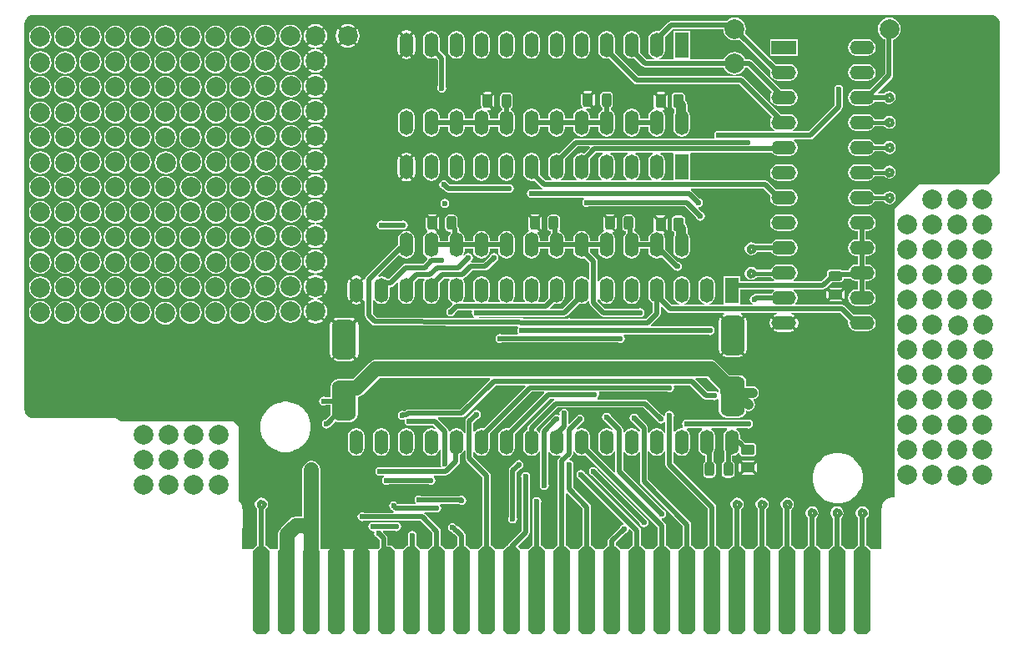
<source format=gbl>
G04*
G04 #@! TF.GenerationSoftware,Altium Limited,Altium Designer,19.0.7 (175)*
G04*
G04 Layer_Physical_Order=2*
G04 Layer_Color=16711680*
%FSLAX25Y25*%
%MOIN*%
G70*
G01*
G75*
%ADD22C,0.01575*%
%ADD23R,0.00394X0.00394*%
%ADD24R,0.00394X0.00394*%
G04:AMPARAMS|DCode=26|XSize=66mil|YSize=350mil|CornerRadius=0mil|HoleSize=0mil|Usage=FLASHONLY|Rotation=0.000|XOffset=0mil|YOffset=0mil|HoleType=Round|Shape=Octagon|*
%AMOCTAGOND26*
4,1,8,-0.01650,0.17500,0.01650,0.17500,0.03300,0.15850,0.03300,-0.15850,0.01650,-0.17500,-0.01650,-0.17500,-0.03300,-0.15850,-0.03300,0.15850,-0.01650,0.17500,0.0*
%
%ADD26OCTAGOND26*%

%ADD27C,0.01968*%
%ADD28C,0.03937*%
%ADD29C,0.07874*%
%ADD30O,0.05512X0.09843*%
%ADD31R,0.05512X0.09843*%
%ADD32R,0.09843X0.05512*%
%ADD33O,0.09843X0.05512*%
%ADD34C,0.02362*%
G04:AMPARAMS|DCode=35|XSize=55.12mil|YSize=41.34mil|CornerRadius=10.34mil|HoleSize=0mil|Usage=FLASHONLY|Rotation=90.000|XOffset=0mil|YOffset=0mil|HoleType=Round|Shape=RoundedRectangle|*
%AMROUNDEDRECTD35*
21,1,0.05512,0.02067,0,0,90.0*
21,1,0.03445,0.04134,0,0,90.0*
1,1,0.02067,0.01034,0.01722*
1,1,0.02067,0.01034,-0.01722*
1,1,0.02067,-0.01034,-0.01722*
1,1,0.02067,-0.01034,0.01722*
%
%ADD35ROUNDEDRECTD35*%
G04:AMPARAMS|DCode=36|XSize=55.12mil|YSize=41.34mil|CornerRadius=10.34mil|HoleSize=0mil|Usage=FLASHONLY|Rotation=180.000|XOffset=0mil|YOffset=0mil|HoleType=Round|Shape=RoundedRectangle|*
%AMROUNDEDRECTD36*
21,1,0.05512,0.02067,0,0,180.0*
21,1,0.03445,0.04134,0,0,180.0*
1,1,0.02067,-0.01722,0.01034*
1,1,0.02067,0.01722,0.01034*
1,1,0.02067,0.01722,-0.01034*
1,1,0.02067,-0.01722,-0.01034*
%
%ADD36ROUNDEDRECTD36*%
G04:AMPARAMS|DCode=37|XSize=96.46mil|YSize=157.48mil|CornerRadius=24.11mil|HoleSize=0mil|Usage=FLASHONLY|Rotation=0.000|XOffset=0mil|YOffset=0mil|HoleType=Round|Shape=RoundedRectangle|*
%AMROUNDEDRECTD37*
21,1,0.09646,0.10925,0,0,0.0*
21,1,0.04823,0.15748,0,0,0.0*
1,1,0.04823,0.02411,-0.05463*
1,1,0.04823,-0.02411,-0.05463*
1,1,0.04823,-0.02411,0.05463*
1,1,0.04823,0.02411,0.05463*
%
%ADD37ROUNDEDRECTD37*%
G04:AMPARAMS|DCode=38|XSize=55.12mil|YSize=37.4mil|CornerRadius=9.35mil|HoleSize=0mil|Usage=FLASHONLY|Rotation=270.000|XOffset=0mil|YOffset=0mil|HoleType=Round|Shape=RoundedRectangle|*
%AMROUNDEDRECTD38*
21,1,0.05512,0.01870,0,0,270.0*
21,1,0.03642,0.03740,0,0,270.0*
1,1,0.01870,-0.00935,-0.01821*
1,1,0.01870,-0.00935,0.01821*
1,1,0.01870,0.00935,0.01821*
1,1,0.01870,0.00935,-0.01821*
%
%ADD38ROUNDEDRECTD38*%
G04:AMPARAMS|DCode=39|XSize=55.12mil|YSize=37.4mil|CornerRadius=9.35mil|HoleSize=0mil|Usage=FLASHONLY|Rotation=0.000|XOffset=0mil|YOffset=0mil|HoleType=Round|Shape=RoundedRectangle|*
%AMROUNDEDRECTD39*
21,1,0.05512,0.01870,0,0,0.0*
21,1,0.03642,0.03740,0,0,0.0*
1,1,0.01870,0.01821,-0.00935*
1,1,0.01870,-0.01821,-0.00935*
1,1,0.01870,-0.01821,0.00935*
1,1,0.01870,0.01821,0.00935*
%
%ADD39ROUNDEDRECTD39*%
%ADD40C,0.05906*%
G36*
X278376Y-150904D02*
Y-151641D01*
X278218Y-151773D01*
X278212Y-151776D01*
X277886Y-151870D01*
X277387Y-151536D01*
X276696Y-151399D01*
X276004Y-151536D01*
X275910Y-151600D01*
X274045D01*
X269078Y-146632D01*
X269285Y-146132D01*
X273604D01*
X278376Y-150904D01*
D02*
G37*
G36*
X388068Y-1228D02*
X388730Y-1503D01*
X389325Y-1900D01*
X389832Y-2407D01*
X390230Y-3002D01*
X390504Y-3664D01*
X390644Y-4366D01*
Y-4724D01*
Y-64081D01*
X385827Y-68898D01*
X358268D01*
X348425Y-78740D01*
Y-193892D01*
X347638D01*
X347618Y-193895D01*
X347598Y-193893D01*
X347262Y-193909D01*
X347204Y-193924D01*
X347145Y-193923D01*
X346485Y-194055D01*
X346412Y-194085D01*
X346335Y-194100D01*
X345713Y-194357D01*
X345648Y-194401D01*
X345575Y-194431D01*
X345015Y-194805D01*
X344959Y-194860D01*
X344894Y-194904D01*
X344418Y-195379D01*
X344373Y-195445D01*
X344318Y-195501D01*
X343943Y-196060D01*
X343913Y-196133D01*
X343869Y-196198D01*
X343611Y-196819D01*
X343595Y-196897D01*
X343565Y-196969D01*
X343432Y-197629D01*
X343432Y-197688D01*
X343418Y-197746D01*
X343401Y-198082D01*
X343404Y-198101D01*
X343400Y-198120D01*
X343334Y-214567D01*
X339170D01*
X337615Y-213012D01*
X337275D01*
Y-202005D01*
X337514Y-201845D01*
X338080Y-200998D01*
X338279Y-200000D01*
X338080Y-199002D01*
X337514Y-198155D01*
X336668Y-197589D01*
X335669Y-197391D01*
X334671Y-197589D01*
X333824Y-198155D01*
X333259Y-199002D01*
X333060Y-200000D01*
X333259Y-200998D01*
X333824Y-201845D01*
X334064Y-202005D01*
Y-213012D01*
X333724D01*
X332169Y-214567D01*
X329170D01*
X327615Y-213012D01*
X327275D01*
Y-201972D01*
X327435Y-201865D01*
X328001Y-201018D01*
X328200Y-200020D01*
X328001Y-199021D01*
X327435Y-198175D01*
X326589Y-197609D01*
X325590Y-197411D01*
X324592Y-197609D01*
X323746Y-198175D01*
X323180Y-199021D01*
X322981Y-200020D01*
X323180Y-201018D01*
X323746Y-201865D01*
X324064Y-202077D01*
Y-213012D01*
X323724D01*
X322169Y-214567D01*
X319170D01*
X317615Y-213012D01*
X317275D01*
Y-201992D01*
X317495Y-201845D01*
X318060Y-200998D01*
X318259Y-200000D01*
X318060Y-199002D01*
X317495Y-198155D01*
X316648Y-197589D01*
X315650Y-197391D01*
X314651Y-197589D01*
X313805Y-198155D01*
X313239Y-199002D01*
X313040Y-200000D01*
X313239Y-200998D01*
X313805Y-201845D01*
X314064Y-202018D01*
Y-213012D01*
X313724D01*
X312169Y-214567D01*
X309170D01*
X307615Y-213012D01*
X307150D01*
Y-198644D01*
X307514Y-198400D01*
X308080Y-197554D01*
X308278Y-196555D01*
X308080Y-195557D01*
X307514Y-194710D01*
X306668Y-194145D01*
X305669Y-193946D01*
X304671Y-194145D01*
X303824Y-194710D01*
X303259Y-195557D01*
X303060Y-196555D01*
X303259Y-197554D01*
X303824Y-198400D01*
X303938Y-198476D01*
Y-213012D01*
X303724D01*
X302169Y-214567D01*
X299170D01*
X297615Y-213012D01*
X297275D01*
Y-198560D01*
X297514Y-198400D01*
X298080Y-197554D01*
X298278Y-196555D01*
X298080Y-195557D01*
X297514Y-194710D01*
X296668Y-194145D01*
X295669Y-193946D01*
X294671Y-194145D01*
X293824Y-194710D01*
X293259Y-195557D01*
X293060Y-196555D01*
X293259Y-197554D01*
X293824Y-198400D01*
X294064Y-198560D01*
Y-213012D01*
X293724D01*
X292169Y-214567D01*
X289170D01*
X287615Y-213012D01*
X287275D01*
Y-198560D01*
X287514Y-198400D01*
X288080Y-197554D01*
X288279Y-196555D01*
X288080Y-195557D01*
X287514Y-194710D01*
X286668Y-194145D01*
X285669Y-193946D01*
X284671Y-194145D01*
X283824Y-194710D01*
X283259Y-195557D01*
X283060Y-196555D01*
X283259Y-197554D01*
X283824Y-198400D01*
X284064Y-198560D01*
Y-213012D01*
X283724D01*
X282169Y-214567D01*
X279170D01*
X277615Y-213012D01*
X277275D01*
Y-197717D01*
X277275Y-197716D01*
X277153Y-197102D01*
X276805Y-196581D01*
X260267Y-180044D01*
Y-175839D01*
X260767Y-175687D01*
X261131Y-176232D01*
X262238Y-176971D01*
X263543Y-177231D01*
X264849Y-176971D01*
X265956Y-176232D01*
X266696Y-175125D01*
X266955Y-173819D01*
Y-169488D01*
X266696Y-168183D01*
X265956Y-167076D01*
X265610Y-166845D01*
X265716Y-166314D01*
X266108Y-166236D01*
X266214Y-166165D01*
X271593D01*
X271745Y-166665D01*
X271131Y-167076D01*
X270391Y-168183D01*
X270131Y-169488D01*
Y-173819D01*
X270391Y-175125D01*
X271131Y-176232D01*
X272238Y-176971D01*
X273001Y-177123D01*
Y-179404D01*
X272571Y-179691D01*
X272234Y-180195D01*
X272116Y-180791D01*
Y-184432D01*
X272234Y-185028D01*
X272571Y-185532D01*
X273076Y-185870D01*
X273671Y-185988D01*
X275541D01*
X276137Y-185870D01*
X276641Y-185532D01*
X276978Y-185028D01*
X277097Y-184432D01*
Y-180791D01*
X276978Y-180195D01*
X276641Y-179691D01*
X276212Y-179404D01*
Y-175848D01*
X276696Y-175125D01*
X276955Y-173819D01*
Y-169488D01*
X276696Y-168183D01*
X275956Y-167076D01*
X275342Y-166665D01*
X275493Y-166165D01*
X281593D01*
X281745Y-166665D01*
X281131Y-167076D01*
X280391Y-168183D01*
X280131Y-169488D01*
Y-173819D01*
X280391Y-175125D01*
X280481Y-175259D01*
Y-179404D01*
X280052Y-179691D01*
X279714Y-180195D01*
X279596Y-180791D01*
Y-184432D01*
X279714Y-185028D01*
X280052Y-185532D01*
X280556Y-185870D01*
X281152Y-185988D01*
X283022D01*
X283617Y-185870D01*
X284121Y-185532D01*
X284459Y-185028D01*
X284577Y-184432D01*
Y-180791D01*
X284459Y-180195D01*
X284121Y-179691D01*
X283692Y-179404D01*
Y-177201D01*
X284849Y-176971D01*
X285956Y-176232D01*
X286118Y-175990D01*
X286648Y-176095D01*
X286725Y-176481D01*
X287084Y-177019D01*
X287621Y-177378D01*
X288255Y-177504D01*
X291700D01*
X292334Y-177378D01*
X292871Y-177019D01*
X293230Y-176481D01*
X293356Y-175848D01*
Y-173781D01*
X293230Y-173147D01*
X292871Y-172610D01*
X292334Y-172251D01*
X291700Y-172125D01*
X288920D01*
X287616Y-170822D01*
X287095Y-170474D01*
X286955Y-170446D01*
Y-169488D01*
X286696Y-168183D01*
X285956Y-167076D01*
X285342Y-166665D01*
X285493Y-166165D01*
X289463D01*
X289558Y-166228D01*
X290249Y-166366D01*
X290940Y-166228D01*
X291526Y-165837D01*
X291918Y-165251D01*
X292055Y-164559D01*
X291918Y-163868D01*
X291526Y-163282D01*
X290940Y-162891D01*
X290249Y-162753D01*
X289558Y-162891D01*
X289463Y-162954D01*
X266191D01*
X266108Y-162898D01*
X265417Y-162761D01*
X264726Y-162898D01*
X264140Y-163290D01*
X263748Y-163876D01*
X263611Y-164567D01*
X263748Y-165258D01*
X264017Y-165661D01*
X263716Y-166111D01*
X263543Y-166076D01*
X262238Y-166336D01*
X261131Y-167076D01*
X260767Y-167620D01*
X260267Y-167468D01*
Y-161810D01*
X260330Y-161715D01*
X260468Y-161024D01*
X260330Y-160332D01*
X259939Y-159746D01*
X259353Y-159355D01*
X258661Y-159217D01*
X257970Y-159355D01*
X257384Y-159746D01*
X256993Y-160332D01*
X256855Y-161024D01*
X256879Y-161145D01*
X256408Y-161340D01*
X256395Y-161321D01*
X255809Y-160930D01*
X255698Y-160907D01*
X249954Y-155164D01*
X249433Y-154816D01*
X248819Y-154694D01*
X248819Y-154694D01*
X229929D01*
X229777Y-154194D01*
X230017Y-154033D01*
X230409Y-153447D01*
X230546Y-152756D01*
X230417Y-152106D01*
X230430Y-151985D01*
X230633Y-151606D01*
X257876D01*
X257970Y-151669D01*
X258661Y-151806D01*
X259353Y-151669D01*
X259939Y-151277D01*
X260330Y-150691D01*
X260468Y-150000D01*
X260378Y-149547D01*
X260711Y-149047D01*
X266951D01*
X272245Y-154341D01*
X272245Y-154341D01*
X272766Y-154689D01*
X273380Y-154811D01*
X275910D01*
X276004Y-154874D01*
X276696Y-155011D01*
X277387Y-154874D01*
X277886Y-154541D01*
X278205Y-154639D01*
X278386Y-154762D01*
Y-159006D01*
X278619Y-160177D01*
X279283Y-161170D01*
X280276Y-161834D01*
X281447Y-162067D01*
X286270D01*
X287441Y-161834D01*
X288434Y-161170D01*
X289097Y-160177D01*
X289305Y-159133D01*
X290158Y-159302D01*
X291156Y-159104D01*
X292002Y-158538D01*
X292568Y-157691D01*
X292767Y-156693D01*
X292568Y-155694D01*
X292118Y-155020D01*
X292258Y-154551D01*
X292330Y-154468D01*
X292777Y-154379D01*
X293624Y-153814D01*
X294189Y-152967D01*
X294388Y-151969D01*
X294189Y-150970D01*
X293624Y-150124D01*
X292777Y-149558D01*
X291779Y-149359D01*
X289331D01*
Y-148081D01*
X289097Y-146909D01*
X288434Y-145916D01*
X287441Y-145253D01*
X286270Y-145020D01*
X282710D01*
X277655Y-139965D01*
X276483Y-139182D01*
X275101Y-138907D01*
X141339D01*
X139956Y-139182D01*
X138784Y-139965D01*
X132165Y-146584D01*
X130610D01*
X130557Y-146595D01*
X126329D01*
X125157Y-146828D01*
X124164Y-147491D01*
X123501Y-148484D01*
X123268Y-149655D01*
Y-153711D01*
X121258D01*
X121164Y-153648D01*
X120472Y-153511D01*
X119781Y-153648D01*
X119195Y-154040D01*
X118804Y-154626D01*
X118666Y-155317D01*
X118804Y-156008D01*
X119195Y-156594D01*
X119781Y-156986D01*
X120472Y-157123D01*
X121164Y-156986D01*
X121258Y-156923D01*
X123268D01*
Y-160581D01*
X123301Y-160748D01*
X121207Y-162842D01*
X120962Y-162891D01*
X120376Y-163282D01*
X119985Y-163868D01*
X119847Y-164559D01*
X119985Y-165251D01*
X120376Y-165837D01*
X120962Y-166228D01*
X121653Y-166366D01*
X122345Y-166228D01*
X122931Y-165837D01*
X123288Y-165302D01*
X125178Y-163412D01*
X126329Y-163642D01*
X131152D01*
X132323Y-163409D01*
X133316Y-162745D01*
X133979Y-161752D01*
X134212Y-160581D01*
Y-153700D01*
X135044Y-153535D01*
X136216Y-152751D01*
X142835Y-146132D01*
X186795D01*
X187002Y-146632D01*
X175004Y-158631D01*
X154255D01*
X153640Y-158753D01*
X153120Y-159101D01*
X153120Y-159101D01*
X152878Y-159343D01*
X152599D01*
X151969Y-159217D01*
X151277Y-159355D01*
X150691Y-159746D01*
X150300Y-160332D01*
X150162Y-161024D01*
X150300Y-161715D01*
X150691Y-162301D01*
X151277Y-162692D01*
X151969Y-162830D01*
X152541Y-162716D01*
X152863Y-162940D01*
X152979Y-163081D01*
X152918Y-163386D01*
X153056Y-164077D01*
X153447Y-164663D01*
X154033Y-165055D01*
X154724Y-165192D01*
X155416Y-165055D01*
X155510Y-164991D01*
X164278D01*
X165367Y-166081D01*
X165048Y-166469D01*
X164849Y-166336D01*
X163543Y-166076D01*
X162238Y-166336D01*
X161131Y-167076D01*
X160391Y-168183D01*
X160131Y-169488D01*
Y-173819D01*
X160391Y-175125D01*
X161131Y-176232D01*
X162238Y-176971D01*
X163543Y-177231D01*
X164849Y-176971D01*
X165956Y-176232D01*
X166696Y-175125D01*
X166792Y-174640D01*
X167292Y-174689D01*
Y-179529D01*
X167229Y-179624D01*
X167091Y-180315D01*
X167229Y-181006D01*
X167464Y-181359D01*
X167197Y-181859D01*
X143699D01*
X143605Y-181796D01*
X142913Y-181658D01*
X142222Y-181796D01*
X141636Y-182187D01*
X141244Y-182773D01*
X141107Y-183465D01*
X141244Y-184156D01*
X141636Y-184742D01*
X142222Y-185133D01*
X142913Y-185271D01*
X143605Y-185133D01*
X143699Y-185070D01*
X144480D01*
X144632Y-185570D01*
X144392Y-185731D01*
X144000Y-186317D01*
X143863Y-187008D01*
X144000Y-187699D01*
X144392Y-188285D01*
X144978Y-188677D01*
X145669Y-188814D01*
X146361Y-188677D01*
X146455Y-188613D01*
X162600D01*
X162695Y-188677D01*
X163386Y-188814D01*
X164077Y-188677D01*
X164663Y-188285D01*
X165055Y-187699D01*
X165192Y-187008D01*
X165055Y-186317D01*
X164663Y-185731D01*
X164423Y-185570D01*
X164575Y-185070D01*
X169367D01*
X169367Y-185070D01*
X169982Y-184948D01*
X170502Y-184600D01*
X174439Y-180663D01*
X174440Y-180663D01*
X174787Y-180142D01*
X174910Y-179527D01*
X174910Y-179527D01*
Y-176931D01*
X175956Y-176232D01*
X176635Y-175216D01*
X177083Y-175279D01*
X177135Y-175299D01*
Y-178268D01*
X177135Y-178268D01*
X177257Y-178882D01*
X177605Y-179403D01*
X184064Y-185862D01*
Y-213012D01*
X183724D01*
X182169Y-214567D01*
X179170D01*
X177615Y-213012D01*
X177216D01*
Y-209075D01*
X177216Y-209075D01*
X177094Y-208460D01*
X176746Y-207939D01*
X176746Y-207939D01*
X174757Y-205951D01*
X174237Y-205603D01*
X174094Y-205575D01*
X173681Y-205163D01*
X173325Y-204628D01*
X172739Y-204237D01*
X172047Y-204099D01*
X171356Y-204237D01*
X170770Y-204628D01*
X170378Y-205214D01*
X170241Y-205906D01*
X170378Y-206597D01*
X170770Y-207183D01*
X171356Y-207574D01*
X171600Y-207623D01*
X172199Y-208222D01*
X172199Y-208222D01*
X172720Y-208570D01*
X172863Y-208598D01*
X174005Y-209740D01*
Y-213012D01*
X173724D01*
X172169Y-214567D01*
X169170D01*
X167615Y-213012D01*
X167275D01*
Y-207402D01*
X167275Y-207402D01*
X167153Y-206787D01*
X166805Y-206266D01*
X166805Y-206266D01*
X160978Y-200439D01*
X160643Y-200216D01*
X160795Y-199716D01*
X164883D01*
X164978Y-199779D01*
X165669Y-199917D01*
X166360Y-199779D01*
X166947Y-199388D01*
X167338Y-198802D01*
X167476Y-198110D01*
X167338Y-197419D01*
X167076Y-197027D01*
X167320Y-196527D01*
X174825D01*
X174978Y-196630D01*
X175669Y-196767D01*
X176360Y-196630D01*
X176947Y-196238D01*
X177338Y-195652D01*
X177476Y-194961D01*
X177338Y-194269D01*
X176947Y-193683D01*
X176360Y-193292D01*
X175669Y-193154D01*
X174978Y-193292D01*
X174942Y-193316D01*
X159506D01*
X159353Y-193213D01*
X158661Y-193076D01*
X157970Y-193213D01*
X157384Y-193605D01*
X156993Y-194191D01*
X156855Y-194882D01*
X156993Y-195573D01*
X157281Y-196005D01*
X157070Y-196505D01*
X150062D01*
X149703Y-195967D01*
X149117Y-195575D01*
X148425Y-195438D01*
X147734Y-195575D01*
X147148Y-195967D01*
X146756Y-196553D01*
X146619Y-197244D01*
X146756Y-197935D01*
X147148Y-198521D01*
X147734Y-198913D01*
X147845Y-198935D01*
X148156Y-199246D01*
X148156Y-199246D01*
X148491Y-199469D01*
X148339Y-199969D01*
X136613D01*
X136518Y-199906D01*
X135827Y-199768D01*
X135135Y-199906D01*
X134549Y-200297D01*
X134158Y-200884D01*
X134020Y-201575D01*
X134158Y-202266D01*
X134549Y-202852D01*
X135135Y-203244D01*
X135827Y-203381D01*
X136518Y-203244D01*
X136613Y-203181D01*
X159177D01*
X164064Y-208067D01*
Y-213012D01*
X163724D01*
X162169Y-214567D01*
X159170D01*
X157615Y-213012D01*
X157436D01*
Y-209954D01*
X157574Y-209746D01*
X157712Y-209055D01*
X157574Y-208364D01*
X157183Y-207778D01*
X156597Y-207386D01*
X155905Y-207249D01*
X155214Y-207386D01*
X154628Y-207778D01*
X154237Y-208364D01*
X154099Y-209055D01*
X154225Y-209685D01*
Y-213012D01*
X153724D01*
X152169Y-214567D01*
X149170D01*
X147615Y-213012D01*
X146033D01*
Y-210175D01*
X146033Y-210175D01*
X145910Y-209561D01*
X145562Y-209040D01*
X145562Y-209040D01*
X144211Y-207688D01*
X144197Y-207617D01*
X144209Y-207497D01*
X144412Y-207118D01*
X148820D01*
X148915Y-207181D01*
X149606Y-207318D01*
X150298Y-207181D01*
X150884Y-206789D01*
X151275Y-206203D01*
X151413Y-205512D01*
X151275Y-204821D01*
X150884Y-204235D01*
X150298Y-203843D01*
X149606Y-203705D01*
X148915Y-203843D01*
X148820Y-203906D01*
X140943D01*
X140849Y-203843D01*
X140157Y-203705D01*
X139466Y-203843D01*
X138880Y-204235D01*
X138489Y-204821D01*
X138351Y-205512D01*
X138489Y-206203D01*
X138880Y-206789D01*
X139466Y-207181D01*
X140157Y-207318D01*
X140463Y-207258D01*
X140603Y-207373D01*
X140827Y-207695D01*
X140713Y-208268D01*
X140851Y-208959D01*
X141242Y-209545D01*
X141828Y-209937D01*
X141940Y-209959D01*
X142821Y-210840D01*
Y-213914D01*
X142169Y-214567D01*
X119282D01*
Y-207424D01*
Y-182857D01*
X119007Y-181475D01*
X118224Y-180303D01*
X117052Y-179520D01*
X115669Y-179245D01*
X114287Y-179520D01*
X113115Y-180303D01*
X112332Y-181475D01*
X112057Y-182857D01*
Y-201238D01*
X111670Y-201556D01*
X111417Y-201505D01*
X109449D01*
X108066Y-201780D01*
X106894Y-202564D01*
X103462Y-205996D01*
X102679Y-207168D01*
X102404Y-208550D01*
Y-214332D01*
X102169Y-214567D01*
X99170D01*
X97615Y-213012D01*
X97275D01*
Y-198560D01*
X97514Y-198400D01*
X98080Y-197554D01*
X98278Y-196555D01*
X98080Y-195557D01*
X97514Y-194710D01*
X96668Y-194145D01*
X95669Y-193946D01*
X94671Y-194145D01*
X93824Y-194710D01*
X93259Y-195557D01*
X93060Y-196555D01*
X93259Y-197554D01*
X93824Y-198400D01*
X94064Y-198560D01*
Y-213012D01*
X93724D01*
X92169Y-214567D01*
X88388D01*
X88035Y-214213D01*
X88103Y-198509D01*
X88095Y-198470D01*
X88100Y-198432D01*
X88095Y-198379D01*
X88079Y-198051D01*
X88065Y-197993D01*
X88065Y-197933D01*
X87934Y-197274D01*
X87904Y-197201D01*
X87888Y-197124D01*
X87632Y-196502D01*
X87588Y-196437D01*
X87558Y-196364D01*
X87185Y-195805D01*
X87129Y-195749D01*
X87086Y-195683D01*
X86614Y-195210D01*
Y-165354D01*
X84646Y-163386D01*
X39435D01*
X39164Y-163115D01*
X39099Y-163071D01*
X39043Y-163015D01*
X38483Y-162641D01*
X38410Y-162611D01*
X38344Y-162567D01*
X37722Y-162309D01*
X37644Y-162294D01*
X37571Y-162264D01*
X36911Y-162132D01*
X36851D01*
X36794Y-162118D01*
X36457Y-162101D01*
X36450Y-162102D01*
X36444Y-162101D01*
X36388Y-162099D01*
X36375Y-162101D01*
X36362Y-162099D01*
X4626Y-162100D01*
X4268D01*
X3565Y-161961D01*
X2904Y-161687D01*
X2308Y-161289D01*
X1802Y-160782D01*
X1404Y-160187D01*
X1130Y-159525D01*
X990Y-158823D01*
X990Y-158465D01*
Y-4728D01*
X990Y-4366D01*
X1130Y-3664D01*
X1404Y-3002D01*
X1802Y-2407D01*
X2308Y-1900D01*
X2904Y-1503D01*
X3565Y-1228D01*
X4268Y-1089D01*
X387003D01*
X387366Y-1089D01*
X388068Y-1228D01*
D02*
G37*
G36*
X201252Y-149509D02*
X184495Y-166265D01*
X183543Y-166076D01*
X182238Y-166336D01*
X181131Y-167076D01*
X180846Y-167502D01*
X180346Y-167350D01*
Y-164051D01*
X182076Y-162321D01*
X182187Y-162299D01*
X182773Y-161907D01*
X183165Y-161321D01*
X183302Y-160630D01*
X183165Y-159939D01*
X182773Y-159353D01*
X182187Y-158961D01*
X181496Y-158824D01*
X180805Y-158961D01*
X180219Y-159353D01*
X179827Y-159939D01*
X179805Y-160050D01*
X177605Y-162250D01*
X177257Y-162771D01*
X177135Y-163386D01*
X177135Y-163386D01*
Y-168008D01*
X177083Y-168028D01*
X176635Y-168091D01*
X175956Y-167076D01*
X174849Y-166336D01*
X173543Y-166076D01*
X172238Y-166336D01*
X171131Y-167076D01*
X170983Y-167296D01*
X170469Y-167166D01*
X170381Y-166726D01*
X170033Y-166205D01*
X170033Y-166205D01*
X166170Y-162342D01*
X166262Y-161985D01*
X166361Y-161842D01*
X175669D01*
X175669Y-161842D01*
X176284Y-161720D01*
X176805Y-161372D01*
X189130Y-149047D01*
X201061D01*
X201252Y-149509D01*
D02*
G37*
G36*
X253427Y-163178D02*
X253449Y-163290D01*
X253841Y-163876D01*
X254427Y-164267D01*
X255118Y-164405D01*
X255809Y-164267D01*
X256395Y-163876D01*
X256556Y-163636D01*
X257056Y-163787D01*
Y-167822D01*
X256556Y-167973D01*
X255956Y-167076D01*
X254849Y-166336D01*
X253543Y-166076D01*
X252238Y-166336D01*
X251131Y-167076D01*
X250531Y-167973D01*
X250031Y-167822D01*
Y-166142D01*
X250031Y-166142D01*
X249909Y-165527D01*
X249561Y-165006D01*
X246179Y-161625D01*
X246157Y-161513D01*
X245765Y-160927D01*
X245179Y-160536D01*
X244488Y-160398D01*
X243797Y-160536D01*
X243211Y-160927D01*
X242819Y-161513D01*
X242682Y-162205D01*
X242819Y-162896D01*
X243211Y-163482D01*
X243797Y-163874D01*
X243909Y-163896D01*
X246819Y-166807D01*
Y-167468D01*
X246320Y-167620D01*
X245956Y-167076D01*
X244849Y-166336D01*
X243543Y-166076D01*
X242238Y-166336D01*
X241131Y-167076D01*
X240688Y-167737D01*
X240188Y-167586D01*
Y-166850D01*
X240188Y-166850D01*
X240066Y-166236D01*
X239718Y-165715D01*
X235234Y-161231D01*
X235212Y-161120D01*
X234821Y-160534D01*
X234235Y-160142D01*
X233543Y-160005D01*
X232852Y-160142D01*
X232266Y-160534D01*
X231874Y-161120D01*
X231737Y-161811D01*
X231874Y-162502D01*
X232266Y-163088D01*
X232852Y-163480D01*
X232964Y-163502D01*
X235895Y-166433D01*
X235576Y-166822D01*
X234849Y-166336D01*
X233543Y-166076D01*
X232238Y-166336D01*
X231131Y-167076D01*
X230391Y-168183D01*
X230131Y-169488D01*
Y-173819D01*
X230391Y-175125D01*
X231131Y-176232D01*
X232238Y-176971D01*
X233543Y-177231D01*
X234849Y-176971D01*
X235956Y-176232D01*
X236477Y-175452D01*
X236977Y-175603D01*
Y-183465D01*
X236977Y-183465D01*
X237012Y-183641D01*
X236551Y-183887D01*
X226877Y-174213D01*
X226955Y-173819D01*
Y-169488D01*
X226696Y-168183D01*
X225956Y-167076D01*
X224849Y-166336D01*
X223543Y-166076D01*
X222238Y-166336D01*
X221748Y-166663D01*
X221429Y-166275D01*
X223414Y-164289D01*
X223526Y-164267D01*
X224112Y-163876D01*
X224503Y-163290D01*
X224641Y-162598D01*
X224503Y-161907D01*
X224112Y-161321D01*
X223526Y-160930D01*
X222835Y-160792D01*
X222143Y-160930D01*
X221557Y-161321D01*
X221166Y-161907D01*
X221144Y-162019D01*
X218603Y-164559D01*
X218141Y-164368D01*
Y-161022D01*
X218204Y-160927D01*
X218342Y-160236D01*
X218204Y-159545D01*
X217813Y-158959D01*
X217227Y-158567D01*
X216535Y-158430D01*
X215844Y-158567D01*
X215258Y-158959D01*
X214867Y-159545D01*
X214729Y-160236D01*
X214826Y-160723D01*
X214376Y-161024D01*
X214235Y-160930D01*
X213543Y-160792D01*
X212852Y-160930D01*
X212266Y-161321D01*
X212012Y-161702D01*
X207526Y-166188D01*
X207178Y-166708D01*
X207056Y-167323D01*
X207056Y-167323D01*
Y-167822D01*
X206556Y-167973D01*
X205956Y-167076D01*
X205639Y-166864D01*
X205590Y-166366D01*
X214051Y-157905D01*
X248154D01*
X253427Y-163178D01*
D02*
G37*
G36*
X257056Y-175486D02*
Y-180709D01*
X257056Y-180709D01*
X257178Y-181323D01*
X257526Y-181844D01*
X274064Y-198382D01*
Y-213012D01*
X273724D01*
X272169Y-214567D01*
X269170D01*
X267615Y-213012D01*
X267275D01*
Y-204663D01*
X267275Y-204663D01*
X267153Y-204049D01*
X266805Y-203528D01*
X250031Y-186754D01*
Y-175486D01*
X250531Y-175334D01*
X251131Y-176232D01*
X252238Y-176971D01*
X253543Y-177231D01*
X254849Y-176971D01*
X255956Y-176232D01*
X256556Y-175334D01*
X257056Y-175486D01*
D02*
G37*
G36*
X208655Y-152106D02*
X194495Y-166265D01*
X193543Y-166076D01*
X192238Y-166336D01*
X191131Y-167076D01*
X190391Y-168183D01*
X190131Y-169488D01*
Y-173819D01*
X190391Y-175125D01*
X191131Y-176232D01*
X192238Y-176971D01*
X193543Y-177231D01*
X194849Y-176971D01*
X195956Y-176232D01*
X196696Y-175125D01*
X196955Y-173819D01*
Y-169488D01*
X196766Y-168536D01*
X210941Y-154362D01*
X212620D01*
X212694Y-154584D01*
X212703Y-154862D01*
X212250Y-155164D01*
X212250Y-155164D01*
X202408Y-165006D01*
X202060Y-165527D01*
X201938Y-166142D01*
X201938Y-166142D01*
Y-166536D01*
X201131Y-167076D01*
X200391Y-168183D01*
X200131Y-169488D01*
Y-173819D01*
X200391Y-175125D01*
X201131Y-176232D01*
X202238Y-176971D01*
X203543Y-177231D01*
X204849Y-176971D01*
X205956Y-176232D01*
X206556Y-175334D01*
X207056Y-175486D01*
Y-188190D01*
X206993Y-188285D01*
X206855Y-188976D01*
X206993Y-189668D01*
X207384Y-190254D01*
X207970Y-190645D01*
X208661Y-190783D01*
X209353Y-190645D01*
X209939Y-190254D01*
X210330Y-189668D01*
X210468Y-188976D01*
X210330Y-188285D01*
X210267Y-188190D01*
Y-175839D01*
X210767Y-175687D01*
X211131Y-176232D01*
X212238Y-176971D01*
X213543Y-177231D01*
X214849Y-176971D01*
X214864Y-176961D01*
X215183Y-177349D01*
X214534Y-177998D01*
X214186Y-178519D01*
X214064Y-179134D01*
X214064Y-179134D01*
Y-213012D01*
X213724D01*
X212169Y-214567D01*
X209170D01*
X207615Y-213012D01*
X207275D01*
Y-196219D01*
X207338Y-196124D01*
X207476Y-195433D01*
X207338Y-194742D01*
X206947Y-194156D01*
X206361Y-193764D01*
X205669Y-193627D01*
X204978Y-193764D01*
X204392Y-194156D01*
X204000Y-194742D01*
X203863Y-195433D01*
X204000Y-196124D01*
X204064Y-196219D01*
Y-213012D01*
X203724D01*
X202169Y-214567D01*
X199170D01*
X197964Y-213362D01*
X202316Y-209009D01*
X202316Y-209009D01*
X202664Y-208488D01*
X202787Y-207874D01*
X202787Y-207874D01*
Y-186219D01*
X202850Y-186124D01*
X202988Y-185433D01*
X202850Y-184742D01*
X202458Y-184156D01*
X201872Y-183764D01*
X201181Y-183627D01*
X200490Y-183764D01*
X199904Y-184156D01*
X199512Y-184742D01*
X199375Y-185433D01*
X199512Y-186124D01*
X199575Y-186219D01*
Y-207209D01*
X194534Y-212250D01*
X194186Y-212771D01*
X194138Y-213012D01*
X193724D01*
X192169Y-214567D01*
X189170D01*
X187615Y-213012D01*
X187275D01*
Y-185197D01*
X187275Y-185197D01*
X187153Y-184582D01*
X186805Y-184062D01*
X180346Y-177603D01*
Y-175957D01*
X180846Y-175805D01*
X181131Y-176232D01*
X182238Y-176971D01*
X183543Y-177231D01*
X184849Y-176971D01*
X185956Y-176232D01*
X186696Y-175125D01*
X186955Y-173819D01*
Y-169488D01*
X186766Y-168536D01*
X203697Y-151606D01*
X208448D01*
X208655Y-152106D01*
D02*
G37*
G36*
X221131Y-176232D02*
X222238Y-176971D01*
X223543Y-177231D01*
X224849Y-176971D01*
X224996Y-176873D01*
X229825Y-181702D01*
X229507Y-182091D01*
X229342Y-181981D01*
X229038Y-181778D01*
X228346Y-181640D01*
X227655Y-181778D01*
X227069Y-182169D01*
X226678Y-182755D01*
X226540Y-183446D01*
X226678Y-184138D01*
X227069Y-184724D01*
X227655Y-185115D01*
X227767Y-185137D01*
X246632Y-204002D01*
X246756Y-204628D01*
X247148Y-205214D01*
X247734Y-205606D01*
X248425Y-205743D01*
X249116Y-205606D01*
X249703Y-205214D01*
X250094Y-204628D01*
X250232Y-203937D01*
X250094Y-203246D01*
X249839Y-202864D01*
X249833Y-202835D01*
X249485Y-202314D01*
X249485Y-202314D01*
X230037Y-182867D01*
X230015Y-182755D01*
X229812Y-182451D01*
X229702Y-182286D01*
X230090Y-181967D01*
X254064Y-205941D01*
Y-213012D01*
X253724D01*
X252169Y-214567D01*
X249170D01*
X247615Y-213012D01*
X247275D01*
Y-207087D01*
X247153Y-206472D01*
X246805Y-205951D01*
X246805Y-205951D01*
X224919Y-184066D01*
X224897Y-183954D01*
X224506Y-183368D01*
X223920Y-182977D01*
X223228Y-182839D01*
X222537Y-182977D01*
X221951Y-183368D01*
X221560Y-183954D01*
X221422Y-184646D01*
X221560Y-185337D01*
X221951Y-185923D01*
X222537Y-186314D01*
X222649Y-186337D01*
X240337Y-204026D01*
X240173Y-204568D01*
X239860Y-204630D01*
X239274Y-205022D01*
X238882Y-205608D01*
X238860Y-205719D01*
X234534Y-210046D01*
X234186Y-210567D01*
X234064Y-211181D01*
X234064Y-211181D01*
Y-213012D01*
X233724D01*
X232169Y-214567D01*
X229170D01*
X227615Y-213012D01*
X227275D01*
Y-197717D01*
X227275Y-197716D01*
X227153Y-197102D01*
X226805Y-196581D01*
X220110Y-189886D01*
Y-181494D01*
X220173Y-181400D01*
X220310Y-180709D01*
X220173Y-180017D01*
X219781Y-179431D01*
X219195Y-179040D01*
X218816Y-178964D01*
X218652Y-178422D01*
X219639Y-177435D01*
X219639Y-177435D01*
X219987Y-176914D01*
X220110Y-176299D01*
X220110Y-176299D01*
Y-175603D01*
X220610Y-175452D01*
X221131Y-176232D01*
D02*
G37*
G36*
X241131D02*
X242238Y-176971D01*
X243543Y-177231D01*
X244849Y-176971D01*
X245956Y-176232D01*
X246320Y-175687D01*
X246819Y-175839D01*
Y-187419D01*
X246819Y-187419D01*
X246942Y-188034D01*
X247290Y-188555D01*
X264064Y-205328D01*
Y-213012D01*
X263724D01*
X262169Y-214567D01*
X259170D01*
X257615Y-213012D01*
X257275D01*
Y-205276D01*
X257275Y-205276D01*
X257153Y-204661D01*
X256805Y-204140D01*
X255340Y-202676D01*
X255450Y-202371D01*
X255562Y-202190D01*
X256203Y-202063D01*
X256789Y-201671D01*
X257181Y-201085D01*
X257318Y-200394D01*
X257181Y-199702D01*
X256789Y-199116D01*
X256203Y-198725D01*
X256091Y-198703D01*
X244049Y-186660D01*
X244049Y-186660D01*
X240188Y-182799D01*
Y-175721D01*
X240688Y-175570D01*
X241131Y-176232D01*
D02*
G37*
G36*
X244064Y-207752D02*
Y-213012D01*
X243724D01*
X242169Y-214567D01*
X239170D01*
X237615Y-213012D01*
X237275D01*
Y-211846D01*
X241131Y-207990D01*
X241242Y-207968D01*
X241828Y-207576D01*
X242220Y-206991D01*
X242282Y-206678D01*
X242825Y-206513D01*
X244064Y-207752D01*
D02*
G37*
G36*
X224064Y-198382D02*
Y-213012D01*
X223724D01*
X222169Y-214567D01*
X219170D01*
X217615Y-213012D01*
X217275D01*
Y-192300D01*
X217775Y-192093D01*
X224064Y-198382D01*
D02*
G37*
%LPC*%
G36*
X284646Y-2126D02*
X283464Y-2282D01*
X282362Y-2738D01*
X281417Y-3464D01*
X281379Y-3512D01*
X259252D01*
X259252Y-3512D01*
X258637Y-3635D01*
X258117Y-3983D01*
X258117Y-3983D01*
X254495Y-7604D01*
X253543Y-7415D01*
X252238Y-7675D01*
X251131Y-8414D01*
X250391Y-9521D01*
X250131Y-10827D01*
Y-15157D01*
X250391Y-16463D01*
X251131Y-17570D01*
X252238Y-18310D01*
X252524Y-18367D01*
X252475Y-18867D01*
X249484D01*
X246759Y-16142D01*
X246955Y-15157D01*
Y-10827D01*
X246696Y-9521D01*
X245956Y-8414D01*
X244849Y-7675D01*
X243543Y-7415D01*
X242238Y-7675D01*
X241131Y-8414D01*
X240391Y-9521D01*
X240131Y-10827D01*
Y-15157D01*
X240391Y-16463D01*
X241131Y-17570D01*
X242238Y-18310D01*
X243543Y-18570D01*
X244462Y-18387D01*
X247684Y-21608D01*
X247684Y-21608D01*
X248204Y-21956D01*
X248819Y-22078D01*
X248819Y-22078D01*
X280410D01*
X280691Y-22756D01*
X281417Y-23701D01*
X282362Y-24427D01*
X283464Y-24883D01*
X284646Y-25039D01*
X285828Y-24883D01*
X286929Y-24427D01*
X287875Y-23701D01*
X288600Y-22756D01*
X288881Y-22078D01*
X290044D01*
X299710Y-31745D01*
X299013Y-32789D01*
X298753Y-34095D01*
X299013Y-35400D01*
X299753Y-36507D01*
X300860Y-37247D01*
X302165Y-37506D01*
X306496D01*
X307802Y-37247D01*
X308909Y-36507D01*
X309648Y-35400D01*
X309908Y-34095D01*
X309648Y-32789D01*
X308909Y-31682D01*
X307802Y-30942D01*
X306496Y-30683D01*
X303189D01*
X291844Y-19337D01*
X291323Y-18989D01*
X290709Y-18867D01*
X290709Y-18867D01*
X288881D01*
X288600Y-18189D01*
X287875Y-17243D01*
X286929Y-16518D01*
X285828Y-16061D01*
X284646Y-15906D01*
X283464Y-16061D01*
X282362Y-16518D01*
X281417Y-17243D01*
X280691Y-18189D01*
X280410Y-18867D01*
X267221D01*
X266890Y-18504D01*
X266890Y-18367D01*
Y-7480D01*
X260197D01*
Y-18367D01*
X260197Y-18504D01*
X259866Y-18867D01*
X254612D01*
X254562Y-18367D01*
X254849Y-18310D01*
X255956Y-17570D01*
X256696Y-16463D01*
X256955Y-15157D01*
Y-10827D01*
X256766Y-9875D01*
X259917Y-6724D01*
X280083D01*
X280235Y-7875D01*
X280691Y-8976D01*
X281417Y-9922D01*
X282362Y-10648D01*
X283464Y-11104D01*
X284646Y-11260D01*
X285828Y-11104D01*
X286547Y-10806D01*
X298933Y-23192D01*
X298753Y-24094D01*
X299013Y-25400D01*
X299753Y-26507D01*
X300860Y-27247D01*
X302165Y-27507D01*
X306496D01*
X307802Y-27247D01*
X308909Y-26507D01*
X309648Y-25400D01*
X309908Y-24094D01*
X309648Y-22789D01*
X308909Y-21682D01*
X307802Y-20942D01*
X306496Y-20683D01*
X302165D01*
X301164Y-20882D01*
X288793Y-8511D01*
X289057Y-7875D01*
X289212Y-6693D01*
X289057Y-5511D01*
X288600Y-4410D01*
X287875Y-3464D01*
X286929Y-2738D01*
X285828Y-2282D01*
X284646Y-2126D01*
D02*
G37*
G36*
X130091Y-4684D02*
X128858Y-4846D01*
X127709Y-5322D01*
X127194Y-5717D01*
X130091Y-8614D01*
X132988Y-5717D01*
X132474Y-5322D01*
X131325Y-4846D01*
X130091Y-4684D01*
D02*
G37*
G36*
X117244Y-4762D02*
X116011Y-4925D01*
X114862Y-5401D01*
X114347Y-5796D01*
X117244Y-8692D01*
X120141Y-5796D01*
X119627Y-5401D01*
X118477Y-4925D01*
X117244Y-4762D01*
D02*
G37*
G36*
X153543Y-7214D02*
X152161Y-7489D01*
X151489Y-7938D01*
X153543Y-9992D01*
X155597Y-7938D01*
X154926Y-7489D01*
X153543Y-7214D01*
D02*
G37*
G36*
X156432Y-8773D02*
X153961Y-11244D01*
X153543Y-10827D01*
X153126Y-11244D01*
X150654Y-8773D01*
X150206Y-9444D01*
X149931Y-10827D01*
Y-15157D01*
X150206Y-16540D01*
X150654Y-17211D01*
X153126Y-14740D01*
X153543Y-15157D01*
X153961Y-14740D01*
X156432Y-17211D01*
X156881Y-16540D01*
X157156Y-15157D01*
Y-10827D01*
X156881Y-9444D01*
X156432Y-8773D01*
D02*
G37*
G36*
X133823Y-6552D02*
X130926Y-9449D01*
X133823Y-12346D01*
X134218Y-11831D01*
X134694Y-10682D01*
X134856Y-9449D01*
X134694Y-8215D01*
X134218Y-7066D01*
X133823Y-6552D01*
D02*
G37*
G36*
X126359D02*
X125964Y-7066D01*
X125488Y-8215D01*
X125326Y-9449D01*
X125488Y-10682D01*
X125964Y-11831D01*
X126359Y-12346D01*
X129256Y-9449D01*
X126359Y-6552D01*
D02*
G37*
G36*
X120976Y-6631D02*
X118079Y-9528D01*
X120976Y-12425D01*
X121371Y-11910D01*
X121847Y-10761D01*
X122009Y-9528D01*
X121847Y-8294D01*
X121371Y-7145D01*
X120976Y-6631D01*
D02*
G37*
G36*
X113512D02*
X113117Y-7145D01*
X112641Y-8294D01*
X112479Y-9528D01*
X112641Y-10761D01*
X113117Y-11910D01*
X113512Y-12425D01*
X116409Y-9528D01*
X113512Y-6631D01*
D02*
G37*
G36*
X107244Y-4961D02*
X106062Y-5116D01*
X104961Y-5573D01*
X104015Y-6299D01*
X103289Y-7244D01*
X102833Y-8346D01*
X102678Y-9528D01*
X102833Y-10710D01*
X103289Y-11811D01*
X104015Y-12757D01*
X104961Y-13482D01*
X106062Y-13939D01*
X107244Y-14094D01*
X108426Y-13939D01*
X109527Y-13482D01*
X110473Y-12757D01*
X111199Y-11811D01*
X111655Y-10710D01*
X111811Y-9528D01*
X111655Y-8346D01*
X111199Y-7244D01*
X110473Y-6299D01*
X109527Y-5573D01*
X108426Y-5116D01*
X107244Y-4961D01*
D02*
G37*
G36*
X97244D02*
X96062Y-5116D01*
X94961Y-5573D01*
X94015Y-6299D01*
X93289Y-7244D01*
X92833Y-8346D01*
X92677Y-9528D01*
X92833Y-10710D01*
X93289Y-11811D01*
X94015Y-12757D01*
X94961Y-13482D01*
X96062Y-13939D01*
X97244Y-14094D01*
X98426Y-13939D01*
X99527Y-13482D01*
X100473Y-12757D01*
X101199Y-11811D01*
X101655Y-10710D01*
X101811Y-9528D01*
X101655Y-8346D01*
X101199Y-7244D01*
X100473Y-6299D01*
X99527Y-5573D01*
X98426Y-5116D01*
X97244Y-4961D01*
D02*
G37*
G36*
X130091Y-10284D02*
X127194Y-13181D01*
X127709Y-13576D01*
X128858Y-14052D01*
X130091Y-14214D01*
X131325Y-14052D01*
X132474Y-13576D01*
X132988Y-13181D01*
X130091Y-10284D01*
D02*
G37*
G36*
X57323Y-5276D02*
X56141Y-5432D01*
X55040Y-5888D01*
X54094Y-6613D01*
X53368Y-7559D01*
X52912Y-8661D01*
X52756Y-9843D01*
X52912Y-11024D01*
X53368Y-12126D01*
X54094Y-13072D01*
X55040Y-13797D01*
X56141Y-14254D01*
X57323Y-14409D01*
X58505Y-14254D01*
X59606Y-13797D01*
X60552Y-13072D01*
X61278Y-12126D01*
X61734Y-11024D01*
X61889Y-9843D01*
X61734Y-8661D01*
X61278Y-7559D01*
X60552Y-6613D01*
X59606Y-5888D01*
X58505Y-5432D01*
X57323Y-5276D01*
D02*
G37*
G36*
X87323Y-5355D02*
X86141Y-5510D01*
X85040Y-5966D01*
X84094Y-6692D01*
X83368Y-7638D01*
X82912Y-8739D01*
X82756Y-9921D01*
X82912Y-11103D01*
X83368Y-12205D01*
X84094Y-13150D01*
X85040Y-13876D01*
X86141Y-14332D01*
X87323Y-14488D01*
X88505Y-14332D01*
X89606Y-13876D01*
X90552Y-13150D01*
X91278Y-12205D01*
X91734Y-11103D01*
X91890Y-9921D01*
X91734Y-8739D01*
X91278Y-7638D01*
X90552Y-6692D01*
X89606Y-5966D01*
X88505Y-5510D01*
X87323Y-5355D01*
D02*
G37*
G36*
X77323D02*
X76141Y-5510D01*
X75039Y-5966D01*
X74094Y-6692D01*
X73368Y-7638D01*
X72912Y-8739D01*
X72756Y-9921D01*
X72912Y-11103D01*
X73368Y-12205D01*
X74094Y-13150D01*
X75039Y-13876D01*
X76141Y-14332D01*
X77323Y-14488D01*
X78505Y-14332D01*
X79606Y-13876D01*
X80552Y-13150D01*
X81278Y-12205D01*
X81734Y-11103D01*
X81889Y-9921D01*
X81734Y-8739D01*
X81278Y-7638D01*
X80552Y-6692D01*
X79606Y-5966D01*
X78505Y-5510D01*
X77323Y-5355D01*
D02*
G37*
G36*
X67323D02*
X66141Y-5510D01*
X65039Y-5966D01*
X64094Y-6692D01*
X63368Y-7638D01*
X62912Y-8739D01*
X62756Y-9921D01*
X62912Y-11103D01*
X63368Y-12205D01*
X64094Y-13150D01*
X65039Y-13876D01*
X66141Y-14332D01*
X67323Y-14488D01*
X68505Y-14332D01*
X69606Y-13876D01*
X70552Y-13150D01*
X71278Y-12205D01*
X71734Y-11103D01*
X71890Y-9921D01*
X71734Y-8739D01*
X71278Y-7638D01*
X70552Y-6692D01*
X69606Y-5966D01*
X68505Y-5510D01*
X67323Y-5355D01*
D02*
G37*
G36*
X47323D02*
X46141Y-5510D01*
X45039Y-5966D01*
X44094Y-6692D01*
X43368Y-7638D01*
X42912Y-8739D01*
X42756Y-9921D01*
X42912Y-11103D01*
X43368Y-12205D01*
X44094Y-13150D01*
X45039Y-13876D01*
X46141Y-14332D01*
X47323Y-14488D01*
X48505Y-14332D01*
X49606Y-13876D01*
X50552Y-13150D01*
X51278Y-12205D01*
X51734Y-11103D01*
X51889Y-9921D01*
X51734Y-8739D01*
X51278Y-7638D01*
X50552Y-6692D01*
X49606Y-5966D01*
X48505Y-5510D01*
X47323Y-5355D01*
D02*
G37*
G36*
X37323D02*
X36141Y-5510D01*
X35039Y-5966D01*
X34094Y-6692D01*
X33368Y-7638D01*
X32912Y-8739D01*
X32756Y-9921D01*
X32912Y-11103D01*
X33368Y-12205D01*
X34094Y-13150D01*
X35039Y-13876D01*
X36141Y-14332D01*
X37323Y-14488D01*
X38505Y-14332D01*
X39606Y-13876D01*
X40552Y-13150D01*
X41278Y-12205D01*
X41734Y-11103D01*
X41890Y-9921D01*
X41734Y-8739D01*
X41278Y-7638D01*
X40552Y-6692D01*
X39606Y-5966D01*
X38505Y-5510D01*
X37323Y-5355D01*
D02*
G37*
G36*
X27323D02*
X26141Y-5510D01*
X25039Y-5966D01*
X24094Y-6692D01*
X23368Y-7638D01*
X22912Y-8739D01*
X22756Y-9921D01*
X22912Y-11103D01*
X23368Y-12205D01*
X24094Y-13150D01*
X25039Y-13876D01*
X26141Y-14332D01*
X27323Y-14488D01*
X28505Y-14332D01*
X29606Y-13876D01*
X30552Y-13150D01*
X31278Y-12205D01*
X31734Y-11103D01*
X31890Y-9921D01*
X31734Y-8739D01*
X31278Y-7638D01*
X30552Y-6692D01*
X29606Y-5966D01*
X28505Y-5510D01*
X27323Y-5355D01*
D02*
G37*
G36*
X17323D02*
X16141Y-5510D01*
X15040Y-5966D01*
X14094Y-6692D01*
X13368Y-7638D01*
X12912Y-8739D01*
X12756Y-9921D01*
X12912Y-11103D01*
X13368Y-12205D01*
X14094Y-13150D01*
X15040Y-13876D01*
X16141Y-14332D01*
X17323Y-14488D01*
X18505Y-14332D01*
X19606Y-13876D01*
X20552Y-13150D01*
X21278Y-12205D01*
X21734Y-11103D01*
X21890Y-9921D01*
X21734Y-8739D01*
X21278Y-7638D01*
X20552Y-6692D01*
X19606Y-5966D01*
X18505Y-5510D01*
X17323Y-5355D01*
D02*
G37*
G36*
X7323D02*
X6141Y-5510D01*
X5040Y-5966D01*
X4094Y-6692D01*
X3368Y-7638D01*
X2912Y-8739D01*
X2756Y-9921D01*
X2912Y-11103D01*
X3368Y-12205D01*
X4094Y-13150D01*
X5040Y-13876D01*
X6141Y-14332D01*
X7323Y-14488D01*
X8505Y-14332D01*
X9606Y-13876D01*
X10552Y-13150D01*
X11278Y-12205D01*
X11734Y-11103D01*
X11890Y-9921D01*
X11734Y-8739D01*
X11278Y-7638D01*
X10552Y-6692D01*
X9606Y-5966D01*
X8505Y-5510D01*
X7323Y-5355D01*
D02*
G37*
G36*
X309842Y-10748D02*
X298819D01*
Y-17441D01*
X309842D01*
Y-10748D01*
D02*
G37*
G36*
X337598Y-10683D02*
X333268D01*
X331962Y-10942D01*
X330855Y-11682D01*
X330115Y-12789D01*
X329856Y-14095D01*
X330115Y-15400D01*
X330855Y-16507D01*
X331962Y-17247D01*
X333268Y-17506D01*
X337598D01*
X338904Y-17247D01*
X340011Y-16507D01*
X340751Y-15400D01*
X341010Y-14095D01*
X340751Y-12789D01*
X340011Y-11682D01*
X338904Y-10942D01*
X337598Y-10683D01*
D02*
G37*
G36*
X223543Y-7415D02*
X222238Y-7675D01*
X221131Y-8414D01*
X220391Y-9521D01*
X220131Y-10827D01*
Y-15157D01*
X220391Y-16463D01*
X221131Y-17570D01*
X222238Y-18310D01*
X223543Y-18570D01*
X224849Y-18310D01*
X225956Y-17570D01*
X226696Y-16463D01*
X226955Y-15157D01*
Y-10827D01*
X226696Y-9521D01*
X225956Y-8414D01*
X224849Y-7675D01*
X223543Y-7415D01*
D02*
G37*
G36*
X213543D02*
X212238Y-7675D01*
X211131Y-8414D01*
X210391Y-9521D01*
X210131Y-10827D01*
Y-15157D01*
X210391Y-16463D01*
X211131Y-17570D01*
X212238Y-18310D01*
X213543Y-18570D01*
X214849Y-18310D01*
X215956Y-17570D01*
X216696Y-16463D01*
X216955Y-15157D01*
Y-10827D01*
X216696Y-9521D01*
X215956Y-8414D01*
X214849Y-7675D01*
X213543Y-7415D01*
D02*
G37*
G36*
X203543D02*
X202238Y-7675D01*
X201131Y-8414D01*
X200391Y-9521D01*
X200131Y-10827D01*
Y-15157D01*
X200391Y-16463D01*
X201131Y-17570D01*
X202238Y-18310D01*
X203543Y-18570D01*
X204849Y-18310D01*
X205956Y-17570D01*
X206696Y-16463D01*
X206955Y-15157D01*
Y-10827D01*
X206696Y-9521D01*
X205956Y-8414D01*
X204849Y-7675D01*
X203543Y-7415D01*
D02*
G37*
G36*
X193543D02*
X192238Y-7675D01*
X191131Y-8414D01*
X190391Y-9521D01*
X190131Y-10827D01*
Y-15157D01*
X190391Y-16463D01*
X191131Y-17570D01*
X192238Y-18310D01*
X193543Y-18570D01*
X194849Y-18310D01*
X195956Y-17570D01*
X196696Y-16463D01*
X196955Y-15157D01*
Y-10827D01*
X196696Y-9521D01*
X195956Y-8414D01*
X194849Y-7675D01*
X193543Y-7415D01*
D02*
G37*
G36*
X183543D02*
X182238Y-7675D01*
X181131Y-8414D01*
X180391Y-9521D01*
X180131Y-10827D01*
Y-15157D01*
X180391Y-16463D01*
X181131Y-17570D01*
X182238Y-18310D01*
X183543Y-18570D01*
X184849Y-18310D01*
X185956Y-17570D01*
X186696Y-16463D01*
X186955Y-15157D01*
Y-10827D01*
X186696Y-9521D01*
X185956Y-8414D01*
X184849Y-7675D01*
X183543Y-7415D01*
D02*
G37*
G36*
X173543D02*
X172238Y-7675D01*
X171131Y-8414D01*
X170391Y-9521D01*
X170131Y-10827D01*
Y-15157D01*
X170391Y-16463D01*
X171131Y-17570D01*
X172238Y-18310D01*
X173543Y-18570D01*
X174849Y-18310D01*
X175956Y-17570D01*
X176696Y-16463D01*
X176955Y-15157D01*
Y-10827D01*
X176696Y-9521D01*
X175956Y-8414D01*
X174849Y-7675D01*
X173543Y-7415D01*
D02*
G37*
G36*
X117244Y-10363D02*
X114347Y-13260D01*
X114862Y-13654D01*
X116011Y-14130D01*
X116872Y-14244D01*
Y-14748D01*
X116011Y-14862D01*
X114862Y-15337D01*
X114347Y-15732D01*
X117244Y-18629D01*
X120141Y-15732D01*
X119627Y-15337D01*
X118477Y-14862D01*
X117616Y-14748D01*
Y-14244D01*
X118477Y-14130D01*
X119627Y-13654D01*
X120141Y-13260D01*
X117244Y-10363D01*
D02*
G37*
G36*
X153543Y-15993D02*
X151489Y-18047D01*
X152161Y-18495D01*
X153543Y-18770D01*
X154926Y-18495D01*
X155597Y-18047D01*
X153543Y-15993D01*
D02*
G37*
G36*
X120976Y-16567D02*
X118079Y-19464D01*
X120976Y-22361D01*
X121371Y-21847D01*
X121847Y-20698D01*
X122009Y-19464D01*
X121847Y-18231D01*
X121371Y-17082D01*
X120976Y-16567D01*
D02*
G37*
G36*
X113512D02*
X113117Y-17082D01*
X112641Y-18231D01*
X112479Y-19464D01*
X112641Y-20698D01*
X113117Y-21847D01*
X113512Y-22361D01*
X116409Y-19464D01*
X113512Y-16567D01*
D02*
G37*
G36*
X107244Y-14957D02*
X106062Y-15112D01*
X104961Y-15568D01*
X104015Y-16294D01*
X103289Y-17240D01*
X102833Y-18341D01*
X102678Y-19523D01*
X102833Y-20705D01*
X103289Y-21806D01*
X104015Y-22752D01*
X104961Y-23478D01*
X106062Y-23934D01*
X107244Y-24090D01*
X108426Y-23934D01*
X109527Y-23478D01*
X110473Y-22752D01*
X111199Y-21806D01*
X111655Y-20705D01*
X111811Y-19523D01*
X111655Y-18341D01*
X111199Y-17240D01*
X110473Y-16294D01*
X109527Y-15568D01*
X108426Y-15112D01*
X107244Y-14957D01*
D02*
G37*
G36*
X97244D02*
X96062Y-15112D01*
X94961Y-15568D01*
X94015Y-16294D01*
X93289Y-17240D01*
X92833Y-18341D01*
X92677Y-19523D01*
X92833Y-20705D01*
X93289Y-21806D01*
X94015Y-22752D01*
X94961Y-23478D01*
X96062Y-23934D01*
X97244Y-24090D01*
X98426Y-23934D01*
X99527Y-23478D01*
X100473Y-22752D01*
X101199Y-21806D01*
X101655Y-20705D01*
X101811Y-19523D01*
X101655Y-18341D01*
X101199Y-17240D01*
X100473Y-16294D01*
X99527Y-15568D01*
X98426Y-15112D01*
X97244Y-14957D01*
D02*
G37*
G36*
X117244Y-20299D02*
X114347Y-23196D01*
X114862Y-23591D01*
X116011Y-24067D01*
X117244Y-24229D01*
X118477Y-24067D01*
X119627Y-23591D01*
X120141Y-23196D01*
X117244Y-20299D01*
D02*
G37*
G36*
X87323Y-15291D02*
X86141Y-15447D01*
X85040Y-15903D01*
X84094Y-16629D01*
X83368Y-17575D01*
X82912Y-18676D01*
X82756Y-19858D01*
X82912Y-21040D01*
X83368Y-22141D01*
X84094Y-23087D01*
X85040Y-23813D01*
X86141Y-24269D01*
X87323Y-24425D01*
X88505Y-24269D01*
X89606Y-23813D01*
X90552Y-23087D01*
X91278Y-22141D01*
X91734Y-21040D01*
X91890Y-19858D01*
X91734Y-18676D01*
X91278Y-17575D01*
X90552Y-16629D01*
X89606Y-15903D01*
X88505Y-15447D01*
X87323Y-15291D01*
D02*
G37*
G36*
X27323D02*
X26141Y-15447D01*
X25039Y-15903D01*
X24094Y-16629D01*
X23368Y-17575D01*
X22912Y-18676D01*
X22756Y-19858D01*
X22912Y-21040D01*
X23368Y-22141D01*
X24094Y-23087D01*
X25039Y-23813D01*
X26141Y-24269D01*
X27323Y-24425D01*
X28505Y-24269D01*
X29606Y-23813D01*
X30552Y-23087D01*
X31278Y-22141D01*
X31734Y-21040D01*
X31890Y-19858D01*
X31734Y-18676D01*
X31278Y-17575D01*
X30552Y-16629D01*
X29606Y-15903D01*
X28505Y-15447D01*
X27323Y-15291D01*
D02*
G37*
G36*
X77323Y-15350D02*
X76141Y-15506D01*
X75039Y-15962D01*
X74094Y-16688D01*
X73368Y-17634D01*
X72912Y-18735D01*
X72756Y-19917D01*
X72912Y-21099D01*
X73368Y-22200D01*
X74094Y-23146D01*
X75039Y-23872D01*
X76141Y-24328D01*
X77323Y-24484D01*
X78505Y-24328D01*
X79606Y-23872D01*
X80552Y-23146D01*
X81278Y-22200D01*
X81734Y-21099D01*
X81889Y-19917D01*
X81734Y-18735D01*
X81278Y-17634D01*
X80552Y-16688D01*
X79606Y-15962D01*
X78505Y-15506D01*
X77323Y-15350D01*
D02*
G37*
G36*
X67323D02*
X66141Y-15506D01*
X65039Y-15962D01*
X64094Y-16688D01*
X63368Y-17634D01*
X62912Y-18735D01*
X62756Y-19917D01*
X62912Y-21099D01*
X63368Y-22200D01*
X64094Y-23146D01*
X65039Y-23872D01*
X66141Y-24328D01*
X67323Y-24484D01*
X68505Y-24328D01*
X69606Y-23872D01*
X70552Y-23146D01*
X71278Y-22200D01*
X71734Y-21099D01*
X71890Y-19917D01*
X71734Y-18735D01*
X71278Y-17634D01*
X70552Y-16688D01*
X69606Y-15962D01*
X68505Y-15506D01*
X67323Y-15350D01*
D02*
G37*
G36*
X57323D02*
X56141Y-15506D01*
X55040Y-15962D01*
X54094Y-16688D01*
X53368Y-17634D01*
X52912Y-18735D01*
X52756Y-19917D01*
X52912Y-21099D01*
X53368Y-22200D01*
X54094Y-23146D01*
X55040Y-23872D01*
X56141Y-24328D01*
X57323Y-24484D01*
X58505Y-24328D01*
X59606Y-23872D01*
X60552Y-23146D01*
X61278Y-22200D01*
X61734Y-21099D01*
X61889Y-19917D01*
X61734Y-18735D01*
X61278Y-17634D01*
X60552Y-16688D01*
X59606Y-15962D01*
X58505Y-15506D01*
X57323Y-15350D01*
D02*
G37*
G36*
X47323Y-15355D02*
X46141Y-15510D01*
X45039Y-15967D01*
X44094Y-16692D01*
X43368Y-17638D01*
X42912Y-18739D01*
X42756Y-19921D01*
X42912Y-21103D01*
X43368Y-22205D01*
X44094Y-23150D01*
X45039Y-23876D01*
X46141Y-24332D01*
X47323Y-24488D01*
X48505Y-24332D01*
X49606Y-23876D01*
X50552Y-23150D01*
X51278Y-22205D01*
X51734Y-21103D01*
X51889Y-19921D01*
X51734Y-18739D01*
X51278Y-17638D01*
X50552Y-16692D01*
X49606Y-15967D01*
X48505Y-15510D01*
X47323Y-15355D01*
D02*
G37*
G36*
X37323D02*
X36141Y-15510D01*
X35039Y-15967D01*
X34094Y-16692D01*
X33368Y-17638D01*
X32912Y-18739D01*
X32756Y-19921D01*
X32912Y-21103D01*
X33368Y-22205D01*
X34094Y-23150D01*
X35039Y-23876D01*
X36141Y-24332D01*
X37323Y-24488D01*
X38505Y-24332D01*
X39606Y-23876D01*
X40552Y-23150D01*
X41278Y-22205D01*
X41734Y-21103D01*
X41890Y-19921D01*
X41734Y-18739D01*
X41278Y-17638D01*
X40552Y-16692D01*
X39606Y-15967D01*
X38505Y-15510D01*
X37323Y-15355D01*
D02*
G37*
G36*
X17323Y-15616D02*
X16141Y-15772D01*
X15040Y-16228D01*
X14094Y-16954D01*
X13368Y-17900D01*
X12912Y-19001D01*
X12756Y-20183D01*
X12912Y-21365D01*
X13368Y-22466D01*
X14094Y-23412D01*
X15040Y-24138D01*
X16141Y-24594D01*
X17323Y-24749D01*
X18505Y-24594D01*
X19606Y-24138D01*
X20552Y-23412D01*
X21278Y-22466D01*
X21734Y-21365D01*
X21890Y-20183D01*
X21734Y-19001D01*
X21278Y-17900D01*
X20552Y-16954D01*
X19606Y-16228D01*
X18505Y-15772D01*
X17323Y-15616D01*
D02*
G37*
G36*
X7323D02*
X6141Y-15772D01*
X5040Y-16228D01*
X4094Y-16954D01*
X3368Y-17900D01*
X2912Y-19001D01*
X2756Y-20183D01*
X2912Y-21365D01*
X3368Y-22466D01*
X4094Y-23412D01*
X5040Y-24138D01*
X6141Y-24594D01*
X7323Y-24749D01*
X8505Y-24594D01*
X9606Y-24138D01*
X10552Y-23412D01*
X11278Y-22466D01*
X11734Y-21365D01*
X11890Y-20183D01*
X11734Y-19001D01*
X11278Y-17900D01*
X10552Y-16954D01*
X9606Y-16228D01*
X8505Y-15772D01*
X7323Y-15616D01*
D02*
G37*
G36*
X337598Y-20683D02*
X333268D01*
X331962Y-20942D01*
X330855Y-21682D01*
X330115Y-22789D01*
X329856Y-24094D01*
X330115Y-25400D01*
X330855Y-26507D01*
X331962Y-27247D01*
X333268Y-27507D01*
X337598D01*
X338904Y-27247D01*
X340011Y-26507D01*
X340751Y-25400D01*
X341010Y-24094D01*
X340751Y-22789D01*
X340011Y-21682D01*
X338904Y-20942D01*
X337598Y-20683D01*
D02*
G37*
G36*
X117244Y-24762D02*
X116011Y-24925D01*
X114862Y-25401D01*
X114347Y-25795D01*
X117244Y-28692D01*
X120141Y-25795D01*
X119627Y-25401D01*
X118477Y-24925D01*
X117244Y-24762D01*
D02*
G37*
G36*
X346457Y-2126D02*
X345275Y-2282D01*
X344173Y-2738D01*
X343228Y-3464D01*
X342502Y-4410D01*
X342046Y-5511D01*
X341890Y-6693D01*
X342046Y-7875D01*
X342502Y-8976D01*
X343228Y-9922D01*
X344173Y-10648D01*
X344753Y-10888D01*
Y-24532D01*
X338435Y-30849D01*
X337598Y-30683D01*
X333268D01*
X331962Y-30942D01*
X330855Y-31682D01*
X330115Y-32789D01*
X329856Y-34095D01*
X330115Y-35400D01*
X330855Y-36507D01*
X331962Y-37247D01*
X333268Y-37506D01*
X337598D01*
X338904Y-37247D01*
X340011Y-36507D01*
X340550Y-35700D01*
X344353D01*
X344513Y-35939D01*
X345360Y-36505D01*
X346358Y-36704D01*
X347357Y-36505D01*
X348203Y-35939D01*
X348647Y-35276D01*
X348769Y-35093D01*
X348968Y-34095D01*
X348769Y-33096D01*
X348203Y-32250D01*
X347471Y-31760D01*
X347357Y-31684D01*
X347002Y-31613D01*
X347002Y-31613D01*
X346358Y-31485D01*
X345360Y-31684D01*
X344513Y-32250D01*
X344353Y-32489D01*
X341990D01*
X341799Y-32027D01*
X347494Y-26332D01*
X347494Y-26332D01*
X347842Y-25811D01*
X347964Y-25197D01*
Y-10969D01*
X348740Y-10648D01*
X349686Y-9922D01*
X350412Y-8976D01*
X350868Y-7875D01*
X351023Y-6693D01*
X350868Y-5511D01*
X350412Y-4410D01*
X349686Y-3464D01*
X348740Y-2738D01*
X347639Y-2282D01*
X346457Y-2126D01*
D02*
G37*
G36*
X163543Y-7415D02*
X162238Y-7675D01*
X161131Y-8414D01*
X160391Y-9521D01*
X160131Y-10827D01*
Y-15157D01*
X160391Y-16463D01*
X161131Y-17570D01*
X162238Y-18310D01*
X163543Y-18570D01*
X164849Y-18310D01*
X165170Y-18096D01*
X166111Y-19037D01*
Y-29529D01*
X166048Y-29624D01*
X165910Y-30315D01*
X166048Y-31006D01*
X166439Y-31592D01*
X167025Y-31984D01*
X167717Y-32121D01*
X168408Y-31984D01*
X168994Y-31592D01*
X169385Y-31006D01*
X169523Y-30315D01*
X169385Y-29624D01*
X169322Y-29529D01*
Y-18372D01*
X169200Y-17757D01*
X168852Y-17236D01*
X168852Y-17236D01*
X166925Y-15310D01*
X166955Y-15157D01*
Y-10827D01*
X166696Y-9521D01*
X165956Y-8414D01*
X164849Y-7675D01*
X163543Y-7415D01*
D02*
G37*
G36*
X120976Y-26631D02*
X118079Y-29528D01*
X120976Y-32425D01*
X121371Y-31910D01*
X121847Y-30761D01*
X122009Y-29528D01*
X121847Y-28294D01*
X121371Y-27145D01*
X120976Y-26631D01*
D02*
G37*
G36*
X113512D02*
X113117Y-27145D01*
X112641Y-28294D01*
X112479Y-29528D01*
X112641Y-30761D01*
X113117Y-31910D01*
X113512Y-32425D01*
X116409Y-29528D01*
X113512Y-26631D01*
D02*
G37*
G36*
X226998Y-31462D02*
X225128D01*
X224456Y-31596D01*
X224387Y-31642D01*
X226063Y-33318D01*
X227739Y-31642D01*
X227670Y-31596D01*
X226998Y-31462D01*
D02*
G37*
G36*
X186959Y-31856D02*
X185089D01*
X184416Y-31990D01*
X184347Y-32036D01*
X186024Y-33712D01*
X187700Y-32036D01*
X187631Y-31990D01*
X186959Y-31856D01*
D02*
G37*
G36*
X256152Y-31854D02*
X254085D01*
X253374Y-31995D01*
X253273Y-32063D01*
X255118Y-33909D01*
X256964Y-32063D01*
X256862Y-31995D01*
X256152Y-31854D01*
D02*
G37*
G36*
X107418Y-24961D02*
X106236Y-25117D01*
X105135Y-25573D01*
X104189Y-26298D01*
X103463Y-27244D01*
X103007Y-28346D01*
X102852Y-29528D01*
X103007Y-30709D01*
X103463Y-31811D01*
X104189Y-32757D01*
X105135Y-33482D01*
X106236Y-33939D01*
X107418Y-34094D01*
X108600Y-33939D01*
X109702Y-33482D01*
X110647Y-32757D01*
X111373Y-31811D01*
X111829Y-30709D01*
X111985Y-29528D01*
X111829Y-28346D01*
X111373Y-27244D01*
X110647Y-26298D01*
X109702Y-25573D01*
X108600Y-25117D01*
X107418Y-24961D01*
D02*
G37*
G36*
X97244D02*
X96062Y-25117D01*
X94961Y-25573D01*
X94015Y-26298D01*
X93289Y-27244D01*
X92833Y-28346D01*
X92677Y-29528D01*
X92833Y-30709D01*
X93289Y-31811D01*
X94015Y-32757D01*
X94961Y-33482D01*
X96062Y-33939D01*
X97244Y-34094D01*
X98426Y-33939D01*
X99527Y-33482D01*
X100473Y-32757D01*
X101199Y-31811D01*
X101655Y-30709D01*
X101811Y-29528D01*
X101655Y-28346D01*
X101199Y-27244D01*
X100473Y-26298D01*
X99527Y-25573D01*
X98426Y-25117D01*
X97244Y-24961D01*
D02*
G37*
G36*
X87323Y-25355D02*
X86141Y-25510D01*
X85040Y-25966D01*
X84094Y-26692D01*
X83368Y-27638D01*
X82912Y-28739D01*
X82756Y-29921D01*
X82912Y-31103D01*
X83368Y-32205D01*
X84094Y-33150D01*
X85040Y-33876D01*
X86141Y-34332D01*
X87323Y-34488D01*
X88505Y-34332D01*
X89606Y-33876D01*
X90552Y-33150D01*
X91278Y-32205D01*
X91734Y-31103D01*
X91890Y-29921D01*
X91734Y-28739D01*
X91278Y-27638D01*
X90552Y-26692D01*
X89606Y-25966D01*
X88505Y-25510D01*
X87323Y-25355D01*
D02*
G37*
G36*
X77497D02*
X76315Y-25510D01*
X75214Y-25966D01*
X74268Y-26692D01*
X73542Y-27638D01*
X73086Y-28739D01*
X72930Y-29921D01*
X73086Y-31103D01*
X73542Y-32205D01*
X74268Y-33150D01*
X75214Y-33876D01*
X76315Y-34332D01*
X77497Y-34488D01*
X78679Y-34332D01*
X79780Y-33876D01*
X80726Y-33150D01*
X81452Y-32205D01*
X81908Y-31103D01*
X82064Y-29921D01*
X81908Y-28739D01*
X81452Y-27638D01*
X80726Y-26692D01*
X79780Y-25966D01*
X78679Y-25510D01*
X77497Y-25355D01*
D02*
G37*
G36*
X67323D02*
X66141Y-25510D01*
X65039Y-25966D01*
X64094Y-26692D01*
X63368Y-27638D01*
X62912Y-28739D01*
X62756Y-29921D01*
X62912Y-31103D01*
X63368Y-32205D01*
X64094Y-33150D01*
X65039Y-33876D01*
X66141Y-34332D01*
X67323Y-34488D01*
X68505Y-34332D01*
X69606Y-33876D01*
X70552Y-33150D01*
X71278Y-32205D01*
X71734Y-31103D01*
X71890Y-29921D01*
X71734Y-28739D01*
X71278Y-27638D01*
X70552Y-26692D01*
X69606Y-25966D01*
X68505Y-25510D01*
X67323Y-25355D01*
D02*
G37*
G36*
X57323D02*
X56141Y-25510D01*
X55040Y-25966D01*
X54094Y-26692D01*
X53368Y-27638D01*
X52912Y-28739D01*
X52756Y-29921D01*
X52912Y-31103D01*
X53368Y-32205D01*
X54094Y-33150D01*
X55040Y-33876D01*
X56141Y-34332D01*
X57323Y-34488D01*
X58505Y-34332D01*
X59606Y-33876D01*
X60552Y-33150D01*
X61278Y-32205D01*
X61734Y-31103D01*
X61889Y-29921D01*
X61734Y-28739D01*
X61278Y-27638D01*
X60552Y-26692D01*
X59606Y-25966D01*
X58505Y-25510D01*
X57323Y-25355D01*
D02*
G37*
G36*
X47323D02*
X46141Y-25510D01*
X45039Y-25966D01*
X44094Y-26692D01*
X43368Y-27638D01*
X42912Y-28739D01*
X42756Y-29921D01*
X42912Y-31103D01*
X43368Y-32205D01*
X44094Y-33150D01*
X45039Y-33876D01*
X46141Y-34332D01*
X47323Y-34488D01*
X48505Y-34332D01*
X49606Y-33876D01*
X50552Y-33150D01*
X51278Y-32205D01*
X51734Y-31103D01*
X51889Y-29921D01*
X51734Y-28739D01*
X51278Y-27638D01*
X50552Y-26692D01*
X49606Y-25966D01*
X48505Y-25510D01*
X47323Y-25355D01*
D02*
G37*
G36*
X37323D02*
X36141Y-25510D01*
X35039Y-25966D01*
X34094Y-26692D01*
X33368Y-27638D01*
X32912Y-28739D01*
X32756Y-29921D01*
X32912Y-31103D01*
X33368Y-32205D01*
X34094Y-33150D01*
X35039Y-33876D01*
X36141Y-34332D01*
X37323Y-34488D01*
X38505Y-34332D01*
X39606Y-33876D01*
X40552Y-33150D01*
X41278Y-32205D01*
X41734Y-31103D01*
X41890Y-29921D01*
X41734Y-28739D01*
X41278Y-27638D01*
X40552Y-26692D01*
X39606Y-25966D01*
X38505Y-25510D01*
X37323Y-25355D01*
D02*
G37*
G36*
X27323D02*
X26141Y-25510D01*
X25039Y-25966D01*
X24094Y-26692D01*
X23368Y-27638D01*
X22912Y-28739D01*
X22756Y-29921D01*
X22912Y-31103D01*
X23368Y-32205D01*
X24094Y-33150D01*
X25039Y-33876D01*
X26141Y-34332D01*
X27323Y-34488D01*
X28505Y-34332D01*
X29606Y-33876D01*
X30552Y-33150D01*
X31278Y-32205D01*
X31734Y-31103D01*
X31890Y-29921D01*
X31734Y-28739D01*
X31278Y-27638D01*
X30552Y-26692D01*
X29606Y-25966D01*
X28505Y-25510D01*
X27323Y-25355D01*
D02*
G37*
G36*
X17323D02*
X16141Y-25510D01*
X15040Y-25966D01*
X14094Y-26692D01*
X13368Y-27638D01*
X12912Y-28739D01*
X12756Y-29921D01*
X12912Y-31103D01*
X13368Y-32205D01*
X14094Y-33150D01*
X15040Y-33876D01*
X16141Y-34332D01*
X17323Y-34488D01*
X18505Y-34332D01*
X19606Y-33876D01*
X20552Y-33150D01*
X21278Y-32205D01*
X21734Y-31103D01*
X21890Y-29921D01*
X21734Y-28739D01*
X21278Y-27638D01*
X20552Y-26692D01*
X19606Y-25966D01*
X18505Y-25510D01*
X17323Y-25355D01*
D02*
G37*
G36*
X7323D02*
X6141Y-25510D01*
X5040Y-25966D01*
X4094Y-26692D01*
X3368Y-27638D01*
X2912Y-28739D01*
X2756Y-29921D01*
X2912Y-31103D01*
X3368Y-32205D01*
X4094Y-33150D01*
X5040Y-33876D01*
X6141Y-34332D01*
X7323Y-34488D01*
X8505Y-34332D01*
X9606Y-33876D01*
X10552Y-33150D01*
X11278Y-32205D01*
X11734Y-31103D01*
X11890Y-29921D01*
X11734Y-28739D01*
X11278Y-27638D01*
X10552Y-26692D01*
X9606Y-25966D01*
X8505Y-25510D01*
X7323Y-25355D01*
D02*
G37*
G36*
X257799Y-32899D02*
X255536Y-35162D01*
X255118Y-34744D01*
X254700Y-35162D01*
X252437Y-32899D01*
X252369Y-33000D01*
X252228Y-33711D01*
Y-37156D01*
X252369Y-37866D01*
X252590Y-38197D01*
X252364Y-38752D01*
X252238Y-38777D01*
X251131Y-39516D01*
X250391Y-40623D01*
X250131Y-41929D01*
Y-42489D01*
X246955D01*
Y-41929D01*
X246696Y-40623D01*
X245956Y-39516D01*
X244849Y-38777D01*
X243543Y-38517D01*
X242238Y-38777D01*
X241131Y-39516D01*
X240391Y-40623D01*
X240131Y-41929D01*
Y-46260D01*
X240391Y-47566D01*
X241131Y-48673D01*
X242238Y-49412D01*
X243543Y-49672D01*
X244849Y-49412D01*
X245956Y-48673D01*
X246696Y-47566D01*
X246955Y-46260D01*
Y-45700D01*
X250131D01*
Y-46260D01*
X250391Y-47566D01*
X251131Y-48673D01*
X252238Y-49412D01*
X253543Y-49672D01*
X254849Y-49412D01*
X255956Y-48673D01*
X256696Y-47566D01*
X256955Y-46260D01*
Y-41929D01*
X256696Y-40623D01*
X255956Y-39516D01*
X255917Y-39491D01*
X256062Y-39012D01*
X256152D01*
X256862Y-38871D01*
X256964Y-38803D01*
X254700Y-36540D01*
X255536Y-35704D01*
X257799Y-37968D01*
X257867Y-37866D01*
X258008Y-37156D01*
Y-33711D01*
X257867Y-33000D01*
X257799Y-32899D01*
D02*
G37*
G36*
X234478Y-31663D02*
X232608D01*
X232013Y-31781D01*
X231508Y-32119D01*
X231171Y-32623D01*
X231053Y-33219D01*
Y-36860D01*
X231171Y-37455D01*
X231508Y-37960D01*
X231938Y-38247D01*
Y-38977D01*
X231131Y-39516D01*
X230391Y-40623D01*
X230131Y-41929D01*
Y-42489D01*
X226955D01*
Y-41929D01*
X226696Y-40623D01*
X225956Y-39516D01*
X225357Y-39116D01*
X225509Y-38616D01*
X226998D01*
X227670Y-38483D01*
X227739Y-38436D01*
X225645Y-36343D01*
X226481Y-35508D01*
X228574Y-37601D01*
X228621Y-37532D01*
X228754Y-36860D01*
Y-33219D01*
X228621Y-32546D01*
X228574Y-32477D01*
X226481Y-34571D01*
X226063Y-34154D01*
X225645Y-34571D01*
X223552Y-32477D01*
X223505Y-32546D01*
X223372Y-33219D01*
Y-36860D01*
X223505Y-37532D01*
X223866Y-38071D01*
X223831Y-38197D01*
X223635Y-38535D01*
X223543Y-38517D01*
X222238Y-38777D01*
X221131Y-39516D01*
X220391Y-40623D01*
X220131Y-41929D01*
Y-42489D01*
X216955D01*
Y-41929D01*
X216696Y-40623D01*
X215956Y-39516D01*
X214849Y-38777D01*
X213543Y-38517D01*
X212238Y-38777D01*
X211131Y-39516D01*
X210391Y-40623D01*
X210131Y-41929D01*
Y-42489D01*
X206955D01*
Y-41929D01*
X206696Y-40623D01*
X205956Y-39516D01*
X204849Y-38777D01*
X203543Y-38517D01*
X202238Y-38777D01*
X201131Y-39516D01*
X200391Y-40623D01*
X200131Y-41929D01*
Y-46260D01*
X200391Y-47566D01*
X201131Y-48673D01*
X202238Y-49412D01*
X203543Y-49672D01*
X204849Y-49412D01*
X205956Y-48673D01*
X206696Y-47566D01*
X206955Y-46260D01*
Y-45700D01*
X210131D01*
Y-46260D01*
X210391Y-47566D01*
X211131Y-48673D01*
X212238Y-49412D01*
X213543Y-49672D01*
X214849Y-49412D01*
X215956Y-48673D01*
X216696Y-47566D01*
X216955Y-46260D01*
Y-45700D01*
X220131D01*
Y-46260D01*
X220391Y-47566D01*
X221131Y-48673D01*
X222238Y-49412D01*
X223543Y-49672D01*
X224849Y-49412D01*
X225956Y-48673D01*
X226696Y-47566D01*
X226955Y-46260D01*
Y-45700D01*
X230131D01*
Y-46260D01*
X230391Y-47566D01*
X231131Y-48673D01*
X232238Y-49412D01*
X233543Y-49672D01*
X234849Y-49412D01*
X235956Y-48673D01*
X236696Y-47566D01*
X236955Y-46260D01*
Y-41929D01*
X236696Y-40623D01*
X235956Y-39516D01*
X235149Y-38977D01*
Y-38247D01*
X235578Y-37960D01*
X235915Y-37455D01*
X236034Y-36860D01*
Y-33219D01*
X235915Y-32623D01*
X235578Y-32119D01*
X235074Y-31781D01*
X234478Y-31663D01*
D02*
G37*
G36*
X194439Y-32057D02*
X192569D01*
X191974Y-32175D01*
X191469Y-32512D01*
X191132Y-33017D01*
X191013Y-33612D01*
Y-37254D01*
X191132Y-37849D01*
X191469Y-38354D01*
X191763Y-38550D01*
Y-39094D01*
X191131Y-39516D01*
X190391Y-40623D01*
X190131Y-41929D01*
Y-42489D01*
X186955D01*
Y-41929D01*
X186696Y-40623D01*
X185956Y-39516D01*
X185914Y-39489D01*
X186059Y-39010D01*
X186959D01*
X187631Y-38876D01*
X187700Y-38830D01*
X185606Y-36737D01*
X186441Y-35901D01*
X188535Y-37995D01*
X188581Y-37926D01*
X188715Y-37254D01*
Y-33612D01*
X188581Y-32940D01*
X188535Y-32871D01*
X186441Y-34965D01*
X186024Y-34547D01*
X185606Y-34965D01*
X183512Y-32871D01*
X183466Y-32940D01*
X183332Y-33612D01*
Y-37254D01*
X183466Y-37926D01*
X183546Y-38046D01*
X183546Y-38049D01*
X183293Y-38567D01*
X182238Y-38777D01*
X181131Y-39516D01*
X180391Y-40623D01*
X180131Y-41929D01*
Y-42489D01*
X176955D01*
Y-41929D01*
X176696Y-40623D01*
X175956Y-39516D01*
X174849Y-38777D01*
X173543Y-38517D01*
X172238Y-38777D01*
X171131Y-39516D01*
X170391Y-40623D01*
X170131Y-41929D01*
Y-42489D01*
X166955D01*
Y-41929D01*
X166696Y-40623D01*
X165956Y-39516D01*
X164849Y-38777D01*
X163543Y-38517D01*
X162238Y-38777D01*
X161131Y-39516D01*
X160391Y-40623D01*
X160131Y-41929D01*
Y-46260D01*
X160391Y-47566D01*
X161131Y-48673D01*
X162238Y-49412D01*
X163543Y-49672D01*
X164849Y-49412D01*
X165956Y-48673D01*
X166696Y-47566D01*
X166955Y-46260D01*
Y-45700D01*
X170131D01*
Y-46260D01*
X170391Y-47566D01*
X171131Y-48673D01*
X172238Y-49412D01*
X173543Y-49672D01*
X174849Y-49412D01*
X175956Y-48673D01*
X176696Y-47566D01*
X176955Y-46260D01*
Y-45700D01*
X180131D01*
Y-46260D01*
X180391Y-47566D01*
X181131Y-48673D01*
X182238Y-49412D01*
X183543Y-49672D01*
X184849Y-49412D01*
X185956Y-48673D01*
X186696Y-47566D01*
X186955Y-46260D01*
Y-45700D01*
X190131D01*
Y-46260D01*
X190391Y-47566D01*
X191131Y-48673D01*
X192238Y-49412D01*
X193543Y-49672D01*
X194849Y-49412D01*
X195956Y-48673D01*
X196696Y-47566D01*
X196955Y-46260D01*
Y-41929D01*
X196696Y-40623D01*
X195956Y-39516D01*
X195284Y-39068D01*
Y-38524D01*
X195539Y-38354D01*
X195876Y-37849D01*
X195994Y-37254D01*
Y-33612D01*
X195876Y-33017D01*
X195539Y-32512D01*
X195034Y-32175D01*
X194439Y-32057D01*
D02*
G37*
G36*
X117244Y-30363D02*
X114347Y-33260D01*
X114862Y-33654D01*
X116011Y-34130D01*
X116888Y-34246D01*
X117113Y-34275D01*
Y-34780D01*
X116888Y-34809D01*
X116011Y-34925D01*
X114862Y-35401D01*
X114347Y-35796D01*
X117244Y-38692D01*
X120141Y-35796D01*
X119627Y-35401D01*
X118477Y-34925D01*
X117600Y-34809D01*
X117376Y-34780D01*
Y-34275D01*
X117600Y-34246D01*
X118477Y-34130D01*
X119627Y-33654D01*
X120141Y-33260D01*
X117244Y-30363D01*
D02*
G37*
G36*
X120976Y-36631D02*
X118079Y-39528D01*
X120976Y-42424D01*
X121371Y-41910D01*
X121847Y-40761D01*
X122009Y-39528D01*
X121847Y-38294D01*
X121371Y-37145D01*
X120976Y-36631D01*
D02*
G37*
G36*
X113512D02*
X113117Y-37145D01*
X112641Y-38294D01*
X112479Y-39528D01*
X112641Y-40761D01*
X113117Y-41910D01*
X113512Y-42424D01*
X116409Y-39528D01*
X113512Y-36631D01*
D02*
G37*
G36*
X107418Y-34955D02*
X106236Y-35110D01*
X105135Y-35567D01*
X104189Y-36292D01*
X103463Y-37238D01*
X103007Y-38339D01*
X102852Y-39521D01*
X103007Y-40703D01*
X103463Y-41805D01*
X104189Y-42750D01*
X105135Y-43476D01*
X106236Y-43933D01*
X107418Y-44088D01*
X108600Y-43933D01*
X109702Y-43476D01*
X110647Y-42750D01*
X111373Y-41805D01*
X111829Y-40703D01*
X111985Y-39521D01*
X111829Y-38339D01*
X111373Y-37238D01*
X110647Y-36292D01*
X109702Y-35567D01*
X108600Y-35110D01*
X107418Y-34955D01*
D02*
G37*
G36*
X97244Y-34961D02*
X96062Y-35116D01*
X94961Y-35573D01*
X94015Y-36298D01*
X93289Y-37244D01*
X92833Y-38346D01*
X92677Y-39528D01*
X92833Y-40709D01*
X93289Y-41811D01*
X94015Y-42757D01*
X94961Y-43482D01*
X96062Y-43939D01*
X97244Y-44094D01*
X98426Y-43939D01*
X99527Y-43482D01*
X100473Y-42757D01*
X101199Y-41811D01*
X101655Y-40709D01*
X101811Y-39528D01*
X101655Y-38346D01*
X101199Y-37244D01*
X100473Y-36298D01*
X99527Y-35573D01*
X98426Y-35116D01*
X97244Y-34961D01*
D02*
G37*
G36*
X27323Y-35283D02*
X26141Y-35439D01*
X25039Y-35895D01*
X24094Y-36621D01*
X23368Y-37567D01*
X22912Y-38668D01*
X22756Y-39850D01*
X22912Y-41032D01*
X23368Y-42133D01*
X24094Y-43079D01*
X25039Y-43805D01*
X26141Y-44261D01*
X27323Y-44417D01*
X28505Y-44261D01*
X29606Y-43805D01*
X30552Y-43079D01*
X31278Y-42133D01*
X31734Y-41032D01*
X31890Y-39850D01*
X31734Y-38668D01*
X31278Y-37567D01*
X30552Y-36621D01*
X29606Y-35895D01*
X28505Y-35439D01*
X27323Y-35283D01*
D02*
G37*
G36*
X77497Y-35348D02*
X76315Y-35504D01*
X75214Y-35960D01*
X74268Y-36686D01*
X73542Y-37632D01*
X73086Y-38733D01*
X72930Y-39915D01*
X73086Y-41097D01*
X73542Y-42199D01*
X74268Y-43144D01*
X75214Y-43870D01*
X76315Y-44326D01*
X77497Y-44482D01*
X78679Y-44326D01*
X79780Y-43870D01*
X80726Y-43144D01*
X81452Y-42199D01*
X81908Y-41097D01*
X82064Y-39915D01*
X81908Y-38733D01*
X81452Y-37632D01*
X80726Y-36686D01*
X79780Y-35960D01*
X78679Y-35504D01*
X77497Y-35348D01*
D02*
G37*
G36*
X37323D02*
X36141Y-35504D01*
X35039Y-35960D01*
X34094Y-36686D01*
X33368Y-37632D01*
X32912Y-38733D01*
X32756Y-39915D01*
X32912Y-41097D01*
X33368Y-42199D01*
X34094Y-43144D01*
X35039Y-43870D01*
X36141Y-44326D01*
X37323Y-44482D01*
X38505Y-44326D01*
X39606Y-43870D01*
X40552Y-43144D01*
X41278Y-42199D01*
X41734Y-41097D01*
X41890Y-39915D01*
X41734Y-38733D01*
X41278Y-37632D01*
X40552Y-36686D01*
X39606Y-35960D01*
X38505Y-35504D01*
X37323Y-35348D01*
D02*
G37*
G36*
X87323Y-35355D02*
X86141Y-35510D01*
X85040Y-35966D01*
X84094Y-36692D01*
X83368Y-37638D01*
X82912Y-38739D01*
X82756Y-39921D01*
X82912Y-41103D01*
X83368Y-42205D01*
X84094Y-43150D01*
X85040Y-43876D01*
X86141Y-44332D01*
X87323Y-44488D01*
X88505Y-44332D01*
X89606Y-43876D01*
X90552Y-43150D01*
X91278Y-42205D01*
X91734Y-41103D01*
X91890Y-39921D01*
X91734Y-38739D01*
X91278Y-37638D01*
X90552Y-36692D01*
X89606Y-35966D01*
X88505Y-35510D01*
X87323Y-35355D01*
D02*
G37*
G36*
X67323D02*
X66141Y-35510D01*
X65039Y-35966D01*
X64094Y-36692D01*
X63368Y-37638D01*
X62912Y-38739D01*
X62756Y-39921D01*
X62912Y-41103D01*
X63368Y-42205D01*
X64094Y-43150D01*
X65039Y-43876D01*
X66141Y-44332D01*
X67323Y-44488D01*
X68505Y-44332D01*
X69606Y-43876D01*
X70552Y-43150D01*
X71278Y-42205D01*
X71734Y-41103D01*
X71890Y-39921D01*
X71734Y-38739D01*
X71278Y-37638D01*
X70552Y-36692D01*
X69606Y-35966D01*
X68505Y-35510D01*
X67323Y-35355D01*
D02*
G37*
G36*
X57323D02*
X56141Y-35510D01*
X55040Y-35966D01*
X54094Y-36692D01*
X53368Y-37638D01*
X52912Y-38739D01*
X52756Y-39921D01*
X52912Y-41103D01*
X53368Y-42205D01*
X54094Y-43150D01*
X55040Y-43876D01*
X56141Y-44332D01*
X57323Y-44488D01*
X58505Y-44332D01*
X59606Y-43876D01*
X60552Y-43150D01*
X61278Y-42205D01*
X61734Y-41103D01*
X61889Y-39921D01*
X61734Y-38739D01*
X61278Y-37638D01*
X60552Y-36692D01*
X59606Y-35966D01*
X58505Y-35510D01*
X57323Y-35355D01*
D02*
G37*
G36*
X47323D02*
X46141Y-35510D01*
X45039Y-35966D01*
X44094Y-36692D01*
X43368Y-37638D01*
X42912Y-38739D01*
X42756Y-39921D01*
X42912Y-41103D01*
X43368Y-42205D01*
X44094Y-43150D01*
X45039Y-43876D01*
X46141Y-44332D01*
X47323Y-44488D01*
X48505Y-44332D01*
X49606Y-43876D01*
X50552Y-43150D01*
X51278Y-42205D01*
X51734Y-41103D01*
X51889Y-39921D01*
X51734Y-38739D01*
X51278Y-37638D01*
X50552Y-36692D01*
X49606Y-35966D01*
X48505Y-35510D01*
X47323Y-35355D01*
D02*
G37*
G36*
X17323Y-35620D02*
X16141Y-35776D01*
X15040Y-36232D01*
X14094Y-36958D01*
X13368Y-37904D01*
X12912Y-39005D01*
X12756Y-40187D01*
X12912Y-41369D01*
X13368Y-42470D01*
X14094Y-43416D01*
X15040Y-44142D01*
X16141Y-44598D01*
X17323Y-44754D01*
X18505Y-44598D01*
X19606Y-44142D01*
X20552Y-43416D01*
X21278Y-42470D01*
X21734Y-41369D01*
X21890Y-40187D01*
X21734Y-39005D01*
X21278Y-37904D01*
X20552Y-36958D01*
X19606Y-36232D01*
X18505Y-35776D01*
X17323Y-35620D01*
D02*
G37*
G36*
X7323Y-35645D02*
X6141Y-35800D01*
X5040Y-36257D01*
X4094Y-36982D01*
X3368Y-37928D01*
X2912Y-39029D01*
X2756Y-40211D01*
X2912Y-41393D01*
X3368Y-42495D01*
X4094Y-43440D01*
X5040Y-44166D01*
X6141Y-44622D01*
X7323Y-44778D01*
X8505Y-44622D01*
X9606Y-44166D01*
X10552Y-43440D01*
X11278Y-42495D01*
X11734Y-41393D01*
X11890Y-40211D01*
X11734Y-39029D01*
X11278Y-37928D01*
X10552Y-36982D01*
X9606Y-36257D01*
X8505Y-35800D01*
X7323Y-35645D01*
D02*
G37*
G36*
X337598Y-40683D02*
X333268D01*
X331962Y-40942D01*
X330855Y-41682D01*
X330115Y-42789D01*
X329856Y-44094D01*
X330115Y-45400D01*
X330855Y-46507D01*
X331962Y-47247D01*
X333268Y-47506D01*
X337598D01*
X338904Y-47247D01*
X340011Y-46507D01*
X340684Y-45499D01*
X344384D01*
X344612Y-45841D01*
X345458Y-46407D01*
X346457Y-46605D01*
X347455Y-46407D01*
X348302Y-45841D01*
X348867Y-44995D01*
X349066Y-43996D01*
X348867Y-42998D01*
X348302Y-42151D01*
X347455Y-41585D01*
X346457Y-41387D01*
X345458Y-41585D01*
X344612Y-42151D01*
X344252Y-42689D01*
X340684D01*
X340011Y-41682D01*
X338904Y-40942D01*
X337598Y-40683D01*
D02*
G37*
G36*
X233543Y-7415D02*
X232238Y-7675D01*
X231131Y-8414D01*
X230391Y-9521D01*
X230131Y-10827D01*
Y-15157D01*
X230391Y-16463D01*
X231131Y-17570D01*
X232238Y-18310D01*
X233543Y-18570D01*
X234495Y-18380D01*
X244416Y-28301D01*
X244416Y-28301D01*
X244937Y-28649D01*
X245551Y-28771D01*
X286736D01*
X299710Y-41745D01*
X299013Y-42789D01*
X298753Y-44094D01*
X299013Y-45400D01*
X299753Y-46507D01*
X300650Y-47107D01*
X300499Y-47607D01*
X279132D01*
X279038Y-47544D01*
X278346Y-47406D01*
X277655Y-47544D01*
X277069Y-47935D01*
X276678Y-48521D01*
X276540Y-49213D01*
X276670Y-49863D01*
X276657Y-49983D01*
X276454Y-50363D01*
X221220D01*
X221220Y-50363D01*
X220606Y-50485D01*
X220085Y-50833D01*
X220085Y-50833D01*
X214495Y-56423D01*
X213543Y-56234D01*
X212238Y-56493D01*
X211131Y-57233D01*
X210391Y-58340D01*
X210131Y-59646D01*
Y-63976D01*
X210391Y-65282D01*
X211131Y-66389D01*
X211734Y-66792D01*
X211582Y-67292D01*
X209130D01*
X206766Y-64928D01*
X206955Y-63976D01*
Y-59646D01*
X206696Y-58340D01*
X205956Y-57233D01*
X204849Y-56493D01*
X203543Y-56234D01*
X202238Y-56493D01*
X201131Y-57233D01*
X200391Y-58340D01*
X200131Y-59646D01*
Y-63976D01*
X200391Y-65282D01*
X201131Y-66389D01*
X202238Y-67129D01*
X203543Y-67388D01*
X204495Y-67199D01*
X207329Y-70033D01*
X207329Y-70033D01*
X207782Y-70335D01*
X207773Y-70613D01*
X207698Y-70835D01*
X204329D01*
X204235Y-70772D01*
X203543Y-70635D01*
X202852Y-70772D01*
X202266Y-71164D01*
X201874Y-71750D01*
X201737Y-72441D01*
X201874Y-73132D01*
X202266Y-73718D01*
X202852Y-74110D01*
X203543Y-74247D01*
X204235Y-74110D01*
X204329Y-74047D01*
X224402D01*
X224553Y-74547D01*
X224313Y-74707D01*
X223922Y-75293D01*
X223784Y-75984D01*
X223922Y-76675D01*
X224313Y-77262D01*
X224899Y-77653D01*
X225590Y-77791D01*
X226282Y-77653D01*
X226376Y-77590D01*
X264785D01*
X269271Y-82076D01*
X269293Y-82187D01*
X269685Y-82773D01*
X270271Y-83165D01*
X270962Y-83302D01*
X271654Y-83165D01*
X272240Y-82773D01*
X272631Y-82187D01*
X272769Y-81496D01*
X272631Y-80805D01*
X272240Y-80219D01*
X271654Y-79827D01*
X271542Y-79805D01*
X270156Y-78419D01*
X270357Y-77913D01*
X270859Y-77813D01*
X271445Y-77421D01*
X271837Y-76835D01*
X271974Y-76144D01*
X271837Y-75453D01*
X271445Y-74867D01*
X270859Y-74475D01*
X270729Y-74449D01*
X267586Y-71306D01*
X267133Y-71003D01*
X267142Y-70726D01*
X267216Y-70503D01*
X296303D01*
X298943Y-73143D01*
X298753Y-74094D01*
X299013Y-75400D01*
X299753Y-76507D01*
X300860Y-77247D01*
X302165Y-77507D01*
X306496D01*
X307802Y-77247D01*
X308909Y-76507D01*
X309648Y-75400D01*
X309908Y-74094D01*
X309648Y-72789D01*
X308909Y-71682D01*
X307802Y-70942D01*
X306496Y-70683D01*
X302165D01*
X301213Y-70872D01*
X298104Y-67762D01*
X297583Y-67414D01*
X296969Y-67292D01*
X296969Y-67292D01*
X266890D01*
Y-56299D01*
X267321Y-56133D01*
X299503D01*
X299753Y-56507D01*
X300860Y-57247D01*
X302165Y-57507D01*
X306496D01*
X307802Y-57247D01*
X308909Y-56507D01*
X309648Y-55400D01*
X309908Y-54094D01*
X309648Y-52789D01*
X308909Y-51682D01*
X308364Y-51318D01*
X308516Y-50818D01*
X314567D01*
X314763Y-50779D01*
X314961Y-50818D01*
X315575Y-50696D01*
X316096Y-50348D01*
X327388Y-39056D01*
X327388Y-39056D01*
X327736Y-38535D01*
X327858Y-37921D01*
Y-31620D01*
X327921Y-31525D01*
X328059Y-30834D01*
X327921Y-30143D01*
X327530Y-29557D01*
X326944Y-29165D01*
X326252Y-29028D01*
X325561Y-29165D01*
X324975Y-29557D01*
X324584Y-30143D01*
X324446Y-30834D01*
X324584Y-31525D01*
X324647Y-31620D01*
Y-37256D01*
X314296Y-47607D01*
X308163D01*
X308011Y-47107D01*
X308909Y-46507D01*
X309648Y-45400D01*
X309908Y-44094D01*
X309648Y-42789D01*
X308909Y-41682D01*
X307802Y-40942D01*
X306496Y-40683D01*
X303189D01*
X288537Y-26030D01*
X288016Y-25682D01*
X287402Y-25560D01*
X287402Y-25560D01*
X246216D01*
X236766Y-16109D01*
X236955Y-15157D01*
Y-10827D01*
X236696Y-9521D01*
X235956Y-8414D01*
X234849Y-7675D01*
X233543Y-7415D01*
D02*
G37*
G36*
X117244Y-40363D02*
X114347Y-43260D01*
X114862Y-43654D01*
X116011Y-44130D01*
X116888Y-44246D01*
X117112Y-44275D01*
Y-44780D01*
X116888Y-44809D01*
X116011Y-44925D01*
X114862Y-45401D01*
X114347Y-45796D01*
X117244Y-48692D01*
X120141Y-45796D01*
X119627Y-45401D01*
X118477Y-44925D01*
X117600Y-44809D01*
X117376Y-44780D01*
Y-44275D01*
X117600Y-44246D01*
X118477Y-44130D01*
X119627Y-43654D01*
X120141Y-43260D01*
X117244Y-40363D01*
D02*
G37*
G36*
X263238Y-32055D02*
X261171D01*
X260538Y-32181D01*
X260000Y-32540D01*
X259642Y-33077D01*
X259515Y-33711D01*
Y-37156D01*
X259642Y-37789D01*
X260000Y-38326D01*
X260538Y-38685D01*
X260633Y-38704D01*
Y-40262D01*
X260391Y-40623D01*
X260131Y-41929D01*
Y-46260D01*
X260391Y-47566D01*
X261131Y-48673D01*
X262238Y-49412D01*
X263543Y-49672D01*
X264849Y-49412D01*
X265956Y-48673D01*
X266696Y-47566D01*
X266955Y-46260D01*
Y-41929D01*
X266696Y-40623D01*
X265956Y-39516D01*
X265851Y-39446D01*
Y-37159D01*
X265653Y-36161D01*
X265087Y-35314D01*
X264894Y-35121D01*
Y-33711D01*
X264768Y-33077D01*
X264409Y-32540D01*
X263872Y-32181D01*
X263238Y-32055D01*
D02*
G37*
G36*
X153543Y-38517D02*
X152238Y-38777D01*
X151131Y-39516D01*
X150391Y-40623D01*
X150131Y-41929D01*
Y-46260D01*
X150391Y-47566D01*
X151131Y-48673D01*
X152238Y-49412D01*
X153543Y-49672D01*
X154849Y-49412D01*
X155956Y-48673D01*
X156696Y-47566D01*
X156955Y-46260D01*
Y-41929D01*
X156696Y-40623D01*
X155956Y-39516D01*
X154849Y-38777D01*
X153543Y-38517D01*
D02*
G37*
G36*
X120976Y-46631D02*
X118079Y-49528D01*
X120976Y-52425D01*
X121371Y-51910D01*
X121847Y-50761D01*
X122009Y-49528D01*
X121847Y-48294D01*
X121371Y-47145D01*
X120976Y-46631D01*
D02*
G37*
G36*
X113512D02*
X113117Y-47145D01*
X112641Y-48294D01*
X112479Y-49528D01*
X112641Y-50761D01*
X113117Y-51910D01*
X113512Y-52425D01*
X116409Y-49528D01*
X113512Y-46631D01*
D02*
G37*
G36*
X107418Y-44961D02*
X106236Y-45116D01*
X105135Y-45573D01*
X104189Y-46299D01*
X103463Y-47244D01*
X103007Y-48346D01*
X102852Y-49528D01*
X103007Y-50709D01*
X103463Y-51811D01*
X104189Y-52757D01*
X105135Y-53482D01*
X106236Y-53939D01*
X107418Y-54094D01*
X108600Y-53939D01*
X109702Y-53482D01*
X110647Y-52757D01*
X111373Y-51811D01*
X111829Y-50709D01*
X111985Y-49528D01*
X111829Y-48346D01*
X111373Y-47244D01*
X110647Y-46299D01*
X109702Y-45573D01*
X108600Y-45116D01*
X107418Y-44961D01*
D02*
G37*
G36*
X97244Y-45009D02*
X96062Y-45164D01*
X94961Y-45621D01*
X94015Y-46346D01*
X93289Y-47292D01*
X92833Y-48393D01*
X92677Y-49575D01*
X92833Y-50757D01*
X93289Y-51859D01*
X94015Y-52804D01*
X94961Y-53530D01*
X96062Y-53987D01*
X97244Y-54142D01*
X98426Y-53987D01*
X99527Y-53530D01*
X100473Y-52804D01*
X101199Y-51859D01*
X101655Y-50757D01*
X101811Y-49575D01*
X101655Y-48393D01*
X101199Y-47292D01*
X100473Y-46346D01*
X99527Y-45621D01*
X98426Y-45164D01*
X97244Y-45009D01*
D02*
G37*
G36*
X87323Y-45355D02*
X86141Y-45510D01*
X85040Y-45966D01*
X84094Y-46692D01*
X83368Y-47638D01*
X82912Y-48739D01*
X82756Y-49921D01*
X82912Y-51103D01*
X83368Y-52205D01*
X84094Y-53150D01*
X85040Y-53876D01*
X86141Y-54332D01*
X87323Y-54488D01*
X88505Y-54332D01*
X89606Y-53876D01*
X90552Y-53150D01*
X91278Y-52205D01*
X91734Y-51103D01*
X91890Y-49921D01*
X91734Y-48739D01*
X91278Y-47638D01*
X90552Y-46692D01*
X89606Y-45966D01*
X88505Y-45510D01*
X87323Y-45355D01*
D02*
G37*
G36*
X77497D02*
X76315Y-45510D01*
X75214Y-45966D01*
X74268Y-46692D01*
X73542Y-47638D01*
X73086Y-48739D01*
X72930Y-49921D01*
X73086Y-51103D01*
X73542Y-52205D01*
X74268Y-53150D01*
X75214Y-53876D01*
X76315Y-54332D01*
X77497Y-54488D01*
X78679Y-54332D01*
X79780Y-53876D01*
X80726Y-53150D01*
X81452Y-52205D01*
X81908Y-51103D01*
X82064Y-49921D01*
X81908Y-48739D01*
X81452Y-47638D01*
X80726Y-46692D01*
X79780Y-45966D01*
X78679Y-45510D01*
X77497Y-45355D01*
D02*
G37*
G36*
X47323D02*
X46141Y-45510D01*
X45039Y-45966D01*
X44094Y-46692D01*
X43368Y-47638D01*
X42912Y-48739D01*
X42756Y-49921D01*
X42912Y-51103D01*
X43368Y-52205D01*
X44094Y-53150D01*
X45039Y-53876D01*
X46141Y-54332D01*
X47323Y-54488D01*
X48505Y-54332D01*
X49606Y-53876D01*
X50552Y-53150D01*
X51278Y-52205D01*
X51734Y-51103D01*
X51889Y-49921D01*
X51734Y-48739D01*
X51278Y-47638D01*
X50552Y-46692D01*
X49606Y-45966D01*
X48505Y-45510D01*
X47323Y-45355D01*
D02*
G37*
G36*
X37323D02*
X36141Y-45510D01*
X35039Y-45966D01*
X34094Y-46692D01*
X33368Y-47638D01*
X32912Y-48739D01*
X32756Y-49921D01*
X32912Y-51103D01*
X33368Y-52205D01*
X34094Y-53150D01*
X35039Y-53876D01*
X36141Y-54332D01*
X37323Y-54488D01*
X38505Y-54332D01*
X39606Y-53876D01*
X40552Y-53150D01*
X41278Y-52205D01*
X41734Y-51103D01*
X41890Y-49921D01*
X41734Y-48739D01*
X41278Y-47638D01*
X40552Y-46692D01*
X39606Y-45966D01*
X38505Y-45510D01*
X37323Y-45355D01*
D02*
G37*
G36*
X27323D02*
X26141Y-45510D01*
X25039Y-45966D01*
X24094Y-46692D01*
X23368Y-47638D01*
X22912Y-48739D01*
X22756Y-49921D01*
X22912Y-51103D01*
X23368Y-52205D01*
X24094Y-53150D01*
X25039Y-53876D01*
X26141Y-54332D01*
X27323Y-54488D01*
X28505Y-54332D01*
X29606Y-53876D01*
X30552Y-53150D01*
X31278Y-52205D01*
X31734Y-51103D01*
X31890Y-49921D01*
X31734Y-48739D01*
X31278Y-47638D01*
X30552Y-46692D01*
X29606Y-45966D01*
X28505Y-45510D01*
X27323Y-45355D01*
D02*
G37*
G36*
X17323D02*
X16141Y-45510D01*
X15040Y-45966D01*
X14094Y-46692D01*
X13368Y-47638D01*
X12912Y-48739D01*
X12756Y-49921D01*
X12912Y-51103D01*
X13368Y-52205D01*
X14094Y-53150D01*
X15040Y-53876D01*
X16141Y-54332D01*
X17323Y-54488D01*
X18505Y-54332D01*
X19606Y-53876D01*
X20552Y-53150D01*
X21278Y-52205D01*
X21734Y-51103D01*
X21890Y-49921D01*
X21734Y-48739D01*
X21278Y-47638D01*
X20552Y-46692D01*
X19606Y-45966D01*
X18505Y-45510D01*
X17323Y-45355D01*
D02*
G37*
G36*
X7323D02*
X6141Y-45510D01*
X5040Y-45966D01*
X4094Y-46692D01*
X3368Y-47638D01*
X2912Y-48739D01*
X2756Y-49921D01*
X2912Y-51103D01*
X3368Y-52205D01*
X4094Y-53150D01*
X5040Y-53876D01*
X6141Y-54332D01*
X7323Y-54488D01*
X8505Y-54332D01*
X9606Y-53876D01*
X10552Y-53150D01*
X11278Y-52205D01*
X11734Y-51103D01*
X11890Y-49921D01*
X11734Y-48739D01*
X11278Y-47638D01*
X10552Y-46692D01*
X9606Y-45966D01*
X8505Y-45510D01*
X7323Y-45355D01*
D02*
G37*
G36*
X67323Y-45403D02*
X66141Y-45558D01*
X65039Y-46014D01*
X64094Y-46740D01*
X63368Y-47686D01*
X62912Y-48787D01*
X62756Y-49969D01*
X62912Y-51151D01*
X63368Y-52253D01*
X64094Y-53198D01*
X65039Y-53924D01*
X66141Y-54380D01*
X67323Y-54536D01*
X68505Y-54380D01*
X69606Y-53924D01*
X70552Y-53198D01*
X71278Y-52253D01*
X71734Y-51151D01*
X71890Y-49969D01*
X71734Y-48787D01*
X71278Y-47686D01*
X70552Y-46740D01*
X69606Y-46014D01*
X68505Y-45558D01*
X67323Y-45403D01*
D02*
G37*
G36*
X57323D02*
X56141Y-45558D01*
X55040Y-46014D01*
X54094Y-46740D01*
X53368Y-47686D01*
X52912Y-48787D01*
X52756Y-49969D01*
X52912Y-51151D01*
X53368Y-52253D01*
X54094Y-53198D01*
X55040Y-53924D01*
X56141Y-54380D01*
X57323Y-54536D01*
X58505Y-54380D01*
X59606Y-53924D01*
X60552Y-53198D01*
X61278Y-52253D01*
X61734Y-51151D01*
X61889Y-49969D01*
X61734Y-48787D01*
X61278Y-47686D01*
X60552Y-46740D01*
X59606Y-46014D01*
X58505Y-45558D01*
X57323Y-45403D01*
D02*
G37*
G36*
X337598Y-50682D02*
X333268D01*
X331962Y-50942D01*
X330855Y-51682D01*
X330115Y-52789D01*
X329856Y-54094D01*
X330115Y-55400D01*
X330855Y-56507D01*
X331962Y-57247D01*
X333268Y-57507D01*
X337598D01*
X338904Y-57247D01*
X340011Y-56507D01*
X340684Y-55499D01*
X344357D01*
X344612Y-55880D01*
X345458Y-56446D01*
X346457Y-56645D01*
X347455Y-56446D01*
X348302Y-55880D01*
X348867Y-55034D01*
X349066Y-54035D01*
X348867Y-53037D01*
X348302Y-52191D01*
X347455Y-51625D01*
X346457Y-51426D01*
X345458Y-51625D01*
X344612Y-52191D01*
X344278Y-52689D01*
X340684D01*
X340011Y-51682D01*
X338904Y-50942D01*
X337598Y-50682D01*
D02*
G37*
G36*
X117244Y-50363D02*
X114347Y-53260D01*
X114862Y-53654D01*
X116011Y-54130D01*
X116888Y-54246D01*
X117112Y-54275D01*
Y-54780D01*
X116888Y-54809D01*
X116011Y-54925D01*
X114862Y-55401D01*
X114347Y-55796D01*
X117244Y-58692D01*
X120141Y-55796D01*
X119627Y-55401D01*
X118477Y-54925D01*
X117600Y-54809D01*
X117376Y-54780D01*
Y-54275D01*
X117600Y-54246D01*
X118477Y-54130D01*
X119627Y-53654D01*
X120141Y-53260D01*
X117244Y-50363D01*
D02*
G37*
G36*
X153543Y-56033D02*
X152161Y-56308D01*
X151489Y-56757D01*
X153543Y-58811D01*
X155597Y-56757D01*
X154926Y-56308D01*
X153543Y-56033D01*
D02*
G37*
G36*
X120976Y-56631D02*
X118079Y-59528D01*
X120976Y-62424D01*
X121371Y-61910D01*
X121847Y-60761D01*
X122009Y-59528D01*
X121847Y-58294D01*
X121371Y-57145D01*
X120976Y-56631D01*
D02*
G37*
G36*
X113512D02*
X113117Y-57145D01*
X112641Y-58294D01*
X112479Y-59528D01*
X112641Y-60761D01*
X113117Y-61910D01*
X113512Y-62424D01*
X116409Y-59528D01*
X113512Y-56631D01*
D02*
G37*
G36*
X97418Y-54898D02*
X96236Y-55053D01*
X95135Y-55510D01*
X94189Y-56235D01*
X93463Y-57181D01*
X93007Y-58282D01*
X92852Y-59464D01*
X93007Y-60646D01*
X93463Y-61748D01*
X94189Y-62693D01*
X95135Y-63419D01*
X96236Y-63875D01*
X97418Y-64031D01*
X98600Y-63875D01*
X99702Y-63419D01*
X100647Y-62693D01*
X101373Y-61748D01*
X101829Y-60646D01*
X101985Y-59464D01*
X101829Y-58282D01*
X101373Y-57181D01*
X100647Y-56235D01*
X99702Y-55510D01*
X98600Y-55053D01*
X97418Y-54898D01*
D02*
G37*
G36*
X107418Y-54961D02*
X106236Y-55116D01*
X105135Y-55573D01*
X104189Y-56299D01*
X103463Y-57244D01*
X103007Y-58346D01*
X102852Y-59528D01*
X103007Y-60710D01*
X103463Y-61811D01*
X104189Y-62757D01*
X105135Y-63482D01*
X106236Y-63939D01*
X107418Y-64094D01*
X108600Y-63939D01*
X109702Y-63482D01*
X110647Y-62757D01*
X111373Y-61811D01*
X111829Y-60710D01*
X111985Y-59528D01*
X111829Y-58346D01*
X111373Y-57244D01*
X110647Y-56299D01*
X109702Y-55573D01*
X108600Y-55116D01*
X107418Y-54961D01*
D02*
G37*
G36*
X67497Y-55291D02*
X66315Y-55447D01*
X65214Y-55903D01*
X64268Y-56629D01*
X63542Y-57575D01*
X63086Y-58676D01*
X62930Y-59858D01*
X63086Y-61040D01*
X63542Y-62141D01*
X64268Y-63087D01*
X65214Y-63813D01*
X66315Y-64269D01*
X67497Y-64425D01*
X68679Y-64269D01*
X69780Y-63813D01*
X70726Y-63087D01*
X71452Y-62141D01*
X71908Y-61040D01*
X72064Y-59858D01*
X71908Y-58676D01*
X71452Y-57575D01*
X70726Y-56629D01*
X69780Y-55903D01*
X68679Y-55447D01*
X67497Y-55291D01*
D02*
G37*
G36*
X27323D02*
X26141Y-55447D01*
X25039Y-55903D01*
X24094Y-56629D01*
X23368Y-57575D01*
X22912Y-58676D01*
X22756Y-59858D01*
X22912Y-61040D01*
X23368Y-62141D01*
X24094Y-63087D01*
X25039Y-63813D01*
X26141Y-64269D01*
X27323Y-64425D01*
X28505Y-64269D01*
X29606Y-63813D01*
X30552Y-63087D01*
X31278Y-62141D01*
X31734Y-61040D01*
X31890Y-59858D01*
X31734Y-58676D01*
X31278Y-57575D01*
X30552Y-56629D01*
X29606Y-55903D01*
X28505Y-55447D01*
X27323Y-55291D01*
D02*
G37*
G36*
X87323Y-55355D02*
X86141Y-55510D01*
X85040Y-55966D01*
X84094Y-56692D01*
X83368Y-57638D01*
X82912Y-58739D01*
X82756Y-59921D01*
X82912Y-61103D01*
X83368Y-62205D01*
X84094Y-63150D01*
X85040Y-63876D01*
X86141Y-64332D01*
X87323Y-64488D01*
X88505Y-64332D01*
X89606Y-63876D01*
X90552Y-63150D01*
X91278Y-62205D01*
X91734Y-61103D01*
X91890Y-59921D01*
X91734Y-58739D01*
X91278Y-57638D01*
X90552Y-56692D01*
X89606Y-55966D01*
X88505Y-55510D01*
X87323Y-55355D01*
D02*
G37*
G36*
X77497D02*
X76315Y-55510D01*
X75214Y-55966D01*
X74268Y-56692D01*
X73542Y-57638D01*
X73086Y-58739D01*
X72930Y-59921D01*
X73086Y-61103D01*
X73542Y-62205D01*
X74268Y-63150D01*
X75214Y-63876D01*
X76315Y-64332D01*
X77497Y-64488D01*
X78679Y-64332D01*
X79780Y-63876D01*
X80726Y-63150D01*
X81452Y-62205D01*
X81908Y-61103D01*
X82064Y-59921D01*
X81908Y-58739D01*
X81452Y-57638D01*
X80726Y-56692D01*
X79780Y-55966D01*
X78679Y-55510D01*
X77497Y-55355D01*
D02*
G37*
G36*
X47323D02*
X46141Y-55510D01*
X45039Y-55966D01*
X44094Y-56692D01*
X43368Y-57638D01*
X42912Y-58739D01*
X42756Y-59921D01*
X42912Y-61103D01*
X43368Y-62205D01*
X44094Y-63150D01*
X45039Y-63876D01*
X46141Y-64332D01*
X47323Y-64488D01*
X48505Y-64332D01*
X49606Y-63876D01*
X50552Y-63150D01*
X51278Y-62205D01*
X51734Y-61103D01*
X51889Y-59921D01*
X51734Y-58739D01*
X51278Y-57638D01*
X50552Y-56692D01*
X49606Y-55966D01*
X48505Y-55510D01*
X47323Y-55355D01*
D02*
G37*
G36*
X37323D02*
X36141Y-55510D01*
X35039Y-55966D01*
X34094Y-56692D01*
X33368Y-57638D01*
X32912Y-58739D01*
X32756Y-59921D01*
X32912Y-61103D01*
X33368Y-62205D01*
X34094Y-63150D01*
X35039Y-63876D01*
X36141Y-64332D01*
X37323Y-64488D01*
X38505Y-64332D01*
X39606Y-63876D01*
X40552Y-63150D01*
X41278Y-62205D01*
X41734Y-61103D01*
X41890Y-59921D01*
X41734Y-58739D01*
X41278Y-57638D01*
X40552Y-56692D01*
X39606Y-55966D01*
X38505Y-55510D01*
X37323Y-55355D01*
D02*
G37*
G36*
X57497Y-55616D02*
X56315Y-55772D01*
X55214Y-56228D01*
X54268Y-56954D01*
X53542Y-57900D01*
X53086Y-59001D01*
X52930Y-60183D01*
X53086Y-61365D01*
X53542Y-62466D01*
X54268Y-63412D01*
X55214Y-64138D01*
X56315Y-64594D01*
X57497Y-64749D01*
X58679Y-64594D01*
X59780Y-64138D01*
X60726Y-63412D01*
X61452Y-62466D01*
X61908Y-61365D01*
X62064Y-60183D01*
X61908Y-59001D01*
X61452Y-57900D01*
X60726Y-56954D01*
X59780Y-56228D01*
X58679Y-55772D01*
X57497Y-55616D01*
D02*
G37*
G36*
X17323D02*
X16141Y-55772D01*
X15040Y-56228D01*
X14094Y-56954D01*
X13368Y-57900D01*
X12912Y-59001D01*
X12756Y-60183D01*
X12912Y-61365D01*
X13368Y-62466D01*
X14094Y-63412D01*
X15040Y-64138D01*
X16141Y-64594D01*
X17323Y-64749D01*
X18505Y-64594D01*
X19606Y-64138D01*
X20552Y-63412D01*
X21278Y-62466D01*
X21734Y-61365D01*
X21890Y-60183D01*
X21734Y-59001D01*
X21278Y-57900D01*
X20552Y-56954D01*
X19606Y-56228D01*
X18505Y-55772D01*
X17323Y-55616D01*
D02*
G37*
G36*
X7323D02*
X6141Y-55772D01*
X5040Y-56228D01*
X4094Y-56954D01*
X3368Y-57900D01*
X2912Y-59001D01*
X2756Y-60183D01*
X2912Y-61365D01*
X3368Y-62466D01*
X4094Y-63412D01*
X5040Y-64138D01*
X6141Y-64594D01*
X7323Y-64749D01*
X8505Y-64594D01*
X9606Y-64138D01*
X10552Y-63412D01*
X11278Y-62466D01*
X11734Y-61365D01*
X11890Y-60183D01*
X11734Y-59001D01*
X11278Y-57900D01*
X10552Y-56954D01*
X9606Y-56228D01*
X8505Y-55772D01*
X7323Y-55616D01*
D02*
G37*
G36*
X150654Y-57592D02*
X150206Y-58263D01*
X149931Y-59646D01*
Y-63976D01*
X150206Y-65359D01*
X150654Y-66030D01*
X153126Y-63559D01*
X153543Y-63976D01*
X153961Y-63559D01*
X156432Y-66030D01*
X156881Y-65359D01*
X157156Y-63976D01*
Y-59646D01*
X156881Y-58263D01*
X156432Y-57592D01*
X153961Y-60063D01*
X153543Y-59646D01*
X153126Y-60063D01*
X150654Y-57592D01*
D02*
G37*
G36*
X337598Y-60682D02*
X333268D01*
X331962Y-60942D01*
X330855Y-61682D01*
X330115Y-62789D01*
X329856Y-64095D01*
X330115Y-65400D01*
X330855Y-66507D01*
X331962Y-67247D01*
X333268Y-67506D01*
X337598D01*
X338904Y-67247D01*
X340011Y-66507D01*
X340684Y-65499D01*
X344212D01*
X344459Y-65548D01*
X344495D01*
X344612Y-65723D01*
X345458Y-66289D01*
X346457Y-66487D01*
X347455Y-66289D01*
X348302Y-65723D01*
X348867Y-64876D01*
X349066Y-63878D01*
X348867Y-62880D01*
X348302Y-62033D01*
X347455Y-61467D01*
X346457Y-61269D01*
X345458Y-61467D01*
X344612Y-62033D01*
X344173Y-62690D01*
X340684D01*
X340011Y-61682D01*
X338904Y-60942D01*
X337598Y-60682D01*
D02*
G37*
G36*
X193543Y-56234D02*
X192238Y-56493D01*
X191131Y-57233D01*
X190391Y-58340D01*
X190131Y-59646D01*
Y-63976D01*
X190391Y-65282D01*
X191131Y-66389D01*
X192238Y-67129D01*
X193543Y-67388D01*
X194849Y-67129D01*
X195956Y-66389D01*
X196696Y-65282D01*
X196955Y-63976D01*
Y-59646D01*
X196696Y-58340D01*
X195956Y-57233D01*
X194849Y-56493D01*
X193543Y-56234D01*
D02*
G37*
G36*
X183543D02*
X182238Y-56493D01*
X181131Y-57233D01*
X180391Y-58340D01*
X180131Y-59646D01*
Y-63976D01*
X180391Y-65282D01*
X181131Y-66389D01*
X182238Y-67129D01*
X183543Y-67388D01*
X184849Y-67129D01*
X185956Y-66389D01*
X186696Y-65282D01*
X186955Y-63976D01*
Y-59646D01*
X186696Y-58340D01*
X185956Y-57233D01*
X184849Y-56493D01*
X183543Y-56234D01*
D02*
G37*
G36*
X173543D02*
X172238Y-56493D01*
X171131Y-57233D01*
X170391Y-58340D01*
X170131Y-59646D01*
Y-63976D01*
X170391Y-65282D01*
X171131Y-66389D01*
X172238Y-67129D01*
X173543Y-67388D01*
X174849Y-67129D01*
X175956Y-66389D01*
X176696Y-65282D01*
X176955Y-63976D01*
Y-59646D01*
X176696Y-58340D01*
X175956Y-57233D01*
X174849Y-56493D01*
X173543Y-56234D01*
D02*
G37*
G36*
X163543D02*
X162238Y-56493D01*
X161131Y-57233D01*
X160391Y-58340D01*
X160131Y-59646D01*
Y-63976D01*
X160391Y-65282D01*
X161131Y-66389D01*
X162238Y-67129D01*
X163543Y-67388D01*
X164849Y-67129D01*
X165956Y-66389D01*
X166696Y-65282D01*
X166955Y-63976D01*
Y-59646D01*
X166696Y-58340D01*
X165956Y-57233D01*
X164849Y-56493D01*
X163543Y-56234D01*
D02*
G37*
G36*
X306496Y-60682D02*
X302165D01*
X300860Y-60942D01*
X299753Y-61682D01*
X299013Y-62789D01*
X298753Y-64095D01*
X299013Y-65400D01*
X299753Y-66507D01*
X300860Y-67247D01*
X302165Y-67506D01*
X306496D01*
X307802Y-67247D01*
X308909Y-66507D01*
X309648Y-65400D01*
X309908Y-64095D01*
X309648Y-62789D01*
X308909Y-61682D01*
X307802Y-60942D01*
X306496Y-60682D01*
D02*
G37*
G36*
X153543Y-64811D02*
X151489Y-66865D01*
X152161Y-67314D01*
X153543Y-67589D01*
X154926Y-67314D01*
X155597Y-66865D01*
X153543Y-64811D01*
D02*
G37*
G36*
X117244Y-60363D02*
X114347Y-63260D01*
X114862Y-63654D01*
X116011Y-64130D01*
X116888Y-64246D01*
X117112Y-64275D01*
Y-64780D01*
X116888Y-64809D01*
X116011Y-64925D01*
X114862Y-65401D01*
X114347Y-65795D01*
X117244Y-68692D01*
X120141Y-65795D01*
X119627Y-65401D01*
X118477Y-64925D01*
X117600Y-64809D01*
X117376Y-64780D01*
Y-64275D01*
X117600Y-64246D01*
X118477Y-64130D01*
X119627Y-63654D01*
X120141Y-63260D01*
X117244Y-60363D01*
D02*
G37*
G36*
X168506Y-67133D02*
X167815Y-67270D01*
X167229Y-67662D01*
X166837Y-68248D01*
X166700Y-68939D01*
X166837Y-69630D01*
X167229Y-70216D01*
X167815Y-70608D01*
X168175Y-70679D01*
X169103Y-71608D01*
X169103Y-71608D01*
X169624Y-71956D01*
X170238Y-72078D01*
X193888D01*
X193983Y-72141D01*
X194674Y-72279D01*
X195365Y-72141D01*
X195951Y-71750D01*
X196343Y-71164D01*
X196481Y-70472D01*
X196343Y-69781D01*
X195951Y-69195D01*
X195365Y-68804D01*
X194674Y-68666D01*
X193983Y-68804D01*
X193888Y-68867D01*
X170903D01*
X169954Y-67918D01*
X169783Y-67662D01*
X169197Y-67270D01*
X168506Y-67133D01*
D02*
G37*
G36*
X120976Y-66631D02*
X118079Y-69528D01*
X120976Y-72425D01*
X121371Y-71910D01*
X121847Y-70761D01*
X122009Y-69528D01*
X121847Y-68294D01*
X121371Y-67145D01*
X120976Y-66631D01*
D02*
G37*
G36*
X113512D02*
X113117Y-67145D01*
X112641Y-68294D01*
X112479Y-69528D01*
X112641Y-70761D01*
X113117Y-71910D01*
X113512Y-72425D01*
X116409Y-69528D01*
X113512Y-66631D01*
D02*
G37*
G36*
X107418Y-64961D02*
X106236Y-65117D01*
X105135Y-65573D01*
X104189Y-66299D01*
X103463Y-67244D01*
X103007Y-68346D01*
X102852Y-69528D01*
X103007Y-70710D01*
X103463Y-71811D01*
X104189Y-72757D01*
X105135Y-73482D01*
X106236Y-73939D01*
X107418Y-74094D01*
X108600Y-73939D01*
X109702Y-73482D01*
X110647Y-72757D01*
X111373Y-71811D01*
X111829Y-70710D01*
X111985Y-69528D01*
X111829Y-68346D01*
X111373Y-67244D01*
X110647Y-66299D01*
X109702Y-65573D01*
X108600Y-65117D01*
X107418Y-64961D01*
D02*
G37*
G36*
X97418D02*
X96236Y-65117D01*
X95135Y-65573D01*
X94189Y-66299D01*
X93463Y-67244D01*
X93007Y-68346D01*
X92852Y-69528D01*
X93007Y-70710D01*
X93463Y-71811D01*
X94189Y-72757D01*
X95135Y-73482D01*
X96236Y-73939D01*
X97418Y-74094D01*
X98600Y-73939D01*
X99702Y-73482D01*
X100647Y-72757D01*
X101373Y-71811D01*
X101829Y-70710D01*
X101985Y-69528D01*
X101829Y-68346D01*
X101373Y-67244D01*
X100647Y-66299D01*
X99702Y-65573D01*
X98600Y-65117D01*
X97418Y-64961D01*
D02*
G37*
G36*
X87323Y-65355D02*
X86141Y-65510D01*
X85040Y-65966D01*
X84094Y-66692D01*
X83368Y-67638D01*
X82912Y-68739D01*
X82756Y-69921D01*
X82912Y-71103D01*
X83368Y-72205D01*
X84094Y-73150D01*
X85040Y-73876D01*
X86141Y-74332D01*
X87323Y-74488D01*
X88505Y-74332D01*
X89606Y-73876D01*
X90552Y-73150D01*
X91278Y-72205D01*
X91734Y-71103D01*
X91890Y-69921D01*
X91734Y-68739D01*
X91278Y-67638D01*
X90552Y-66692D01*
X89606Y-65966D01*
X88505Y-65510D01*
X87323Y-65355D01*
D02*
G37*
G36*
X77497D02*
X76315Y-65510D01*
X75214Y-65966D01*
X74268Y-66692D01*
X73542Y-67638D01*
X73086Y-68739D01*
X72930Y-69921D01*
X73086Y-71103D01*
X73542Y-72205D01*
X74268Y-73150D01*
X75214Y-73876D01*
X76315Y-74332D01*
X77497Y-74488D01*
X78679Y-74332D01*
X79780Y-73876D01*
X80726Y-73150D01*
X81452Y-72205D01*
X81908Y-71103D01*
X82064Y-69921D01*
X81908Y-68739D01*
X81452Y-67638D01*
X80726Y-66692D01*
X79780Y-65966D01*
X78679Y-65510D01*
X77497Y-65355D01*
D02*
G37*
G36*
X67497D02*
X66315Y-65510D01*
X65214Y-65966D01*
X64268Y-66692D01*
X63542Y-67638D01*
X63086Y-68739D01*
X62930Y-69921D01*
X63086Y-71103D01*
X63542Y-72205D01*
X64268Y-73150D01*
X65214Y-73876D01*
X66315Y-74332D01*
X67497Y-74488D01*
X68679Y-74332D01*
X69780Y-73876D01*
X70726Y-73150D01*
X71452Y-72205D01*
X71908Y-71103D01*
X72064Y-69921D01*
X71908Y-68739D01*
X71452Y-67638D01*
X70726Y-66692D01*
X69780Y-65966D01*
X68679Y-65510D01*
X67497Y-65355D01*
D02*
G37*
G36*
X57323D02*
X56141Y-65510D01*
X55040Y-65966D01*
X54094Y-66692D01*
X53368Y-67638D01*
X52912Y-68739D01*
X52756Y-69921D01*
X52912Y-71103D01*
X53368Y-72205D01*
X54094Y-73150D01*
X55040Y-73876D01*
X56141Y-74332D01*
X57323Y-74488D01*
X58505Y-74332D01*
X59606Y-73876D01*
X60552Y-73150D01*
X61278Y-72205D01*
X61734Y-71103D01*
X61889Y-69921D01*
X61734Y-68739D01*
X61278Y-67638D01*
X60552Y-66692D01*
X59606Y-65966D01*
X58505Y-65510D01*
X57323Y-65355D01*
D02*
G37*
G36*
X47323D02*
X46141Y-65510D01*
X45039Y-65966D01*
X44094Y-66692D01*
X43368Y-67638D01*
X42912Y-68739D01*
X42756Y-69921D01*
X42912Y-71103D01*
X43368Y-72205D01*
X44094Y-73150D01*
X45039Y-73876D01*
X46141Y-74332D01*
X47323Y-74488D01*
X48505Y-74332D01*
X49606Y-73876D01*
X50552Y-73150D01*
X51278Y-72205D01*
X51734Y-71103D01*
X51889Y-69921D01*
X51734Y-68739D01*
X51278Y-67638D01*
X50552Y-66692D01*
X49606Y-65966D01*
X48505Y-65510D01*
X47323Y-65355D01*
D02*
G37*
G36*
X37323D02*
X36141Y-65510D01*
X35039Y-65966D01*
X34094Y-66692D01*
X33368Y-67638D01*
X32912Y-68739D01*
X32756Y-69921D01*
X32912Y-71103D01*
X33368Y-72205D01*
X34094Y-73150D01*
X35039Y-73876D01*
X36141Y-74332D01*
X37323Y-74488D01*
X38505Y-74332D01*
X39606Y-73876D01*
X40552Y-73150D01*
X41278Y-72205D01*
X41734Y-71103D01*
X41890Y-69921D01*
X41734Y-68739D01*
X41278Y-67638D01*
X40552Y-66692D01*
X39606Y-65966D01*
X38505Y-65510D01*
X37323Y-65355D01*
D02*
G37*
G36*
X27323D02*
X26141Y-65510D01*
X25039Y-65966D01*
X24094Y-66692D01*
X23368Y-67638D01*
X22912Y-68739D01*
X22756Y-69921D01*
X22912Y-71103D01*
X23368Y-72205D01*
X24094Y-73150D01*
X25039Y-73876D01*
X26141Y-74332D01*
X27323Y-74488D01*
X28505Y-74332D01*
X29606Y-73876D01*
X30552Y-73150D01*
X31278Y-72205D01*
X31734Y-71103D01*
X31890Y-69921D01*
X31734Y-68739D01*
X31278Y-67638D01*
X30552Y-66692D01*
X29606Y-65966D01*
X28505Y-65510D01*
X27323Y-65355D01*
D02*
G37*
G36*
X17323D02*
X16141Y-65510D01*
X15040Y-65966D01*
X14094Y-66692D01*
X13368Y-67638D01*
X12912Y-68739D01*
X12756Y-69921D01*
X12912Y-71103D01*
X13368Y-72205D01*
X14094Y-73150D01*
X15040Y-73876D01*
X16141Y-74332D01*
X17323Y-74488D01*
X18505Y-74332D01*
X19606Y-73876D01*
X20552Y-73150D01*
X21278Y-72205D01*
X21734Y-71103D01*
X21890Y-69921D01*
X21734Y-68739D01*
X21278Y-67638D01*
X20552Y-66692D01*
X19606Y-65966D01*
X18505Y-65510D01*
X17323Y-65355D01*
D02*
G37*
G36*
X7323D02*
X6141Y-65510D01*
X5040Y-65966D01*
X4094Y-66692D01*
X3368Y-67638D01*
X2912Y-68739D01*
X2756Y-69921D01*
X2912Y-71103D01*
X3368Y-72205D01*
X4094Y-73150D01*
X5040Y-73876D01*
X6141Y-74332D01*
X7323Y-74488D01*
X8505Y-74332D01*
X9606Y-73876D01*
X10552Y-73150D01*
X11278Y-72205D01*
X11734Y-71103D01*
X11890Y-69921D01*
X11734Y-68739D01*
X11278Y-67638D01*
X10552Y-66692D01*
X9606Y-65966D01*
X8505Y-65510D01*
X7323Y-65355D01*
D02*
G37*
G36*
X337598Y-70683D02*
X333268D01*
X331962Y-70942D01*
X330855Y-71682D01*
X330115Y-72789D01*
X329856Y-74094D01*
X330115Y-75400D01*
X330855Y-76507D01*
X331962Y-77247D01*
X333268Y-77507D01*
X337598D01*
X338904Y-77247D01*
X340011Y-76507D01*
X340684Y-75499D01*
X344305D01*
X344612Y-75959D01*
X345458Y-76525D01*
X346457Y-76723D01*
X347455Y-76525D01*
X348302Y-75959D01*
X348867Y-75113D01*
X349066Y-74114D01*
X348867Y-73116D01*
X348302Y-72269D01*
X347455Y-71704D01*
X346457Y-71505D01*
X345458Y-71704D01*
X344612Y-72269D01*
X344331Y-72689D01*
X340684D01*
X340011Y-71682D01*
X338904Y-70942D01*
X337598Y-70683D01*
D02*
G37*
G36*
X168898Y-74572D02*
X168206Y-74709D01*
X167620Y-75101D01*
X167229Y-75687D01*
X167091Y-76378D01*
X167229Y-77069D01*
X167620Y-77655D01*
X168206Y-78047D01*
X168898Y-78184D01*
X169589Y-78047D01*
X170175Y-77655D01*
X170566Y-77069D01*
X170704Y-76378D01*
X170566Y-75687D01*
X170175Y-75101D01*
X169589Y-74709D01*
X168898Y-74572D01*
D02*
G37*
G36*
X117244Y-70363D02*
X114347Y-73260D01*
X114862Y-73654D01*
X116011Y-74130D01*
X116888Y-74246D01*
X117113Y-74275D01*
Y-74780D01*
X116888Y-74809D01*
X116011Y-74925D01*
X114862Y-75401D01*
X114347Y-75796D01*
X117244Y-78692D01*
X120141Y-75796D01*
X119627Y-75401D01*
X118477Y-74925D01*
X117600Y-74809D01*
X117376Y-74780D01*
Y-74275D01*
X117600Y-74246D01*
X118477Y-74130D01*
X119627Y-73654D01*
X120141Y-73260D01*
X117244Y-70363D01*
D02*
G37*
G36*
X120976Y-76631D02*
X118079Y-79528D01*
X120976Y-82424D01*
X121371Y-81910D01*
X121847Y-80761D01*
X122009Y-79528D01*
X121847Y-78294D01*
X121371Y-77145D01*
X120976Y-76631D01*
D02*
G37*
G36*
X113512D02*
X113117Y-77145D01*
X112641Y-78294D01*
X112479Y-79528D01*
X112641Y-80761D01*
X113117Y-81910D01*
X113512Y-82424D01*
X116409Y-79528D01*
X113512Y-76631D01*
D02*
G37*
G36*
X205856Y-80675D02*
X203986D01*
X203314Y-80809D01*
X203245Y-80855D01*
X204921Y-82531D01*
X206597Y-80855D01*
X206528Y-80809D01*
X205856Y-80675D01*
D02*
G37*
G36*
X164911D02*
X163041D01*
X162369Y-80809D01*
X162300Y-80855D01*
X163976Y-82531D01*
X165653Y-80855D01*
X165584Y-80809D01*
X164911Y-80675D01*
D02*
G37*
G36*
X235778D02*
X233908D01*
X233235Y-80809D01*
X233166Y-80855D01*
X234842Y-82531D01*
X236519Y-80855D01*
X236450Y-80809D01*
X235778Y-80675D01*
D02*
G37*
G36*
X256152Y-81067D02*
X254085D01*
X253374Y-81208D01*
X253273Y-81276D01*
X255118Y-83122D01*
X256964Y-81276D01*
X256862Y-81208D01*
X256152Y-81067D01*
D02*
G37*
G36*
X152362Y-83233D02*
X151671Y-83371D01*
X151576Y-83434D01*
X144329D01*
X144235Y-83371D01*
X143543Y-83233D01*
X142852Y-83371D01*
X142266Y-83762D01*
X141874Y-84348D01*
X141737Y-85039D01*
X141874Y-85731D01*
X142266Y-86317D01*
X142852Y-86708D01*
X143543Y-86846D01*
X144235Y-86708D01*
X144329Y-86645D01*
X151576D01*
X151671Y-86708D01*
X152362Y-86846D01*
X153053Y-86708D01*
X153639Y-86317D01*
X154031Y-85731D01*
X154169Y-85039D01*
X154031Y-84348D01*
X153639Y-83762D01*
X153053Y-83371D01*
X152362Y-83233D01*
D02*
G37*
G36*
X97244Y-74890D02*
X96062Y-75045D01*
X94961Y-75501D01*
X94015Y-76227D01*
X93289Y-77173D01*
X92833Y-78274D01*
X92677Y-79456D01*
X92833Y-80638D01*
X93289Y-81739D01*
X94015Y-82685D01*
X94961Y-83411D01*
X96062Y-83867D01*
X97244Y-84023D01*
X98426Y-83867D01*
X99527Y-83411D01*
X100473Y-82685D01*
X101199Y-81739D01*
X101655Y-80638D01*
X101811Y-79456D01*
X101655Y-78274D01*
X101199Y-77173D01*
X100473Y-76227D01*
X99527Y-75501D01*
X98426Y-75045D01*
X97244Y-74890D01*
D02*
G37*
G36*
X107418Y-74955D02*
X106236Y-75110D01*
X105135Y-75567D01*
X104189Y-76292D01*
X103463Y-77238D01*
X103007Y-78339D01*
X102852Y-79521D01*
X103007Y-80703D01*
X103463Y-81805D01*
X104189Y-82750D01*
X105135Y-83476D01*
X106236Y-83933D01*
X107418Y-84088D01*
X108600Y-83933D01*
X109702Y-83476D01*
X110647Y-82750D01*
X111373Y-81805D01*
X111829Y-80703D01*
X111985Y-79521D01*
X111829Y-78339D01*
X111373Y-77238D01*
X110647Y-76292D01*
X109702Y-75567D01*
X108600Y-75110D01*
X107418Y-74955D01*
D02*
G37*
G36*
X67323Y-75283D02*
X66141Y-75439D01*
X65039Y-75895D01*
X64094Y-76621D01*
X63368Y-77567D01*
X62912Y-78668D01*
X62756Y-79850D01*
X62912Y-81032D01*
X63368Y-82133D01*
X64094Y-83079D01*
X65039Y-83805D01*
X66141Y-84261D01*
X67323Y-84417D01*
X68505Y-84261D01*
X69606Y-83805D01*
X70552Y-83079D01*
X71278Y-82133D01*
X71734Y-81032D01*
X71890Y-79850D01*
X71734Y-78668D01*
X71278Y-77567D01*
X70552Y-76621D01*
X69606Y-75895D01*
X68505Y-75439D01*
X67323Y-75283D01*
D02*
G37*
G36*
X27323D02*
X26141Y-75439D01*
X25039Y-75895D01*
X24094Y-76621D01*
X23368Y-77567D01*
X22912Y-78668D01*
X22756Y-79850D01*
X22912Y-81032D01*
X23368Y-82133D01*
X24094Y-83079D01*
X25039Y-83805D01*
X26141Y-84261D01*
X27323Y-84417D01*
X28505Y-84261D01*
X29606Y-83805D01*
X30552Y-83079D01*
X31278Y-82133D01*
X31734Y-81032D01*
X31890Y-79850D01*
X31734Y-78668D01*
X31278Y-77567D01*
X30552Y-76621D01*
X29606Y-75895D01*
X28505Y-75439D01*
X27323Y-75283D01*
D02*
G37*
G36*
X77497Y-75349D02*
X76315Y-75504D01*
X75214Y-75960D01*
X74268Y-76686D01*
X73542Y-77632D01*
X73086Y-78733D01*
X72930Y-79915D01*
X73086Y-81097D01*
X73542Y-82199D01*
X74268Y-83144D01*
X75214Y-83870D01*
X76315Y-84326D01*
X77497Y-84482D01*
X78679Y-84326D01*
X79780Y-83870D01*
X80726Y-83144D01*
X81452Y-82199D01*
X81908Y-81097D01*
X82064Y-79915D01*
X81908Y-78733D01*
X81452Y-77632D01*
X80726Y-76686D01*
X79780Y-75960D01*
X78679Y-75504D01*
X77497Y-75349D01*
D02*
G37*
G36*
X57323D02*
X56141Y-75504D01*
X55040Y-75960D01*
X54094Y-76686D01*
X53368Y-77632D01*
X52912Y-78733D01*
X52756Y-79915D01*
X52912Y-81097D01*
X53368Y-82199D01*
X54094Y-83144D01*
X55040Y-83870D01*
X56141Y-84326D01*
X57323Y-84482D01*
X58505Y-84326D01*
X59606Y-83870D01*
X60552Y-83144D01*
X61278Y-82199D01*
X61734Y-81097D01*
X61889Y-79915D01*
X61734Y-78733D01*
X61278Y-77632D01*
X60552Y-76686D01*
X59606Y-75960D01*
X58505Y-75504D01*
X57323Y-75349D01*
D02*
G37*
G36*
X37323D02*
X36141Y-75504D01*
X35039Y-75960D01*
X34094Y-76686D01*
X33368Y-77632D01*
X32912Y-78733D01*
X32756Y-79915D01*
X32912Y-81097D01*
X33368Y-82199D01*
X34094Y-83144D01*
X35039Y-83870D01*
X36141Y-84326D01*
X37323Y-84482D01*
X38505Y-84326D01*
X39606Y-83870D01*
X40552Y-83144D01*
X41278Y-82199D01*
X41734Y-81097D01*
X41890Y-79915D01*
X41734Y-78733D01*
X41278Y-77632D01*
X40552Y-76686D01*
X39606Y-75960D01*
X38505Y-75504D01*
X37323Y-75349D01*
D02*
G37*
G36*
X87323Y-75355D02*
X86141Y-75510D01*
X85040Y-75966D01*
X84094Y-76692D01*
X83368Y-77638D01*
X82912Y-78739D01*
X82756Y-79921D01*
X82912Y-81103D01*
X83368Y-82205D01*
X84094Y-83150D01*
X85040Y-83876D01*
X86141Y-84332D01*
X87323Y-84488D01*
X88505Y-84332D01*
X89606Y-83876D01*
X90552Y-83150D01*
X91278Y-82205D01*
X91734Y-81103D01*
X91890Y-79921D01*
X91734Y-78739D01*
X91278Y-77638D01*
X90552Y-76692D01*
X89606Y-75966D01*
X88505Y-75510D01*
X87323Y-75355D01*
D02*
G37*
G36*
X47323D02*
X46141Y-75510D01*
X45039Y-75966D01*
X44094Y-76692D01*
X43368Y-77638D01*
X42912Y-78739D01*
X42756Y-79921D01*
X42912Y-81103D01*
X43368Y-82205D01*
X44094Y-83150D01*
X45039Y-83876D01*
X46141Y-84332D01*
X47323Y-84488D01*
X48505Y-84332D01*
X49606Y-83876D01*
X50552Y-83150D01*
X51278Y-82205D01*
X51734Y-81103D01*
X51889Y-79921D01*
X51734Y-78739D01*
X51278Y-77638D01*
X50552Y-76692D01*
X49606Y-75966D01*
X48505Y-75510D01*
X47323Y-75355D01*
D02*
G37*
G36*
X17323D02*
X16141Y-75510D01*
X15040Y-75966D01*
X14094Y-76692D01*
X13368Y-77638D01*
X12912Y-78739D01*
X12756Y-79921D01*
X12912Y-81103D01*
X13368Y-82205D01*
X14094Y-83150D01*
X15040Y-83876D01*
X16141Y-84332D01*
X17323Y-84488D01*
X18505Y-84332D01*
X19606Y-83876D01*
X20552Y-83150D01*
X21278Y-82205D01*
X21734Y-81103D01*
X21890Y-79921D01*
X21734Y-78739D01*
X21278Y-77638D01*
X20552Y-76692D01*
X19606Y-75966D01*
X18505Y-75510D01*
X17323Y-75355D01*
D02*
G37*
G36*
X7323D02*
X6141Y-75510D01*
X5040Y-75966D01*
X4094Y-76692D01*
X3368Y-77638D01*
X2912Y-78739D01*
X2756Y-79921D01*
X2912Y-81103D01*
X3368Y-82205D01*
X4094Y-83150D01*
X5040Y-83876D01*
X6141Y-84332D01*
X7323Y-84488D01*
X8505Y-84332D01*
X9606Y-83876D01*
X10552Y-83150D01*
X11278Y-82205D01*
X11734Y-81103D01*
X11890Y-79921D01*
X11734Y-78739D01*
X11278Y-77638D01*
X10552Y-76692D01*
X9606Y-75966D01*
X8505Y-75510D01*
X7323Y-75355D01*
D02*
G37*
G36*
X337598Y-80682D02*
X333268D01*
X331962Y-80942D01*
X330855Y-81682D01*
X330115Y-82789D01*
X329856Y-84095D01*
X330115Y-85400D01*
X330855Y-86507D01*
X331962Y-87247D01*
X333268Y-87507D01*
X333827D01*
Y-90683D01*
X333268D01*
X331962Y-90942D01*
X330855Y-91682D01*
X330115Y-92789D01*
X329856Y-94095D01*
X330115Y-95400D01*
X330855Y-96507D01*
X331962Y-97247D01*
X333268Y-97506D01*
X333827D01*
Y-100682D01*
X333268D01*
X331962Y-100942D01*
X330855Y-101682D01*
X330115Y-102789D01*
X330054Y-103099D01*
X327632D01*
X327398Y-102943D01*
X326803Y-102824D01*
X323162D01*
X322566Y-102943D01*
X322062Y-103280D01*
X321724Y-103785D01*
X321606Y-104380D01*
Y-105257D01*
X319414Y-107449D01*
X308398D01*
X308247Y-106949D01*
X308909Y-106507D01*
X309648Y-105400D01*
X309908Y-104095D01*
X309648Y-102789D01*
X308909Y-101682D01*
X307802Y-100942D01*
X306496Y-100682D01*
X302165D01*
X300860Y-100942D01*
X299753Y-101682D01*
X299013Y-102789D01*
X298986Y-102926D01*
X293478D01*
X293184Y-102486D01*
X292337Y-101920D01*
X291339Y-101722D01*
X290340Y-101920D01*
X289494Y-102486D01*
X288928Y-103332D01*
X288729Y-104331D01*
X288928Y-105329D01*
X289494Y-106176D01*
X290340Y-106741D01*
X291339Y-106940D01*
X292337Y-106741D01*
X293184Y-106176D01*
X293478Y-105736D01*
X299237D01*
X299753Y-106507D01*
X300415Y-106949D01*
X300263Y-107449D01*
X286890D01*
Y-105512D01*
X280197D01*
Y-116398D01*
X280197Y-116535D01*
X279866Y-116898D01*
X274612D01*
X274562Y-116398D01*
X274849Y-116341D01*
X275956Y-115602D01*
X276696Y-114495D01*
X276955Y-113189D01*
Y-108858D01*
X276696Y-107553D01*
X275956Y-106446D01*
X274849Y-105706D01*
X273543Y-105446D01*
X272238Y-105706D01*
X271131Y-106446D01*
X270391Y-107553D01*
X270131Y-108858D01*
Y-113189D01*
X270391Y-114495D01*
X271131Y-115602D01*
X272238Y-116341D01*
X272524Y-116398D01*
X272475Y-116898D01*
X264612D01*
X264562Y-116398D01*
X264849Y-116341D01*
X265956Y-115602D01*
X266696Y-114495D01*
X266955Y-113189D01*
Y-108858D01*
X266696Y-107553D01*
X265956Y-106446D01*
X264849Y-105706D01*
X263543Y-105446D01*
X262238Y-105706D01*
X261131Y-106446D01*
X260391Y-107553D01*
X260131Y-108858D01*
Y-113189D01*
X260391Y-114495D01*
X261131Y-115602D01*
X262238Y-116341D01*
X262524Y-116398D01*
X262475Y-116898D01*
X259523D01*
X256766Y-114141D01*
X256955Y-113189D01*
Y-108858D01*
X256696Y-107553D01*
X255956Y-106446D01*
X254849Y-105706D01*
X253543Y-105446D01*
X252238Y-105706D01*
X251131Y-106446D01*
X250391Y-107553D01*
X250131Y-108858D01*
Y-113189D01*
X250391Y-114495D01*
X251131Y-115602D01*
X251938Y-116141D01*
Y-119807D01*
X249335Y-122410D01*
X219290D01*
X219195Y-122347D01*
X218504Y-122209D01*
X217813Y-122347D01*
X217724Y-122406D01*
X182887Y-122229D01*
X182641Y-121728D01*
X182674Y-121684D01*
X216653D01*
X216653Y-121684D01*
X217268Y-121562D01*
X217789Y-121214D01*
X222591Y-116412D01*
X223543Y-116601D01*
X224849Y-116341D01*
X225956Y-115602D01*
X226241Y-115175D01*
X226741Y-115327D01*
Y-116142D01*
X226741Y-116142D01*
X226863Y-116756D01*
X227211Y-117277D01*
X231148Y-121214D01*
X231148Y-121214D01*
X231669Y-121562D01*
X232283Y-121684D01*
X246064D01*
X246159Y-121748D01*
X246850Y-121885D01*
X247542Y-121748D01*
X248128Y-121356D01*
X248519Y-120770D01*
X248657Y-120079D01*
X248519Y-119387D01*
X248128Y-118801D01*
X247542Y-118410D01*
X246850Y-118272D01*
X246159Y-118410D01*
X246064Y-118473D01*
X232948D01*
X229952Y-115477D01*
Y-114669D01*
X230004Y-114649D01*
X230452Y-114586D01*
X231131Y-115602D01*
X232238Y-116341D01*
X233543Y-116601D01*
X234849Y-116341D01*
X235956Y-115602D01*
X236696Y-114495D01*
X236955Y-113189D01*
Y-108858D01*
X236696Y-107553D01*
X235956Y-106446D01*
X234849Y-105706D01*
X233543Y-105446D01*
X232238Y-105706D01*
X231131Y-106446D01*
X230452Y-107461D01*
X230004Y-107398D01*
X229952Y-107378D01*
Y-99606D01*
X229830Y-98992D01*
X229482Y-98471D01*
X229482Y-98471D01*
X226812Y-95801D01*
X226955Y-95079D01*
Y-94519D01*
X230131D01*
Y-95079D01*
X230391Y-96385D01*
X231131Y-97491D01*
X232238Y-98231D01*
X233543Y-98491D01*
X234849Y-98231D01*
X235956Y-97491D01*
X236696Y-96385D01*
X236955Y-95079D01*
Y-90748D01*
X236696Y-89442D01*
X235956Y-88335D01*
X235919Y-88311D01*
X236025Y-87780D01*
X236450Y-87695D01*
X236519Y-87649D01*
X234425Y-85555D01*
X235260Y-84720D01*
X237354Y-86814D01*
X237400Y-86745D01*
X237534Y-86073D01*
Y-82431D01*
X237400Y-81759D01*
X237354Y-81690D01*
X235260Y-83784D01*
X234842Y-83366D01*
X234425Y-83784D01*
X232331Y-81690D01*
X232285Y-81759D01*
X232151Y-82431D01*
Y-86073D01*
X232285Y-86745D01*
X232481Y-87038D01*
X232251Y-87593D01*
X232238Y-87596D01*
X231131Y-88335D01*
X230391Y-89442D01*
X230131Y-90748D01*
Y-91308D01*
X226955D01*
Y-90748D01*
X226696Y-89442D01*
X225956Y-88335D01*
X224849Y-87596D01*
X223543Y-87336D01*
X222238Y-87596D01*
X221131Y-88335D01*
X220391Y-89442D01*
X220131Y-90748D01*
Y-91308D01*
X216955D01*
Y-90748D01*
X216696Y-89442D01*
X215956Y-88335D01*
X214849Y-87596D01*
X214578Y-87542D01*
Y-86961D01*
X214774Y-86668D01*
X214892Y-86073D01*
Y-82431D01*
X214774Y-81836D01*
X214437Y-81331D01*
X213932Y-80994D01*
X213337Y-80876D01*
X211467D01*
X210871Y-80994D01*
X210367Y-81331D01*
X210029Y-81836D01*
X209911Y-82431D01*
Y-86073D01*
X210029Y-86668D01*
X210367Y-87173D01*
X210871Y-87510D01*
X211367Y-87608D01*
Y-88178D01*
X211131Y-88335D01*
X210391Y-89442D01*
X210131Y-90748D01*
Y-91308D01*
X206955D01*
Y-90748D01*
X206696Y-89442D01*
X205956Y-88335D01*
X205923Y-88313D01*
X206043Y-87792D01*
X206528Y-87695D01*
X206597Y-87649D01*
X204504Y-85555D01*
X205339Y-84720D01*
X207433Y-86814D01*
X207479Y-86745D01*
X207612Y-86073D01*
Y-82431D01*
X207479Y-81759D01*
X207433Y-81690D01*
X205339Y-83784D01*
X204921Y-83366D01*
X204504Y-83784D01*
X202410Y-81690D01*
X202364Y-81759D01*
X202230Y-82431D01*
Y-86073D01*
X202364Y-86745D01*
X202550Y-87024D01*
X202320Y-87579D01*
X202238Y-87596D01*
X201131Y-88335D01*
X200391Y-89442D01*
X200131Y-90748D01*
Y-95079D01*
X200391Y-96385D01*
X201131Y-97491D01*
X202238Y-98231D01*
X203543Y-98491D01*
X204849Y-98231D01*
X205956Y-97491D01*
X206696Y-96385D01*
X206955Y-95079D01*
Y-94519D01*
X210131D01*
Y-95079D01*
X210391Y-96385D01*
X211131Y-97491D01*
X212238Y-98231D01*
X213543Y-98491D01*
X214849Y-98231D01*
X215956Y-97491D01*
X216696Y-96385D01*
X216955Y-95079D01*
Y-94519D01*
X220131D01*
Y-95079D01*
X220391Y-96385D01*
X221131Y-97491D01*
X222238Y-98231D01*
X223543Y-98491D01*
X224725Y-98256D01*
X226741Y-100271D01*
Y-106720D01*
X226241Y-106872D01*
X225956Y-106446D01*
X224849Y-105706D01*
X223543Y-105446D01*
X222238Y-105706D01*
X221131Y-106446D01*
X220391Y-107553D01*
X220131Y-108858D01*
Y-113189D01*
X220321Y-114141D01*
X215988Y-118473D01*
X211183D01*
X210992Y-118011D01*
X212591Y-116412D01*
X213543Y-116601D01*
X214849Y-116341D01*
X215956Y-115602D01*
X216696Y-114495D01*
X216955Y-113189D01*
Y-108858D01*
X216696Y-107553D01*
X215956Y-106446D01*
X214849Y-105706D01*
X213543Y-105446D01*
X212238Y-105706D01*
X211131Y-106446D01*
X210391Y-107553D01*
X210131Y-108858D01*
Y-113189D01*
X210321Y-114141D01*
X208547Y-115914D01*
X206320D01*
X206081Y-115414D01*
X206696Y-114495D01*
X206955Y-113189D01*
Y-108858D01*
X206696Y-107553D01*
X205956Y-106446D01*
X204849Y-105706D01*
X203543Y-105446D01*
X202238Y-105706D01*
X201131Y-106446D01*
X200391Y-107553D01*
X200131Y-108858D01*
Y-113189D01*
X200391Y-114495D01*
X201005Y-115414D01*
X200767Y-115914D01*
X196320D01*
X196081Y-115414D01*
X196696Y-114495D01*
X196955Y-113189D01*
Y-108858D01*
X196696Y-107553D01*
X195956Y-106446D01*
X194849Y-105706D01*
X193543Y-105446D01*
X192238Y-105706D01*
X191131Y-106446D01*
X190391Y-107553D01*
X190131Y-108858D01*
Y-113189D01*
X190391Y-114495D01*
X191005Y-115414D01*
X190767Y-115914D01*
X186320D01*
X186081Y-115414D01*
X186696Y-114495D01*
X186955Y-113189D01*
Y-108858D01*
X186696Y-107553D01*
X185956Y-106446D01*
X184849Y-105706D01*
X183543Y-105446D01*
X182238Y-105706D01*
X181131Y-106446D01*
X180391Y-107553D01*
X180131Y-108858D01*
Y-113189D01*
X180391Y-114495D01*
X181005Y-115414D01*
X180767Y-115914D01*
X176320D01*
X176081Y-115414D01*
X176696Y-114495D01*
X176955Y-113189D01*
Y-108858D01*
X176696Y-107553D01*
X176192Y-106799D01*
X176422Y-106243D01*
X176599Y-106208D01*
X177120Y-105860D01*
X179799Y-103181D01*
X185039D01*
X185039Y-103181D01*
X185654Y-103058D01*
X186175Y-102710D01*
X189162Y-99723D01*
X189274Y-99700D01*
X189860Y-99309D01*
X190252Y-98723D01*
X190389Y-98032D01*
X190252Y-97340D01*
X189860Y-96754D01*
X189274Y-96363D01*
X188583Y-96225D01*
X187891Y-96363D01*
X187305Y-96754D01*
X186914Y-97340D01*
X186892Y-97452D01*
X184374Y-99969D01*
X179535D01*
X179384Y-99469D01*
X179624Y-99309D01*
X180015Y-98723D01*
X180153Y-98032D01*
X180015Y-97340D01*
X179624Y-96754D01*
X179038Y-96363D01*
X178347Y-96225D01*
X177655Y-96363D01*
X177069Y-96754D01*
X176731Y-97260D01*
X176704Y-97272D01*
X176368Y-96875D01*
X176696Y-96385D01*
X176955Y-95079D01*
Y-94519D01*
X180131D01*
Y-95079D01*
X180391Y-96385D01*
X181131Y-97491D01*
X182238Y-98231D01*
X183543Y-98491D01*
X184849Y-98231D01*
X185956Y-97491D01*
X186696Y-96385D01*
X186955Y-95079D01*
Y-94519D01*
X190131D01*
Y-95079D01*
X190391Y-96385D01*
X191131Y-97491D01*
X192238Y-98231D01*
X193543Y-98491D01*
X194849Y-98231D01*
X195956Y-97491D01*
X196696Y-96385D01*
X196955Y-95079D01*
Y-90748D01*
X196696Y-89442D01*
X195956Y-88335D01*
X194849Y-87596D01*
X193543Y-87336D01*
X192238Y-87596D01*
X191131Y-88335D01*
X190391Y-89442D01*
X190131Y-90748D01*
Y-91308D01*
X186955D01*
Y-90748D01*
X186696Y-89442D01*
X185956Y-88335D01*
X184849Y-87596D01*
X183543Y-87336D01*
X182238Y-87596D01*
X181131Y-88335D01*
X180391Y-89442D01*
X180131Y-90748D01*
Y-91308D01*
X176955D01*
Y-90748D01*
X176696Y-89442D01*
X175956Y-88335D01*
X174849Y-87596D01*
X174471Y-87520D01*
Y-86546D01*
X174349Y-85932D01*
X174001Y-85411D01*
X174001Y-85411D01*
X173947Y-85358D01*
Y-82431D01*
X173829Y-81836D01*
X173492Y-81331D01*
X172987Y-80994D01*
X172392Y-80876D01*
X170522D01*
X169926Y-80994D01*
X169422Y-81331D01*
X169085Y-81836D01*
X168966Y-82431D01*
Y-86073D01*
X169085Y-86668D01*
X169422Y-87173D01*
X169926Y-87510D01*
X170522Y-87628D01*
X171260D01*
Y-88249D01*
X171131Y-88335D01*
X170391Y-89442D01*
X170131Y-90748D01*
Y-91308D01*
X166955D01*
Y-90748D01*
X166696Y-89442D01*
X165956Y-88335D01*
X165676Y-88148D01*
X165725Y-87722D01*
X163559Y-85555D01*
X164394Y-84720D01*
X166488Y-86814D01*
X166534Y-86745D01*
X166668Y-86073D01*
Y-82431D01*
X166534Y-81759D01*
X166488Y-81690D01*
X164394Y-83784D01*
X163976Y-83366D01*
X163559Y-83784D01*
X161465Y-81690D01*
X161419Y-81759D01*
X161285Y-82431D01*
Y-86073D01*
X161419Y-86745D01*
X161800Y-87315D01*
X161855Y-87352D01*
Y-87852D01*
X161131Y-88335D01*
X160391Y-89442D01*
X160131Y-90748D01*
Y-95079D01*
X160391Y-96385D01*
X161131Y-97491D01*
X161965Y-98049D01*
X162056Y-98666D01*
X160359Y-100363D01*
X153346D01*
X152732Y-100485D01*
X152211Y-100833D01*
X152211Y-100833D01*
X146506Y-106538D01*
X145997Y-106508D01*
X145956Y-106446D01*
X144849Y-105706D01*
X143543Y-105446D01*
X142624Y-105629D01*
X142378Y-105168D01*
X150421Y-97125D01*
X150919Y-97174D01*
X151131Y-97491D01*
X152238Y-98231D01*
X153543Y-98491D01*
X154849Y-98231D01*
X155956Y-97491D01*
X156696Y-96385D01*
X156955Y-95079D01*
Y-90748D01*
X156696Y-89442D01*
X155956Y-88335D01*
X154849Y-87596D01*
X153543Y-87336D01*
X152238Y-87596D01*
X151131Y-88335D01*
X150391Y-89442D01*
X150131Y-90748D01*
Y-92902D01*
X150046Y-92959D01*
X150046Y-92959D01*
X137447Y-105558D01*
X137099Y-106079D01*
X136977Y-106693D01*
X136977Y-106693D01*
Y-106719D01*
X136477Y-106871D01*
X136432Y-106804D01*
X133961Y-109276D01*
X133543Y-108858D01*
X133126Y-109276D01*
X130654Y-106804D01*
X130206Y-107476D01*
X129931Y-108858D01*
Y-113189D01*
X130206Y-114571D01*
X130654Y-115243D01*
X133126Y-112771D01*
X133543Y-113189D01*
X133961Y-112771D01*
X136432Y-115243D01*
X136477Y-115176D01*
X136977Y-115328D01*
Y-121288D01*
X136977Y-121288D01*
X137099Y-121902D01*
X137447Y-122423D01*
X139781Y-124757D01*
X140039Y-124929D01*
X140295Y-125102D01*
X140299Y-125103D01*
X140303Y-125106D01*
X140607Y-125166D01*
X140909Y-125228D01*
X198052Y-125518D01*
X198241Y-126019D01*
X197937Y-126474D01*
X197800Y-127166D01*
X197937Y-127857D01*
X198172Y-128209D01*
X197905Y-128709D01*
X191731D01*
X191636Y-128646D01*
X190945Y-128509D01*
X190254Y-128646D01*
X189668Y-129038D01*
X189276Y-129624D01*
X189138Y-130315D01*
X189276Y-131006D01*
X189668Y-131592D01*
X190254Y-131984D01*
X190945Y-132121D01*
X191636Y-131984D01*
X191731Y-131921D01*
X238191D01*
X238285Y-131984D01*
X238976Y-132121D01*
X239668Y-131984D01*
X240254Y-131592D01*
X240645Y-131006D01*
X240783Y-130315D01*
X240645Y-129624D01*
X240410Y-129271D01*
X240677Y-128771D01*
X274116D01*
X274211Y-128834D01*
X274902Y-128972D01*
X275593Y-128834D01*
X276179Y-128443D01*
X276571Y-127857D01*
X276708Y-127166D01*
X276571Y-126474D01*
X276179Y-125888D01*
X275593Y-125497D01*
X274902Y-125359D01*
X274211Y-125497D01*
X274116Y-125560D01*
X251418D01*
X251318Y-125416D01*
X251226Y-125060D01*
X254679Y-121608D01*
X254679Y-121608D01*
X255027Y-121087D01*
X255149Y-120473D01*
X255149Y-120472D01*
Y-117719D01*
X255611Y-117527D01*
X257723Y-119639D01*
X257723Y-119639D01*
X258244Y-119987D01*
X258858Y-120110D01*
X280393D01*
X280442Y-120610D01*
X280199Y-120658D01*
X279641Y-121030D01*
X283858Y-125248D01*
X288075Y-121030D01*
X287518Y-120658D01*
X287274Y-120610D01*
X287323Y-120110D01*
X301473D01*
X301523Y-120610D01*
X300783Y-120757D01*
X300111Y-121205D01*
X302583Y-123677D01*
X302165Y-124094D01*
X302583Y-124512D01*
X300111Y-126984D01*
X300783Y-127432D01*
X302165Y-127707D01*
X306496D01*
X307879Y-127432D01*
X308550Y-126984D01*
X306079Y-124512D01*
X306496Y-124094D01*
X306079Y-123677D01*
X308550Y-121205D01*
X307879Y-120757D01*
X307139Y-120610D01*
X307188Y-120110D01*
X327012D01*
X330045Y-123143D01*
X329856Y-124094D01*
X330115Y-125400D01*
X330855Y-126507D01*
X331962Y-127247D01*
X333268Y-127506D01*
X337598D01*
X338904Y-127247D01*
X340011Y-126507D01*
X340751Y-125400D01*
X341010Y-124094D01*
X340751Y-122789D01*
X340011Y-121682D01*
X338904Y-120942D01*
X337598Y-120683D01*
X333268D01*
X332316Y-120872D01*
X328813Y-117369D01*
X328292Y-117020D01*
X327677Y-116898D01*
X327677Y-116898D01*
X309155D01*
X308981Y-116398D01*
X309648Y-115400D01*
X309908Y-114094D01*
X309648Y-112789D01*
X308909Y-111682D01*
X308129Y-111161D01*
X308281Y-110661D01*
X320079D01*
X320079Y-110661D01*
X320693Y-110539D01*
X321214Y-110190D01*
X323599Y-107806D01*
X326803D01*
X327398Y-107687D01*
X327903Y-107350D01*
X328240Y-106845D01*
X328347Y-106310D01*
X330724D01*
X330855Y-106507D01*
X331962Y-107247D01*
X333268Y-107507D01*
X333827D01*
Y-110682D01*
X333268D01*
X331962Y-110942D01*
X330855Y-111682D01*
X330115Y-112789D01*
X329856Y-114094D01*
X330115Y-115400D01*
X330855Y-116507D01*
X331962Y-117247D01*
X333268Y-117507D01*
X337598D01*
X338904Y-117247D01*
X340011Y-116507D01*
X340751Y-115400D01*
X341010Y-114094D01*
X340751Y-112789D01*
X340011Y-111682D01*
X338904Y-110942D01*
X337598Y-110682D01*
X337039D01*
Y-107507D01*
X337598D01*
X338904Y-107247D01*
X340011Y-106507D01*
X340751Y-105400D01*
X341010Y-104095D01*
X340751Y-102789D01*
X340011Y-101682D01*
X338904Y-100942D01*
X337598Y-100682D01*
X337039D01*
Y-97506D01*
X337598D01*
X338904Y-97247D01*
X340011Y-96507D01*
X340751Y-95400D01*
X341010Y-94095D01*
X340751Y-92789D01*
X340011Y-91682D01*
X338904Y-90942D01*
X337598Y-90683D01*
X337039D01*
Y-87507D01*
X337598D01*
X338904Y-87247D01*
X340011Y-86507D01*
X340751Y-85400D01*
X341010Y-84095D01*
X340751Y-82789D01*
X340011Y-81682D01*
X338904Y-80942D01*
X337598Y-80682D01*
D02*
G37*
G36*
X243258Y-80876D02*
X241388D01*
X240792Y-80994D01*
X240288Y-81331D01*
X239951Y-81836D01*
X239832Y-82431D01*
Y-86073D01*
X239951Y-86668D01*
X240288Y-87173D01*
X240792Y-87510D01*
X241327Y-87616D01*
Y-88204D01*
X241131Y-88335D01*
X240391Y-89442D01*
X240131Y-90748D01*
Y-95079D01*
X240391Y-96385D01*
X241131Y-97491D01*
X242238Y-98231D01*
X243543Y-98491D01*
X244849Y-98231D01*
X245956Y-97491D01*
X246696Y-96385D01*
X246955Y-95079D01*
Y-94519D01*
X250131D01*
Y-95079D01*
X250391Y-96385D01*
X251131Y-97491D01*
X252238Y-98231D01*
X253543Y-98491D01*
X254849Y-98231D01*
X255421Y-97849D01*
X260282Y-102710D01*
X260282Y-102710D01*
X260803Y-103058D01*
X260923Y-103082D01*
X261164Y-103244D01*
X261856Y-103381D01*
X262547Y-103244D01*
X263133Y-102852D01*
X263525Y-102266D01*
X263662Y-101575D01*
X263525Y-100883D01*
X263133Y-100297D01*
X262547Y-99906D01*
X261888Y-99775D01*
X256955Y-94842D01*
Y-90748D01*
X256696Y-89442D01*
X256204Y-88706D01*
X256444Y-88166D01*
X256862Y-88083D01*
X256964Y-88015D01*
X254700Y-85752D01*
X255536Y-84917D01*
X257799Y-87180D01*
X257867Y-87079D01*
X258008Y-86368D01*
Y-82923D01*
X257867Y-82213D01*
X257799Y-82111D01*
X255536Y-84374D01*
X255118Y-83957D01*
X254700Y-84374D01*
X252437Y-82111D01*
X252369Y-82213D01*
X252228Y-82923D01*
Y-86368D01*
X252366Y-87060D01*
X252385Y-87239D01*
X252376Y-87262D01*
X252152Y-87653D01*
X251131Y-88335D01*
X250391Y-89442D01*
X250131Y-90748D01*
Y-91308D01*
X246955D01*
Y-90748D01*
X246696Y-89442D01*
X245956Y-88335D01*
X244849Y-87596D01*
X244539Y-87534D01*
Y-86902D01*
X244695Y-86668D01*
X244813Y-86073D01*
Y-82431D01*
X244695Y-81836D01*
X244358Y-81331D01*
X243853Y-80994D01*
X243258Y-80876D01*
D02*
G37*
G36*
X306496Y-80682D02*
X302165D01*
X300860Y-80942D01*
X299753Y-81682D01*
X299013Y-82789D01*
X298753Y-84095D01*
X299013Y-85400D01*
X299753Y-86507D01*
X300860Y-87247D01*
X302165Y-87507D01*
X306496D01*
X307802Y-87247D01*
X308909Y-86507D01*
X309648Y-85400D01*
X309908Y-84095D01*
X309648Y-82789D01*
X308909Y-81682D01*
X307802Y-80942D01*
X306496Y-80682D01*
D02*
G37*
G36*
X117244Y-80363D02*
X114347Y-83260D01*
X114862Y-83654D01*
X116011Y-84130D01*
X116957Y-84255D01*
X117035Y-84265D01*
Y-84770D01*
X116957Y-84780D01*
X116011Y-84904D01*
X114862Y-85381D01*
X114347Y-85775D01*
X117244Y-88672D01*
X120141Y-85775D01*
X119627Y-85381D01*
X118477Y-84904D01*
X117531Y-84780D01*
X117453Y-84770D01*
Y-84265D01*
X117531Y-84255D01*
X118477Y-84130D01*
X119627Y-83654D01*
X120141Y-83260D01*
X117244Y-80363D01*
D02*
G37*
G36*
X120976Y-86610D02*
X118079Y-89507D01*
X120976Y-92404D01*
X121371Y-91890D01*
X121847Y-90741D01*
X122009Y-89507D01*
X121847Y-88274D01*
X121371Y-87125D01*
X120976Y-86610D01*
D02*
G37*
G36*
X113512D02*
X113117Y-87125D01*
X112641Y-88274D01*
X112479Y-89507D01*
X112641Y-90741D01*
X113117Y-91890D01*
X113512Y-92404D01*
X116409Y-89507D01*
X113512Y-86610D01*
D02*
G37*
G36*
X306496Y-90683D02*
X302165D01*
X300860Y-90942D01*
X299753Y-91682D01*
X299214Y-92489D01*
X292952D01*
X292337Y-92078D01*
X291339Y-91879D01*
X290340Y-92078D01*
X289494Y-92643D01*
X288928Y-93490D01*
X288729Y-94488D01*
X288928Y-95487D01*
X289494Y-96333D01*
X290340Y-96899D01*
X291339Y-97097D01*
X292337Y-96899D01*
X293184Y-96333D01*
X293606Y-95700D01*
X299214D01*
X299753Y-96507D01*
X300860Y-97247D01*
X302165Y-97506D01*
X306496D01*
X307802Y-97247D01*
X308909Y-96507D01*
X309648Y-95400D01*
X309908Y-94095D01*
X309648Y-92789D01*
X308909Y-91682D01*
X307802Y-90942D01*
X306496Y-90683D01*
D02*
G37*
G36*
X97244Y-84941D02*
X96062Y-85096D01*
X94961Y-85552D01*
X94015Y-86278D01*
X93289Y-87224D01*
X92833Y-88325D01*
X92677Y-89507D01*
X92833Y-90689D01*
X93289Y-91790D01*
X94015Y-92736D01*
X94961Y-93462D01*
X96062Y-93918D01*
X97244Y-94074D01*
X98426Y-93918D01*
X99527Y-93462D01*
X100473Y-92736D01*
X101199Y-91790D01*
X101655Y-90689D01*
X101811Y-89507D01*
X101655Y-88325D01*
X101199Y-87224D01*
X100473Y-86278D01*
X99527Y-85552D01*
X98426Y-85096D01*
X97244Y-84941D01*
D02*
G37*
G36*
X107418Y-84961D02*
X106236Y-85116D01*
X105135Y-85573D01*
X104189Y-86299D01*
X103463Y-87244D01*
X103007Y-88346D01*
X102852Y-89528D01*
X103007Y-90710D01*
X103463Y-91811D01*
X104189Y-92757D01*
X105135Y-93482D01*
X106236Y-93939D01*
X107418Y-94094D01*
X108600Y-93939D01*
X109702Y-93482D01*
X110647Y-92757D01*
X111373Y-91811D01*
X111829Y-90710D01*
X111985Y-89528D01*
X111829Y-88346D01*
X111373Y-87244D01*
X110647Y-86299D01*
X109702Y-85573D01*
X108600Y-85116D01*
X107418Y-84961D01*
D02*
G37*
G36*
X117244Y-90342D02*
X114347Y-93239D01*
X114862Y-93634D01*
X116011Y-94110D01*
X117244Y-94272D01*
X118477Y-94110D01*
X119627Y-93634D01*
X120141Y-93239D01*
X117244Y-90342D01*
D02*
G37*
G36*
X87323Y-85334D02*
X86141Y-85490D01*
X85040Y-85946D01*
X84094Y-86672D01*
X83368Y-87618D01*
X82912Y-88719D01*
X82756Y-89901D01*
X82912Y-91083D01*
X83368Y-92184D01*
X84094Y-93130D01*
X85040Y-93856D01*
X86141Y-94312D01*
X87323Y-94468D01*
X88505Y-94312D01*
X89606Y-93856D01*
X90552Y-93130D01*
X91278Y-92184D01*
X91734Y-91083D01*
X91890Y-89901D01*
X91734Y-88719D01*
X91278Y-87618D01*
X90552Y-86672D01*
X89606Y-85946D01*
X88505Y-85490D01*
X87323Y-85334D01*
D02*
G37*
G36*
X67323D02*
X66141Y-85490D01*
X65039Y-85946D01*
X64094Y-86672D01*
X63368Y-87618D01*
X62912Y-88719D01*
X62756Y-89901D01*
X62912Y-91083D01*
X63368Y-92184D01*
X64094Y-93130D01*
X65039Y-93856D01*
X66141Y-94312D01*
X67323Y-94468D01*
X68505Y-94312D01*
X69606Y-93856D01*
X70552Y-93130D01*
X71278Y-92184D01*
X71734Y-91083D01*
X71890Y-89901D01*
X71734Y-88719D01*
X71278Y-87618D01*
X70552Y-86672D01*
X69606Y-85946D01*
X68505Y-85490D01*
X67323Y-85334D01*
D02*
G37*
G36*
X47323D02*
X46141Y-85490D01*
X45039Y-85946D01*
X44094Y-86672D01*
X43368Y-87618D01*
X42912Y-88719D01*
X42756Y-89901D01*
X42912Y-91083D01*
X43368Y-92184D01*
X44094Y-93130D01*
X45039Y-93856D01*
X46141Y-94312D01*
X47323Y-94468D01*
X48505Y-94312D01*
X49606Y-93856D01*
X50552Y-93130D01*
X51278Y-92184D01*
X51734Y-91083D01*
X51889Y-89901D01*
X51734Y-88719D01*
X51278Y-87618D01*
X50552Y-86672D01*
X49606Y-85946D01*
X48505Y-85490D01*
X47323Y-85334D01*
D02*
G37*
G36*
X27323D02*
X26141Y-85490D01*
X25039Y-85946D01*
X24094Y-86672D01*
X23368Y-87618D01*
X22912Y-88719D01*
X22756Y-89901D01*
X22912Y-91083D01*
X23368Y-92184D01*
X24094Y-93130D01*
X25039Y-93856D01*
X26141Y-94312D01*
X27323Y-94468D01*
X28505Y-94312D01*
X29606Y-93856D01*
X30552Y-93130D01*
X31278Y-92184D01*
X31734Y-91083D01*
X31890Y-89901D01*
X31734Y-88719D01*
X31278Y-87618D01*
X30552Y-86672D01*
X29606Y-85946D01*
X28505Y-85490D01*
X27323Y-85334D01*
D02*
G37*
G36*
X77497Y-85355D02*
X76315Y-85510D01*
X75214Y-85966D01*
X74268Y-86692D01*
X73542Y-87638D01*
X73086Y-88739D01*
X72930Y-89921D01*
X73086Y-91103D01*
X73542Y-92205D01*
X74268Y-93150D01*
X75214Y-93876D01*
X76315Y-94332D01*
X77497Y-94488D01*
X78679Y-94332D01*
X79780Y-93876D01*
X80726Y-93150D01*
X81452Y-92205D01*
X81908Y-91103D01*
X82064Y-89921D01*
X81908Y-88739D01*
X81452Y-87638D01*
X80726Y-86692D01*
X79780Y-85966D01*
X78679Y-85510D01*
X77497Y-85355D01*
D02*
G37*
G36*
X57323D02*
X56141Y-85510D01*
X55040Y-85966D01*
X54094Y-86692D01*
X53368Y-87638D01*
X52912Y-88739D01*
X52756Y-89921D01*
X52912Y-91103D01*
X53368Y-92205D01*
X54094Y-93150D01*
X55040Y-93876D01*
X56141Y-94332D01*
X57323Y-94488D01*
X58505Y-94332D01*
X59606Y-93876D01*
X60552Y-93150D01*
X61278Y-92205D01*
X61734Y-91103D01*
X61889Y-89921D01*
X61734Y-88739D01*
X61278Y-87638D01*
X60552Y-86692D01*
X59606Y-85966D01*
X58505Y-85510D01*
X57323Y-85355D01*
D02*
G37*
G36*
X37281D02*
X36099Y-85510D01*
X34998Y-85966D01*
X34052Y-86692D01*
X33327Y-87638D01*
X32870Y-88739D01*
X32715Y-89921D01*
X32870Y-91103D01*
X33327Y-92205D01*
X34052Y-93150D01*
X34998Y-93876D01*
X36099Y-94332D01*
X37281Y-94488D01*
X38463Y-94332D01*
X39565Y-93876D01*
X40510Y-93150D01*
X41236Y-92205D01*
X41692Y-91103D01*
X41848Y-89921D01*
X41692Y-88739D01*
X41236Y-87638D01*
X40510Y-86692D01*
X39565Y-85966D01*
X38463Y-85510D01*
X37281Y-85355D01*
D02*
G37*
G36*
X17323D02*
X16141Y-85510D01*
X15040Y-85966D01*
X14094Y-86692D01*
X13368Y-87638D01*
X12912Y-88739D01*
X12756Y-89921D01*
X12912Y-91103D01*
X13368Y-92205D01*
X14094Y-93150D01*
X15040Y-93876D01*
X16141Y-94332D01*
X17323Y-94488D01*
X18505Y-94332D01*
X19606Y-93876D01*
X20552Y-93150D01*
X21278Y-92205D01*
X21734Y-91103D01*
X21890Y-89921D01*
X21734Y-88739D01*
X21278Y-87638D01*
X20552Y-86692D01*
X19606Y-85966D01*
X18505Y-85510D01*
X17323Y-85355D01*
D02*
G37*
G36*
X7323D02*
X6141Y-85510D01*
X5040Y-85966D01*
X4094Y-86692D01*
X3368Y-87638D01*
X2912Y-88739D01*
X2756Y-89921D01*
X2912Y-91103D01*
X3368Y-92205D01*
X4094Y-93150D01*
X5040Y-93876D01*
X6141Y-94332D01*
X7323Y-94488D01*
X8505Y-94332D01*
X9606Y-93876D01*
X10552Y-93150D01*
X11278Y-92205D01*
X11734Y-91103D01*
X11890Y-89921D01*
X11734Y-88739D01*
X11278Y-87638D01*
X10552Y-86692D01*
X9606Y-85966D01*
X8505Y-85510D01*
X7323Y-85355D01*
D02*
G37*
G36*
X263238Y-81267D02*
X261171D01*
X260538Y-81393D01*
X260000Y-81752D01*
X259642Y-82290D01*
X259515Y-82923D01*
Y-86368D01*
X259642Y-87002D01*
X260000Y-87539D01*
X260538Y-87898D01*
X260633Y-87917D01*
Y-89080D01*
X260391Y-89442D01*
X260131Y-90748D01*
Y-95079D01*
X260391Y-96385D01*
X261131Y-97491D01*
X262238Y-98231D01*
X263543Y-98491D01*
X264849Y-98231D01*
X265956Y-97491D01*
X266696Y-96385D01*
X266955Y-95079D01*
Y-90748D01*
X266696Y-89442D01*
X265956Y-88335D01*
X265851Y-88265D01*
Y-86372D01*
X265653Y-85373D01*
X265087Y-84527D01*
X264894Y-84334D01*
Y-82923D01*
X264768Y-82290D01*
X264409Y-81752D01*
X263872Y-81393D01*
X263238Y-81267D01*
D02*
G37*
G36*
X117244Y-94762D02*
X116011Y-94925D01*
X114862Y-95401D01*
X114347Y-95796D01*
X117244Y-98692D01*
X120141Y-95796D01*
X119627Y-95401D01*
X118477Y-94925D01*
X117244Y-94762D01*
D02*
G37*
G36*
X120976Y-96631D02*
X118079Y-99528D01*
X120976Y-102425D01*
X121371Y-101910D01*
X121847Y-100761D01*
X122009Y-99528D01*
X121847Y-98294D01*
X121371Y-97145D01*
X120976Y-96631D01*
D02*
G37*
G36*
X113512D02*
X113117Y-97145D01*
X112641Y-98294D01*
X112479Y-99528D01*
X112641Y-100761D01*
X113117Y-101910D01*
X113512Y-102425D01*
X116409Y-99528D01*
X113512Y-96631D01*
D02*
G37*
G36*
X107418Y-95040D02*
X106236Y-95195D01*
X105135Y-95652D01*
X104189Y-96377D01*
X103463Y-97323D01*
X103007Y-98424D01*
X102852Y-99606D01*
X103007Y-100788D01*
X103463Y-101890D01*
X104189Y-102835D01*
X105135Y-103561D01*
X106236Y-104017D01*
X107418Y-104173D01*
X108600Y-104017D01*
X109702Y-103561D01*
X110647Y-102835D01*
X111373Y-101890D01*
X111829Y-100788D01*
X111985Y-99606D01*
X111829Y-98424D01*
X111373Y-97323D01*
X110647Y-96377D01*
X109702Y-95652D01*
X108600Y-95195D01*
X107418Y-95040D01*
D02*
G37*
G36*
X97244D02*
X96062Y-95195D01*
X94961Y-95652D01*
X94015Y-96377D01*
X93289Y-97323D01*
X92833Y-98424D01*
X92677Y-99606D01*
X92833Y-100788D01*
X93289Y-101890D01*
X94015Y-102835D01*
X94961Y-103561D01*
X96062Y-104017D01*
X97244Y-104173D01*
X98426Y-104017D01*
X99527Y-103561D01*
X100473Y-102835D01*
X101199Y-101890D01*
X101655Y-100788D01*
X101811Y-99606D01*
X101655Y-98424D01*
X101199Y-97323D01*
X100473Y-96377D01*
X99527Y-95652D01*
X98426Y-95195D01*
X97244Y-95040D01*
D02*
G37*
G36*
X117244Y-100363D02*
X114347Y-103260D01*
X114862Y-103654D01*
X116011Y-104130D01*
X117244Y-104293D01*
X118477Y-104130D01*
X119627Y-103654D01*
X120141Y-103260D01*
X117244Y-100363D01*
D02*
G37*
G36*
X87323Y-95355D02*
X86141Y-95510D01*
X85040Y-95966D01*
X84094Y-96692D01*
X83368Y-97638D01*
X82912Y-98739D01*
X82756Y-99921D01*
X82912Y-101103D01*
X83368Y-102205D01*
X84094Y-103150D01*
X85040Y-103876D01*
X86141Y-104332D01*
X87323Y-104488D01*
X88505Y-104332D01*
X89606Y-103876D01*
X90552Y-103150D01*
X91278Y-102205D01*
X91734Y-101103D01*
X91890Y-99921D01*
X91734Y-98739D01*
X91278Y-97638D01*
X90552Y-96692D01*
X89606Y-95966D01*
X88505Y-95510D01*
X87323Y-95355D01*
D02*
G37*
G36*
X47323D02*
X46141Y-95510D01*
X45039Y-95966D01*
X44094Y-96692D01*
X43368Y-97638D01*
X42912Y-98739D01*
X42756Y-99921D01*
X42912Y-101103D01*
X43368Y-102205D01*
X44094Y-103150D01*
X45039Y-103876D01*
X46141Y-104332D01*
X47323Y-104488D01*
X48505Y-104332D01*
X49606Y-103876D01*
X50552Y-103150D01*
X51278Y-102205D01*
X51734Y-101103D01*
X51889Y-99921D01*
X51734Y-98739D01*
X51278Y-97638D01*
X50552Y-96692D01*
X49606Y-95966D01*
X48505Y-95510D01*
X47323Y-95355D01*
D02*
G37*
G36*
X27282D02*
X26100Y-95510D01*
X24999Y-95966D01*
X24053Y-96692D01*
X23327Y-97638D01*
X22871Y-98739D01*
X22716Y-99921D01*
X22871Y-101103D01*
X23327Y-102205D01*
X24053Y-103150D01*
X24999Y-103876D01*
X26100Y-104332D01*
X27282Y-104488D01*
X28464Y-104332D01*
X29566Y-103876D01*
X30511Y-103150D01*
X31237Y-102205D01*
X31693Y-101103D01*
X31849Y-99921D01*
X31693Y-98739D01*
X31237Y-97638D01*
X30511Y-96692D01*
X29566Y-95966D01*
X28464Y-95510D01*
X27282Y-95355D01*
D02*
G37*
G36*
X77497Y-95433D02*
X76315Y-95589D01*
X75214Y-96045D01*
X74268Y-96771D01*
X73542Y-97717D01*
X73086Y-98818D01*
X72930Y-100000D01*
X73086Y-101182D01*
X73542Y-102283D01*
X74268Y-103229D01*
X75214Y-103955D01*
X76315Y-104411D01*
X77497Y-104567D01*
X78679Y-104411D01*
X79780Y-103955D01*
X80726Y-103229D01*
X81452Y-102283D01*
X81908Y-101182D01*
X82064Y-100000D01*
X81908Y-98818D01*
X81452Y-97717D01*
X80726Y-96771D01*
X79780Y-96045D01*
X78679Y-95589D01*
X77497Y-95433D01*
D02*
G37*
G36*
X67323D02*
X66141Y-95589D01*
X65039Y-96045D01*
X64094Y-96771D01*
X63368Y-97717D01*
X62912Y-98818D01*
X62756Y-100000D01*
X62912Y-101182D01*
X63368Y-102283D01*
X64094Y-103229D01*
X65039Y-103955D01*
X66141Y-104411D01*
X67323Y-104567D01*
X68505Y-104411D01*
X69606Y-103955D01*
X70552Y-103229D01*
X71278Y-102283D01*
X71734Y-101182D01*
X71890Y-100000D01*
X71734Y-98818D01*
X71278Y-97717D01*
X70552Y-96771D01*
X69606Y-96045D01*
X68505Y-95589D01*
X67323Y-95433D01*
D02*
G37*
G36*
X57323D02*
X56141Y-95589D01*
X55040Y-96045D01*
X54094Y-96771D01*
X53368Y-97717D01*
X52912Y-98818D01*
X52756Y-100000D01*
X52912Y-101182D01*
X53368Y-102283D01*
X54094Y-103229D01*
X55040Y-103955D01*
X56141Y-104411D01*
X57323Y-104567D01*
X58505Y-104411D01*
X59606Y-103955D01*
X60552Y-103229D01*
X61278Y-102283D01*
X61734Y-101182D01*
X61889Y-100000D01*
X61734Y-98818D01*
X61278Y-97717D01*
X60552Y-96771D01*
X59606Y-96045D01*
X58505Y-95589D01*
X57323Y-95433D01*
D02*
G37*
G36*
X37281D02*
X36099Y-95589D01*
X34998Y-96045D01*
X34052Y-96771D01*
X33327Y-97717D01*
X32870Y-98818D01*
X32715Y-100000D01*
X32870Y-101182D01*
X33327Y-102283D01*
X34052Y-103229D01*
X34998Y-103955D01*
X36099Y-104411D01*
X37281Y-104567D01*
X38463Y-104411D01*
X39565Y-103955D01*
X40510Y-103229D01*
X41236Y-102283D01*
X41692Y-101182D01*
X41848Y-100000D01*
X41692Y-98818D01*
X41236Y-97717D01*
X40510Y-96771D01*
X39565Y-96045D01*
X38463Y-95589D01*
X37281Y-95433D01*
D02*
G37*
G36*
X17323D02*
X16141Y-95589D01*
X15040Y-96045D01*
X14094Y-96771D01*
X13368Y-97717D01*
X12912Y-98818D01*
X12756Y-100000D01*
X12912Y-101182D01*
X13368Y-102283D01*
X14094Y-103229D01*
X15040Y-103955D01*
X16141Y-104411D01*
X17323Y-104567D01*
X18505Y-104411D01*
X19606Y-103955D01*
X20552Y-103229D01*
X21278Y-102283D01*
X21734Y-101182D01*
X21890Y-100000D01*
X21734Y-98818D01*
X21278Y-97717D01*
X20552Y-96771D01*
X19606Y-96045D01*
X18505Y-95589D01*
X17323Y-95433D01*
D02*
G37*
G36*
X7323D02*
X6141Y-95589D01*
X5040Y-96045D01*
X4094Y-96771D01*
X3368Y-97717D01*
X2912Y-98818D01*
X2756Y-100000D01*
X2912Y-101182D01*
X3368Y-102283D01*
X4094Y-103229D01*
X5040Y-103955D01*
X6141Y-104411D01*
X7323Y-104567D01*
X8505Y-104411D01*
X9606Y-103955D01*
X10552Y-103229D01*
X11278Y-102283D01*
X11734Y-101182D01*
X11890Y-100000D01*
X11734Y-98818D01*
X11278Y-97717D01*
X10552Y-96771D01*
X9606Y-96045D01*
X8505Y-95589D01*
X7323Y-95433D01*
D02*
G37*
G36*
X133543Y-105245D02*
X132161Y-105520D01*
X131489Y-105969D01*
X133543Y-108023D01*
X135597Y-105969D01*
X134926Y-105520D01*
X133543Y-105245D01*
D02*
G37*
G36*
X117244Y-104880D02*
X116011Y-105043D01*
X114862Y-105519D01*
X114347Y-105914D01*
X117244Y-108810D01*
X120141Y-105914D01*
X119627Y-105519D01*
X118477Y-105043D01*
X117244Y-104880D01*
D02*
G37*
G36*
X120976Y-106749D02*
X118079Y-109646D01*
X120976Y-112543D01*
X121371Y-112028D01*
X121847Y-110879D01*
X122009Y-109646D01*
X121847Y-108412D01*
X121371Y-107263D01*
X120976Y-106749D01*
D02*
G37*
G36*
X113512D02*
X113117Y-107263D01*
X112641Y-108412D01*
X112479Y-109646D01*
X112641Y-110879D01*
X113117Y-112028D01*
X113512Y-112543D01*
X116409Y-109646D01*
X113512Y-106749D01*
D02*
G37*
G36*
X107244Y-104961D02*
X106062Y-105116D01*
X104961Y-105573D01*
X104015Y-106298D01*
X103289Y-107244D01*
X102833Y-108346D01*
X102678Y-109528D01*
X102833Y-110710D01*
X103289Y-111811D01*
X104015Y-112757D01*
X104961Y-113482D01*
X106062Y-113939D01*
X107244Y-114094D01*
X108426Y-113939D01*
X109527Y-113482D01*
X110473Y-112757D01*
X111199Y-111811D01*
X111655Y-110710D01*
X111811Y-109528D01*
X111655Y-108346D01*
X111199Y-107244D01*
X110473Y-106298D01*
X109527Y-105573D01*
X108426Y-105116D01*
X107244Y-104961D01*
D02*
G37*
G36*
X97244D02*
X96062Y-105116D01*
X94961Y-105573D01*
X94015Y-106298D01*
X93289Y-107244D01*
X92833Y-108346D01*
X92677Y-109528D01*
X92833Y-110710D01*
X93289Y-111811D01*
X94015Y-112757D01*
X94961Y-113482D01*
X96062Y-113939D01*
X97244Y-114094D01*
X98426Y-113939D01*
X99527Y-113482D01*
X100473Y-112757D01*
X101199Y-111811D01*
X101655Y-110710D01*
X101811Y-109528D01*
X101655Y-108346D01*
X101199Y-107244D01*
X100473Y-106298D01*
X99527Y-105573D01*
X98426Y-105116D01*
X97244Y-104961D01*
D02*
G37*
G36*
X328380Y-111119D02*
X326703Y-112795D01*
X328380Y-114471D01*
X328426Y-114402D01*
X328559Y-113730D01*
Y-111860D01*
X328426Y-111188D01*
X328380Y-111119D01*
D02*
G37*
G36*
X321585D02*
X321539Y-111188D01*
X321405Y-111860D01*
Y-113730D01*
X321539Y-114402D01*
X321585Y-114471D01*
X323261Y-112795D01*
X321585Y-111119D01*
D02*
G37*
G36*
X77323Y-105355D02*
X76141Y-105510D01*
X75039Y-105966D01*
X74094Y-106692D01*
X73368Y-107638D01*
X72912Y-108739D01*
X72756Y-109921D01*
X72912Y-111103D01*
X73368Y-112205D01*
X74094Y-113150D01*
X75039Y-113876D01*
X76141Y-114332D01*
X77323Y-114488D01*
X78505Y-114332D01*
X79606Y-113876D01*
X80552Y-113150D01*
X81278Y-112205D01*
X81734Y-111103D01*
X81889Y-109921D01*
X81734Y-108739D01*
X81278Y-107638D01*
X80552Y-106692D01*
X79606Y-105966D01*
X78505Y-105510D01*
X77323Y-105355D01*
D02*
G37*
G36*
X67323D02*
X66141Y-105510D01*
X65039Y-105966D01*
X64094Y-106692D01*
X63368Y-107638D01*
X62912Y-108739D01*
X62756Y-109921D01*
X62912Y-111103D01*
X63368Y-112205D01*
X64094Y-113150D01*
X65039Y-113876D01*
X66141Y-114332D01*
X67323Y-114488D01*
X68505Y-114332D01*
X69606Y-113876D01*
X70552Y-113150D01*
X71278Y-112205D01*
X71734Y-111103D01*
X71890Y-109921D01*
X71734Y-108739D01*
X71278Y-107638D01*
X70552Y-106692D01*
X69606Y-105966D01*
X68505Y-105510D01*
X67323Y-105355D01*
D02*
G37*
G36*
X57323D02*
X56141Y-105510D01*
X55040Y-105966D01*
X54094Y-106692D01*
X53368Y-107638D01*
X52912Y-108739D01*
X52756Y-109921D01*
X52912Y-111103D01*
X53368Y-112205D01*
X54094Y-113150D01*
X55040Y-113876D01*
X56141Y-114332D01*
X57323Y-114488D01*
X58505Y-114332D01*
X59606Y-113876D01*
X60552Y-113150D01*
X61278Y-112205D01*
X61734Y-111103D01*
X61889Y-109921D01*
X61734Y-108739D01*
X61278Y-107638D01*
X60552Y-106692D01*
X59606Y-105966D01*
X58505Y-105510D01*
X57323Y-105355D01*
D02*
G37*
G36*
X47323D02*
X46141Y-105510D01*
X45039Y-105966D01*
X44094Y-106692D01*
X43368Y-107638D01*
X42912Y-108739D01*
X42756Y-109921D01*
X42912Y-111103D01*
X43368Y-112205D01*
X44094Y-113150D01*
X45039Y-113876D01*
X46141Y-114332D01*
X47323Y-114488D01*
X48505Y-114332D01*
X49606Y-113876D01*
X50552Y-113150D01*
X51278Y-112205D01*
X51734Y-111103D01*
X51889Y-109921D01*
X51734Y-108739D01*
X51278Y-107638D01*
X50552Y-106692D01*
X49606Y-105966D01*
X48505Y-105510D01*
X47323Y-105355D01*
D02*
G37*
G36*
X37323D02*
X36141Y-105510D01*
X35039Y-105966D01*
X34094Y-106692D01*
X33368Y-107638D01*
X32912Y-108739D01*
X32756Y-109921D01*
X32912Y-111103D01*
X33368Y-112205D01*
X34094Y-113150D01*
X35039Y-113876D01*
X36141Y-114332D01*
X37323Y-114488D01*
X38505Y-114332D01*
X39606Y-113876D01*
X40552Y-113150D01*
X41278Y-112205D01*
X41734Y-111103D01*
X41890Y-109921D01*
X41734Y-108739D01*
X41278Y-107638D01*
X40552Y-106692D01*
X39606Y-105966D01*
X38505Y-105510D01*
X37323Y-105355D01*
D02*
G37*
G36*
X27323D02*
X26141Y-105510D01*
X25039Y-105966D01*
X24094Y-106692D01*
X23368Y-107638D01*
X22912Y-108739D01*
X22756Y-109921D01*
X22912Y-111103D01*
X23368Y-112205D01*
X24094Y-113150D01*
X25039Y-113876D01*
X26141Y-114332D01*
X27323Y-114488D01*
X28505Y-114332D01*
X29606Y-113876D01*
X30552Y-113150D01*
X31278Y-112205D01*
X31734Y-111103D01*
X31890Y-109921D01*
X31734Y-108739D01*
X31278Y-107638D01*
X30552Y-106692D01*
X29606Y-105966D01*
X28505Y-105510D01*
X27323Y-105355D01*
D02*
G37*
G36*
X17323D02*
X16141Y-105510D01*
X15040Y-105966D01*
X14094Y-106692D01*
X13368Y-107638D01*
X12912Y-108739D01*
X12756Y-109921D01*
X12912Y-111103D01*
X13368Y-112205D01*
X14094Y-113150D01*
X15040Y-113876D01*
X16141Y-114332D01*
X17323Y-114488D01*
X18505Y-114332D01*
X19606Y-113876D01*
X20552Y-113150D01*
X21278Y-112205D01*
X21734Y-111103D01*
X21890Y-109921D01*
X21734Y-108739D01*
X21278Y-107638D01*
X20552Y-106692D01*
X19606Y-105966D01*
X18505Y-105510D01*
X17323Y-105355D01*
D02*
G37*
G36*
X87323Y-105473D02*
X86141Y-105628D01*
X85040Y-106085D01*
X84094Y-106810D01*
X83368Y-107756D01*
X82912Y-108857D01*
X82756Y-110039D01*
X82912Y-111221D01*
X83368Y-112323D01*
X84094Y-113268D01*
X85040Y-113994D01*
X86141Y-114450D01*
X87323Y-114606D01*
X88505Y-114450D01*
X89606Y-113994D01*
X90552Y-113268D01*
X91278Y-112323D01*
X91734Y-111221D01*
X91890Y-110039D01*
X91734Y-108857D01*
X91278Y-107756D01*
X90552Y-106810D01*
X89606Y-106085D01*
X88505Y-105628D01*
X87323Y-105473D01*
D02*
G37*
G36*
X7323D02*
X6141Y-105628D01*
X5040Y-106085D01*
X4094Y-106810D01*
X3368Y-107756D01*
X2912Y-108857D01*
X2756Y-110039D01*
X2912Y-111221D01*
X3368Y-112323D01*
X4094Y-113268D01*
X5040Y-113994D01*
X6141Y-114450D01*
X7323Y-114606D01*
X8505Y-114450D01*
X9606Y-113994D01*
X10552Y-113268D01*
X11278Y-112323D01*
X11734Y-111221D01*
X11890Y-110039D01*
X11734Y-108857D01*
X11278Y-107756D01*
X10552Y-106810D01*
X9606Y-106085D01*
X8505Y-105628D01*
X7323Y-105473D01*
D02*
G37*
G36*
X326803Y-110104D02*
X323162D01*
X322489Y-110238D01*
X322420Y-110284D01*
X324514Y-112378D01*
X324096Y-112795D01*
X324514Y-113213D01*
X322420Y-115307D01*
X322489Y-115353D01*
X323162Y-115487D01*
X326803D01*
X327475Y-115353D01*
X327544Y-115307D01*
X325451Y-113213D01*
X325868Y-112795D01*
X325451Y-112378D01*
X327544Y-110284D01*
X327475Y-110238D01*
X326803Y-110104D01*
D02*
G37*
G36*
X243543Y-105446D02*
X242238Y-105706D01*
X241131Y-106446D01*
X240391Y-107553D01*
X240131Y-108858D01*
Y-113189D01*
X240391Y-114495D01*
X241131Y-115602D01*
X242238Y-116341D01*
X243543Y-116601D01*
X244849Y-116341D01*
X245956Y-115602D01*
X246696Y-114495D01*
X246955Y-113189D01*
Y-108858D01*
X246696Y-107553D01*
X245956Y-106446D01*
X244849Y-105706D01*
X243543Y-105446D01*
D02*
G37*
G36*
X133543Y-114024D02*
X131489Y-116078D01*
X132161Y-116527D01*
X133543Y-116802D01*
X134926Y-116527D01*
X135597Y-116078D01*
X133543Y-114024D01*
D02*
G37*
G36*
X117244Y-110481D02*
X114347Y-113378D01*
X114862Y-113772D01*
X116011Y-114249D01*
X116664Y-114334D01*
Y-114839D01*
X116011Y-114925D01*
X114862Y-115401D01*
X114347Y-115796D01*
X117244Y-118692D01*
X120141Y-115796D01*
X119627Y-115401D01*
X118477Y-114925D01*
X117824Y-114839D01*
Y-114334D01*
X118477Y-114249D01*
X119627Y-113772D01*
X120141Y-113378D01*
X117244Y-110481D01*
D02*
G37*
G36*
X120976Y-116631D02*
X118079Y-119528D01*
X120976Y-122424D01*
X121371Y-121910D01*
X121847Y-120761D01*
X122009Y-119528D01*
X121847Y-118294D01*
X121371Y-117145D01*
X120976Y-116631D01*
D02*
G37*
G36*
X113512D02*
X113117Y-117145D01*
X112641Y-118294D01*
X112479Y-119528D01*
X112641Y-120761D01*
X113117Y-121910D01*
X113512Y-122424D01*
X116409Y-119528D01*
X113512Y-116631D01*
D02*
G37*
G36*
X107244Y-114961D02*
X106062Y-115117D01*
X104961Y-115573D01*
X104015Y-116298D01*
X103289Y-117244D01*
X102833Y-118346D01*
X102678Y-119528D01*
X102833Y-120710D01*
X103289Y-121811D01*
X104015Y-122757D01*
X104961Y-123482D01*
X106062Y-123939D01*
X107244Y-124094D01*
X108426Y-123939D01*
X109527Y-123482D01*
X110473Y-122757D01*
X111199Y-121811D01*
X111655Y-120710D01*
X111811Y-119528D01*
X111655Y-118346D01*
X111199Y-117244D01*
X110473Y-116298D01*
X109527Y-115573D01*
X108426Y-115117D01*
X107244Y-114961D01*
D02*
G37*
G36*
X97244D02*
X96062Y-115117D01*
X94961Y-115573D01*
X94015Y-116298D01*
X93289Y-117244D01*
X92833Y-118346D01*
X92677Y-119528D01*
X92833Y-120710D01*
X93289Y-121811D01*
X94015Y-122757D01*
X94961Y-123482D01*
X96062Y-123939D01*
X97244Y-124094D01*
X98426Y-123939D01*
X99527Y-123482D01*
X100473Y-122757D01*
X101199Y-121811D01*
X101655Y-120710D01*
X101811Y-119528D01*
X101655Y-118346D01*
X101199Y-117244D01*
X100473Y-116298D01*
X99527Y-115573D01*
X98426Y-115117D01*
X97244Y-114961D01*
D02*
G37*
G36*
X117244Y-120363D02*
X114347Y-123260D01*
X114862Y-123654D01*
X116011Y-124130D01*
X117244Y-124293D01*
X118477Y-124130D01*
X119627Y-123654D01*
X120141Y-123260D01*
X117244Y-120363D01*
D02*
G37*
G36*
X87323Y-115355D02*
X86141Y-115510D01*
X85040Y-115966D01*
X84094Y-116692D01*
X83368Y-117638D01*
X82912Y-118739D01*
X82756Y-119921D01*
X82912Y-121103D01*
X83368Y-122205D01*
X84094Y-123150D01*
X85040Y-123876D01*
X86141Y-124332D01*
X87323Y-124488D01*
X88505Y-124332D01*
X89606Y-123876D01*
X90552Y-123150D01*
X91278Y-122205D01*
X91734Y-121103D01*
X91890Y-119921D01*
X91734Y-118739D01*
X91278Y-117638D01*
X90552Y-116692D01*
X89606Y-115966D01*
X88505Y-115510D01*
X87323Y-115355D01*
D02*
G37*
G36*
X77323D02*
X76141Y-115510D01*
X75039Y-115966D01*
X74094Y-116692D01*
X73368Y-117638D01*
X72912Y-118739D01*
X72756Y-119921D01*
X72912Y-121103D01*
X73368Y-122205D01*
X74094Y-123150D01*
X75039Y-123876D01*
X76141Y-124332D01*
X77323Y-124488D01*
X78505Y-124332D01*
X79606Y-123876D01*
X80552Y-123150D01*
X81278Y-122205D01*
X81734Y-121103D01*
X81889Y-119921D01*
X81734Y-118739D01*
X81278Y-117638D01*
X80552Y-116692D01*
X79606Y-115966D01*
X78505Y-115510D01*
X77323Y-115355D01*
D02*
G37*
G36*
X67323D02*
X66141Y-115510D01*
X65039Y-115966D01*
X64094Y-116692D01*
X63368Y-117638D01*
X62912Y-118739D01*
X62756Y-119921D01*
X62912Y-121103D01*
X63368Y-122205D01*
X64094Y-123150D01*
X65039Y-123876D01*
X66141Y-124332D01*
X67323Y-124488D01*
X68505Y-124332D01*
X69606Y-123876D01*
X70552Y-123150D01*
X71278Y-122205D01*
X71734Y-121103D01*
X71890Y-119921D01*
X71734Y-118739D01*
X71278Y-117638D01*
X70552Y-116692D01*
X69606Y-115966D01*
X68505Y-115510D01*
X67323Y-115355D01*
D02*
G37*
G36*
X47323D02*
X46141Y-115510D01*
X45039Y-115966D01*
X44094Y-116692D01*
X43368Y-117638D01*
X42912Y-118739D01*
X42756Y-119921D01*
X42912Y-121103D01*
X43368Y-122205D01*
X44094Y-123150D01*
X45039Y-123876D01*
X46141Y-124332D01*
X47323Y-124488D01*
X48505Y-124332D01*
X49606Y-123876D01*
X50552Y-123150D01*
X51278Y-122205D01*
X51734Y-121103D01*
X51889Y-119921D01*
X51734Y-118739D01*
X51278Y-117638D01*
X50552Y-116692D01*
X49606Y-115966D01*
X48505Y-115510D01*
X47323Y-115355D01*
D02*
G37*
G36*
X37281D02*
X36099Y-115510D01*
X34998Y-115966D01*
X34052Y-116692D01*
X33327Y-117638D01*
X32870Y-118739D01*
X32715Y-119921D01*
X32870Y-121103D01*
X33327Y-122205D01*
X34052Y-123150D01*
X34998Y-123876D01*
X36099Y-124332D01*
X37281Y-124488D01*
X38463Y-124332D01*
X39565Y-123876D01*
X40510Y-123150D01*
X41236Y-122205D01*
X41692Y-121103D01*
X41848Y-119921D01*
X41692Y-118739D01*
X41236Y-117638D01*
X40510Y-116692D01*
X39565Y-115966D01*
X38463Y-115510D01*
X37281Y-115355D01*
D02*
G37*
G36*
X27323D02*
X26141Y-115510D01*
X25039Y-115966D01*
X24094Y-116692D01*
X23368Y-117638D01*
X22912Y-118739D01*
X22756Y-119921D01*
X22912Y-121103D01*
X23368Y-122205D01*
X24094Y-123150D01*
X25039Y-123876D01*
X26141Y-124332D01*
X27323Y-124488D01*
X28505Y-124332D01*
X29606Y-123876D01*
X30552Y-123150D01*
X31278Y-122205D01*
X31734Y-121103D01*
X31890Y-119921D01*
X31734Y-118739D01*
X31278Y-117638D01*
X30552Y-116692D01*
X29606Y-115966D01*
X28505Y-115510D01*
X27323Y-115355D01*
D02*
G37*
G36*
X17323D02*
X16141Y-115510D01*
X15040Y-115966D01*
X14094Y-116692D01*
X13368Y-117638D01*
X12912Y-118739D01*
X12756Y-119921D01*
X12912Y-121103D01*
X13368Y-122205D01*
X14094Y-123150D01*
X15040Y-123876D01*
X16141Y-124332D01*
X17323Y-124488D01*
X18505Y-124332D01*
X19606Y-123876D01*
X20552Y-123150D01*
X21278Y-122205D01*
X21734Y-121103D01*
X21890Y-119921D01*
X21734Y-118739D01*
X21278Y-117638D01*
X20552Y-116692D01*
X19606Y-115966D01*
X18505Y-115510D01*
X17323Y-115355D01*
D02*
G37*
G36*
X7323D02*
X6141Y-115510D01*
X5040Y-115966D01*
X4094Y-116692D01*
X3368Y-117638D01*
X2912Y-118739D01*
X2756Y-119921D01*
X2912Y-121103D01*
X3368Y-122205D01*
X4094Y-123150D01*
X5040Y-123876D01*
X6141Y-124332D01*
X7323Y-124488D01*
X8505Y-124332D01*
X9606Y-123876D01*
X10552Y-123150D01*
X11278Y-122205D01*
X11734Y-121103D01*
X11890Y-119921D01*
X11734Y-118739D01*
X11278Y-117638D01*
X10552Y-116692D01*
X9606Y-115966D01*
X8505Y-115510D01*
X7323Y-115355D01*
D02*
G37*
G36*
X57323Y-115660D02*
X56141Y-115815D01*
X55040Y-116272D01*
X54094Y-116997D01*
X53368Y-117943D01*
X52912Y-119044D01*
X52756Y-120226D01*
X52912Y-121408D01*
X53368Y-122510D01*
X54094Y-123456D01*
X55040Y-124181D01*
X56141Y-124637D01*
X57323Y-124793D01*
X58505Y-124637D01*
X59606Y-124181D01*
X60552Y-123456D01*
X61278Y-122510D01*
X61734Y-121408D01*
X61889Y-120226D01*
X61734Y-119044D01*
X61278Y-117943D01*
X60552Y-116997D01*
X59606Y-116272D01*
X58505Y-115815D01*
X57323Y-115660D01*
D02*
G37*
G36*
X309385Y-122041D02*
X307331Y-124094D01*
X309385Y-126148D01*
X309834Y-125477D01*
X310109Y-124094D01*
X309834Y-122712D01*
X309385Y-122041D01*
D02*
G37*
G36*
X299276D02*
X298828Y-122712D01*
X298553Y-124094D01*
X298828Y-125477D01*
X299276Y-126148D01*
X301330Y-124094D01*
X299276Y-122041D01*
D02*
G37*
G36*
X131152Y-121985D02*
X126329D01*
X125081Y-122233D01*
X124523Y-122605D01*
X128740Y-126822D01*
X132957Y-122605D01*
X132400Y-122233D01*
X131152Y-121985D01*
D02*
G37*
G36*
X278806Y-121866D02*
X278434Y-122423D01*
X278185Y-123671D01*
Y-134596D01*
X278434Y-135845D01*
X278806Y-136402D01*
X283441Y-131767D01*
X283858Y-132185D01*
X284276Y-131767D01*
X288910Y-136402D01*
X289283Y-135845D01*
X289531Y-134596D01*
Y-123671D01*
X289283Y-122423D01*
X288910Y-121866D01*
X284276Y-126500D01*
X283858Y-126083D01*
X283441Y-126500D01*
X278806Y-121866D01*
D02*
G37*
G36*
X283858Y-133020D02*
X279641Y-137237D01*
X280199Y-137610D01*
X281447Y-137858D01*
X286270D01*
X287518Y-137610D01*
X288075Y-137237D01*
X283858Y-133020D01*
D02*
G37*
G36*
X123688Y-123441D02*
X123316Y-123998D01*
X123067Y-125246D01*
Y-136171D01*
X123316Y-137419D01*
X123688Y-137977D01*
X128323Y-133342D01*
X128740Y-133760D01*
X129158Y-133342D01*
X133792Y-137977D01*
X134165Y-137419D01*
X134413Y-136171D01*
Y-125246D01*
X134165Y-123998D01*
X133792Y-123441D01*
X129158Y-128075D01*
X128740Y-127657D01*
X128323Y-128075D01*
X123688Y-123441D01*
D02*
G37*
G36*
X128740Y-134595D02*
X124523Y-138812D01*
X125081Y-139184D01*
X126329Y-139433D01*
X131152D01*
X132400Y-139184D01*
X132957Y-138812D01*
X128740Y-134595D01*
D02*
G37*
G36*
X106218Y-155624D02*
X104411D01*
X104331Y-155657D01*
X104245Y-155640D01*
X102473Y-155993D01*
X102400Y-156042D01*
X102313D01*
X100644Y-156733D01*
X100582Y-156795D01*
X100496Y-156812D01*
X98994Y-157816D01*
X98945Y-157888D01*
X98865Y-157922D01*
X97587Y-159199D01*
X97554Y-159280D01*
X97481Y-159328D01*
X96477Y-160831D01*
X96460Y-160917D01*
X96398Y-160978D01*
X95707Y-162648D01*
Y-162735D01*
X95658Y-162808D01*
X95306Y-164580D01*
X95323Y-164665D01*
X95289Y-164746D01*
Y-166553D01*
X95323Y-166634D01*
X95306Y-166719D01*
X95658Y-168492D01*
X95707Y-168564D01*
Y-168651D01*
X96398Y-170321D01*
X96460Y-170383D01*
X96477Y-170468D01*
X97481Y-171971D01*
X97554Y-172019D01*
X97587Y-172100D01*
X98865Y-173378D01*
X98945Y-173411D01*
X98994Y-173484D01*
X100496Y-174487D01*
X100582Y-174504D01*
X100644Y-174566D01*
X102313Y-175258D01*
X102400D01*
X102473Y-175306D01*
X104245Y-175659D01*
X104331Y-175642D01*
X104411Y-175675D01*
X106218D01*
X106299Y-175642D01*
X106385Y-175659D01*
X108157Y-175306D01*
X108229Y-175258D01*
X108317D01*
X109986Y-174566D01*
X110048Y-174504D01*
X110134Y-174487D01*
X111636Y-173484D01*
X111685Y-173411D01*
X111765Y-173378D01*
X113043Y-172100D01*
X113076Y-172019D01*
X113149Y-171971D01*
X114153Y-170468D01*
X114170Y-170383D01*
X114232Y-170321D01*
X114923Y-168651D01*
Y-168564D01*
X114972Y-168492D01*
X115324Y-166719D01*
X115307Y-166634D01*
X115340Y-166553D01*
Y-164746D01*
X115307Y-164665D01*
X115324Y-164580D01*
X114972Y-162808D01*
X114923Y-162735D01*
Y-162648D01*
X114232Y-160978D01*
X114170Y-160917D01*
X114153Y-160831D01*
X113149Y-159328D01*
X113076Y-159280D01*
X113043Y-159199D01*
X111765Y-157922D01*
X111685Y-157888D01*
X111636Y-157816D01*
X110134Y-156812D01*
X110048Y-156795D01*
X109986Y-156733D01*
X108317Y-156042D01*
X108229D01*
X108157Y-155993D01*
X106385Y-155640D01*
X106299Y-155657D01*
X106218Y-155624D01*
D02*
G37*
G36*
X326789Y-176096D02*
X324982D01*
X324902Y-176130D01*
X324816Y-176113D01*
X323044Y-176465D01*
X322971Y-176514D01*
X322884D01*
X321215Y-177205D01*
X321153Y-177267D01*
X321067Y-177284D01*
X319565Y-178288D01*
X319516Y-178361D01*
X319436Y-178394D01*
X318158Y-179672D01*
X318124Y-179753D01*
X318052Y-179801D01*
X317048Y-181303D01*
X317031Y-181389D01*
X316969Y-181451D01*
X316278Y-183120D01*
Y-183207D01*
X316229Y-183280D01*
X315877Y-185052D01*
X315894Y-185138D01*
X315860Y-185219D01*
Y-187025D01*
X315894Y-187106D01*
X315877Y-187192D01*
X316229Y-188964D01*
X316278Y-189037D01*
Y-189124D01*
X316969Y-190793D01*
X317031Y-190855D01*
X317048Y-190941D01*
X318052Y-192443D01*
X318124Y-192492D01*
X318158Y-192572D01*
X319436Y-193850D01*
X319516Y-193883D01*
X319565Y-193956D01*
X321067Y-194960D01*
X321153Y-194977D01*
X321215Y-195039D01*
X322884Y-195730D01*
X322971D01*
X323044Y-195779D01*
X324816Y-196131D01*
X324902Y-196114D01*
X324982Y-196148D01*
X326789D01*
X326870Y-196114D01*
X326956Y-196131D01*
X328728Y-195779D01*
X328800Y-195730D01*
X328888D01*
X330557Y-195039D01*
X330619Y-194977D01*
X330704Y-194960D01*
X332207Y-193956D01*
X332255Y-193883D01*
X332336Y-193850D01*
X333614Y-192572D01*
X333647Y-192492D01*
X333720Y-192443D01*
X334724Y-190941D01*
X334741Y-190855D01*
X334802Y-190793D01*
X335494Y-189124D01*
Y-189037D01*
X335542Y-188964D01*
X335895Y-187192D01*
X335878Y-187106D01*
X335911Y-187025D01*
Y-185219D01*
X335878Y-185138D01*
X335895Y-185052D01*
X335542Y-183280D01*
X335494Y-183207D01*
Y-183120D01*
X334802Y-181451D01*
X334741Y-181389D01*
X334724Y-181303D01*
X333720Y-179801D01*
X333647Y-179753D01*
X333614Y-179672D01*
X332336Y-178394D01*
X332255Y-178361D01*
X332207Y-178288D01*
X330704Y-177284D01*
X330619Y-177267D01*
X330557Y-177205D01*
X328888Y-176514D01*
X328800D01*
X328728Y-176465D01*
X326956Y-176113D01*
X326870Y-176130D01*
X326789Y-176096D01*
D02*
G37*
G36*
X153543Y-166076D02*
X152238Y-166336D01*
X151131Y-167076D01*
X150391Y-168183D01*
X150131Y-169488D01*
Y-173819D01*
X150391Y-175125D01*
X151131Y-176232D01*
X152238Y-176971D01*
X153543Y-177231D01*
X154849Y-176971D01*
X155956Y-176232D01*
X156696Y-175125D01*
X156955Y-173819D01*
Y-169488D01*
X156696Y-168183D01*
X155956Y-167076D01*
X154849Y-166336D01*
X153543Y-166076D01*
D02*
G37*
G36*
X143543D02*
X142238Y-166336D01*
X141131Y-167076D01*
X140391Y-168183D01*
X140131Y-169488D01*
Y-173819D01*
X140391Y-175125D01*
X141131Y-176232D01*
X142238Y-176971D01*
X143543Y-177231D01*
X144849Y-176971D01*
X145956Y-176232D01*
X146696Y-175125D01*
X146955Y-173819D01*
Y-169488D01*
X146696Y-168183D01*
X145956Y-167076D01*
X144849Y-166336D01*
X143543Y-166076D01*
D02*
G37*
G36*
X133543D02*
X132238Y-166336D01*
X131131Y-167076D01*
X130391Y-168183D01*
X130131Y-169488D01*
Y-173819D01*
X130391Y-175125D01*
X131131Y-176232D01*
X132238Y-176971D01*
X133543Y-177231D01*
X134849Y-176971D01*
X135956Y-176232D01*
X136696Y-175125D01*
X136955Y-173819D01*
Y-169488D01*
X136696Y-168183D01*
X135956Y-167076D01*
X134849Y-166336D01*
X133543Y-166076D01*
D02*
G37*
G36*
X286608Y-180055D02*
X286540Y-180157D01*
X286398Y-180868D01*
Y-182934D01*
X286540Y-183645D01*
X286608Y-183747D01*
X288453Y-181901D01*
X286608Y-180055D01*
D02*
G37*
G36*
X293347Y-180055D02*
X291501Y-181901D01*
X293347Y-183747D01*
X293415Y-183645D01*
X293556Y-182934D01*
Y-180868D01*
X293415Y-180157D01*
X293347Y-180055D01*
D02*
G37*
G36*
X291700Y-179011D02*
X288255D01*
X287544Y-179152D01*
X287443Y-179220D01*
X289706Y-181483D01*
X289288Y-181901D01*
X289706Y-182319D01*
X287443Y-184582D01*
X287544Y-184650D01*
X288255Y-184791D01*
X291700D01*
X292410Y-184650D01*
X292512Y-184582D01*
X290249Y-182319D01*
X290666Y-181901D01*
X290249Y-181483D01*
X292512Y-179220D01*
X292410Y-179152D01*
X291700Y-179011D01*
D02*
G37*
%LPD*%
G36*
X226882Y-54036D02*
X224495Y-56423D01*
X223543Y-56234D01*
X222238Y-56493D01*
X221131Y-57233D01*
X220391Y-58340D01*
X220131Y-59646D01*
Y-63976D01*
X220391Y-65282D01*
X221131Y-66389D01*
X221734Y-66792D01*
X221582Y-67292D01*
X215505D01*
X215353Y-66792D01*
X215956Y-66389D01*
X216696Y-65282D01*
X216955Y-63976D01*
Y-59646D01*
X216766Y-58694D01*
X221886Y-53574D01*
X226691D01*
X226882Y-54036D01*
D02*
G37*
G36*
X260197Y-56299D02*
Y-67292D01*
X255505D01*
X255353Y-66792D01*
X255956Y-66389D01*
X256696Y-65282D01*
X256955Y-63976D01*
Y-59646D01*
X256696Y-58340D01*
X255956Y-57233D01*
X255058Y-56633D01*
X255210Y-56133D01*
X259766D01*
X260197Y-56299D01*
D02*
G37*
G36*
X252028Y-56633D02*
X251131Y-57233D01*
X250391Y-58340D01*
X250131Y-59646D01*
Y-63976D01*
X250391Y-65282D01*
X251131Y-66389D01*
X251734Y-66792D01*
X251582Y-67292D01*
X245505D01*
X245353Y-66792D01*
X245956Y-66389D01*
X246696Y-65282D01*
X246955Y-63976D01*
Y-59646D01*
X246696Y-58340D01*
X245956Y-57233D01*
X245058Y-56633D01*
X245210Y-56133D01*
X251877D01*
X252028Y-56633D01*
D02*
G37*
G36*
X242028D02*
X241131Y-57233D01*
X240391Y-58340D01*
X240131Y-59646D01*
Y-63976D01*
X240391Y-65282D01*
X241131Y-66389D01*
X241734Y-66792D01*
X241582Y-67292D01*
X235505D01*
X235353Y-66792D01*
X235956Y-66389D01*
X236696Y-65282D01*
X236955Y-63976D01*
Y-59646D01*
X236696Y-58340D01*
X235956Y-57233D01*
X235058Y-56633D01*
X235210Y-56133D01*
X241877D01*
X242028Y-56633D01*
D02*
G37*
G36*
X232028D02*
X231131Y-57233D01*
X230391Y-58340D01*
X230131Y-59646D01*
Y-63976D01*
X230391Y-65282D01*
X231131Y-66389D01*
X231734Y-66792D01*
X231582Y-67292D01*
X225505D01*
X225353Y-66792D01*
X225956Y-66389D01*
X226696Y-65282D01*
X226955Y-63976D01*
Y-59646D01*
X226766Y-58694D01*
X229327Y-56133D01*
X231877D01*
X232028Y-56633D01*
D02*
G37*
G36*
X170874Y-106830D02*
X170391Y-107553D01*
X170131Y-108858D01*
Y-113189D01*
X170391Y-114495D01*
X171131Y-115602D01*
X171871Y-116096D01*
X171934Y-116740D01*
X170680Y-117994D01*
X170569Y-118016D01*
X169983Y-118408D01*
X169591Y-118994D01*
X169454Y-119685D01*
X169591Y-120376D01*
X169983Y-120962D01*
X170569Y-121354D01*
X171260Y-121491D01*
X171951Y-121354D01*
X172537Y-120962D01*
X172929Y-120376D01*
X172951Y-120265D01*
X174090Y-119125D01*
X179447D01*
X179780Y-119625D01*
X179690Y-120079D01*
X179827Y-120770D01*
X180219Y-121356D01*
X180370Y-121457D01*
X180495Y-122137D01*
X180439Y-122217D01*
X141585Y-122020D01*
X140188Y-120623D01*
Y-115091D01*
X140688Y-114940D01*
X141131Y-115602D01*
X142238Y-116341D01*
X143543Y-116601D01*
X144849Y-116341D01*
X145956Y-115602D01*
X146696Y-114495D01*
X146955Y-113189D01*
Y-110222D01*
X147135Y-109786D01*
X147749Y-109664D01*
X148270Y-109316D01*
X149844Y-107742D01*
X150304Y-107989D01*
X150131Y-108858D01*
Y-113189D01*
X150391Y-114495D01*
X151131Y-115602D01*
X152238Y-116341D01*
X153543Y-116601D01*
X154849Y-116341D01*
X155956Y-115602D01*
X156696Y-114495D01*
X156955Y-113189D01*
Y-108858D01*
X156766Y-107906D01*
X158342Y-106330D01*
X160607D01*
X160874Y-106830D01*
X160391Y-107553D01*
X160131Y-108858D01*
Y-113189D01*
X160391Y-114495D01*
X161131Y-115602D01*
X162238Y-116341D01*
X163543Y-116601D01*
X164849Y-116341D01*
X165956Y-115602D01*
X166696Y-114495D01*
X166955Y-113189D01*
Y-108858D01*
X166799Y-108072D01*
X168542Y-106330D01*
X170607D01*
X170874Y-106830D01*
D02*
G37*
G36*
X300533Y-111161D02*
X299753Y-111682D01*
X299214Y-112489D01*
X293150D01*
X292535Y-112611D01*
X292014Y-112959D01*
X291940Y-113033D01*
X291828Y-113056D01*
X291242Y-113447D01*
X290851Y-114033D01*
X290713Y-114724D01*
X290851Y-115416D01*
X291242Y-116002D01*
X291828Y-116393D01*
X291854Y-116398D01*
X291804Y-116898D01*
X287221D01*
X286890Y-116535D01*
X286890Y-116398D01*
Y-110661D01*
X300381D01*
X300533Y-111161D01*
D02*
G37*
%LPC*%
G36*
X198425Y-178902D02*
X197734Y-179040D01*
X197148Y-179431D01*
X196756Y-180017D01*
X196734Y-180129D01*
X194928Y-181936D01*
X194580Y-182456D01*
X194457Y-183071D01*
X194457Y-183071D01*
Y-201576D01*
X194394Y-201671D01*
X194257Y-202362D01*
X194394Y-203053D01*
X194786Y-203640D01*
X195372Y-204031D01*
X196063Y-204169D01*
X196754Y-204031D01*
X197340Y-203640D01*
X197732Y-203053D01*
X197869Y-202362D01*
X197732Y-201671D01*
X197669Y-201576D01*
Y-183736D01*
X199005Y-182400D01*
X199117Y-182378D01*
X199703Y-181986D01*
X200094Y-181400D01*
X200232Y-180709D01*
X200094Y-180017D01*
X199703Y-179431D01*
X199117Y-179040D01*
X198425Y-178902D01*
D02*
G37*
%LPD*%
D22*
X305544Y-197730D02*
X306459Y-197433D01*
X306850Y-196555D01*
X306384Y-195615D01*
X305352Y-195417D01*
X304572Y-196119D01*
X304658Y-197166D01*
X305544Y-197730D01*
X292520Y-104331D02*
X292075Y-103407D01*
X291076Y-103179D01*
X290274Y-103818D01*
Y-104843D01*
X291076Y-105482D01*
X292075Y-105254D01*
X292520Y-104331D01*
Y-94488D02*
X292075Y-93565D01*
X291076Y-93337D01*
X290274Y-93976D01*
Y-95001D01*
X291076Y-95640D01*
X292075Y-95412D01*
X292520Y-94488D01*
X346655Y-32951D02*
X345636Y-33160D01*
X345177Y-34095D01*
X345620Y-35017D01*
X346618Y-35247D01*
X345276Y-74114D02*
X345621Y-74949D01*
X346457Y-75295D01*
X347292Y-74949D01*
X347638Y-74114D01*
X347292Y-73279D01*
X346457Y-72933D01*
X345621Y-73279D01*
X345276Y-74114D01*
X345306Y-64144D02*
X346027Y-64978D01*
X347123Y-64853D01*
X347638Y-63878D01*
X347243Y-62997D01*
X346323Y-62704D01*
X345492Y-63196D01*
X345306Y-64144D01*
X345276Y-54080D02*
X345645Y-54894D01*
X346479Y-55216D01*
X347300Y-54863D01*
X347638Y-54035D01*
X347284Y-53193D01*
X346435Y-52855D01*
X345598Y-53224D01*
X345276Y-54080D01*
X347638Y-43996D02*
X347193Y-43073D01*
X346194Y-42845D01*
X345393Y-43484D01*
Y-44508D01*
X346194Y-45148D01*
X347193Y-44919D01*
X347638Y-43996D01*
X347408Y-34636D02*
X347474Y-34482D01*
X347400Y-33537D01*
X346655Y-32951D01*
X346618Y-35247D02*
X347408Y-34636D01*
X96850Y-196555D02*
X96406Y-195632D01*
X95407Y-195404D01*
X94605Y-196043D01*
Y-197068D01*
X95407Y-197707D01*
X96406Y-197478D01*
X96850Y-196555D01*
X316831Y-200000D02*
X316386Y-199077D01*
X315387Y-198848D01*
X314585Y-199487D01*
Y-200513D01*
X315387Y-201151D01*
X316386Y-200923D01*
X316831Y-200000D01*
X326772Y-200020D02*
X326327Y-199096D01*
X325328Y-198868D01*
X324526Y-199507D01*
Y-200532D01*
X325328Y-201171D01*
X326327Y-200943D01*
X326772Y-200020D01*
X286850Y-196555D02*
X286406Y-195632D01*
X285406Y-195404D01*
X284605Y-196043D01*
Y-197068D01*
X285406Y-197707D01*
X286406Y-197478D01*
X286850Y-196555D01*
X296850D02*
X296406Y-195632D01*
X295407Y-195404D01*
X294605Y-196043D01*
Y-197068D01*
X295407Y-197707D01*
X296406Y-197478D01*
X296850Y-196555D01*
X336850Y-200000D02*
X336406Y-199077D01*
X335406Y-198848D01*
X334605Y-199487D01*
Y-200513D01*
X335406Y-201151D01*
X336406Y-200923D01*
X336850Y-200000D01*
X292520Y-104331D02*
X304095D01*
X304331Y-104095D01*
X345256Y-74094D02*
X345276Y-74114D01*
X335433Y-74094D02*
X345256D01*
X344459Y-64144D02*
X345306D01*
X344409Y-64095D02*
X344459Y-64144D01*
X335433Y-64095D02*
X344409D01*
X345262Y-54094D02*
X345276Y-54080D01*
X335433Y-54094D02*
X345262D01*
X335433Y-44094D02*
X344980D01*
D23*
X289862Y-104331D02*
D03*
Y-94488D02*
D03*
X344980Y-43996D02*
D03*
X344882Y-34095D02*
D03*
X314173Y-200000D02*
D03*
X304193Y-196555D02*
D03*
D24*
X346457Y-75590D02*
D03*
Y-65354D02*
D03*
Y-55512D02*
D03*
X95669Y-198031D02*
D03*
X325590Y-201496D02*
D03*
X285669Y-198031D02*
D03*
X295669D02*
D03*
X335669Y-201476D02*
D03*
D26*
Y-231102D02*
D03*
X325669D02*
D03*
X315669D02*
D03*
X305669D02*
D03*
X295669D02*
D03*
X285669D02*
D03*
X275669D02*
D03*
X265669D02*
D03*
X255669D02*
D03*
X245669D02*
D03*
X235669D02*
D03*
X225669D02*
D03*
X215669D02*
D03*
X205669D02*
D03*
X195669D02*
D03*
X185669D02*
D03*
X175669D02*
D03*
X165669D02*
D03*
X155669D02*
D03*
X145669D02*
D03*
X135669D02*
D03*
X125669D02*
D03*
X115669D02*
D03*
X105669D02*
D03*
X95669D02*
D03*
D27*
X286481Y-171957D02*
X289977Y-175453D01*
X267616Y-147441D02*
X273380Y-153205D01*
X276696D01*
X188465Y-147441D02*
X267616D01*
X175669Y-160236D02*
X188465Y-147441D01*
X203031Y-150000D02*
X258661D01*
X210276Y-152756D02*
X228740D01*
X213386Y-156299D02*
X248819D01*
X203543Y-166142D02*
X213386Y-156299D01*
X326252Y-37921D02*
Y-30834D01*
X314961Y-49213D02*
X326252Y-37921D01*
X216141Y-127166D02*
X274902D01*
X252756Y-92913D02*
X261417Y-101575D01*
X261856D01*
X167717Y-30315D02*
Y-18372D01*
X168506Y-68939D02*
X168705D01*
X170238Y-70472D01*
X194674D01*
X265425Y-164559D02*
X290249D01*
X265417Y-164567D02*
X265425Y-164559D01*
X305544Y-231371D02*
Y-197730D01*
Y-231371D02*
X305669Y-231496D01*
X315669Y-231102D02*
Y-201575D01*
Y-231496D02*
Y-231102D01*
X325669D02*
Y-201575D01*
Y-231496D02*
Y-231102D01*
X293150Y-114094D02*
X304331D01*
X292520Y-114724D02*
X293150Y-114094D01*
X292520Y-94488D02*
X292913Y-94095D01*
X304331D01*
X337461Y-34095D02*
X344882D01*
X346358Y-6791D02*
X346457Y-6693D01*
X346358Y-25197D02*
Y-6791D01*
X335433Y-34095D02*
X337461D01*
X346358Y-25197D01*
X327677Y-118504D02*
X333268Y-124094D01*
X335433D01*
X258858Y-118504D02*
X327677D01*
X253543Y-113189D02*
X258858Y-118504D01*
X253543Y-113189D02*
Y-111024D01*
X258661Y-180709D02*
Y-161024D01*
X151181Y-94095D02*
X153543D01*
X253543Y-120473D02*
Y-113189D01*
X223819Y-93504D02*
X224410Y-92913D01*
X154255Y-160236D02*
X175669D01*
X153543Y-160948D02*
X154255Y-160236D01*
X152044Y-160948D02*
X153543D01*
X151969Y-161024D02*
X152044Y-160948D01*
X278346Y-49213D02*
X314567D01*
X323819Y-105315D02*
X324982D01*
X320079Y-109055D02*
X323819Y-105315D01*
X284488Y-109055D02*
X320079D01*
X165748Y-101969D02*
X174409D01*
X162992Y-104724D02*
X165748Y-101969D01*
X157677Y-104724D02*
X162992D01*
X179134Y-101575D02*
X185039D01*
X175984Y-104724D02*
X179134Y-101575D01*
X167876Y-104724D02*
X175984D01*
X212402Y-84252D02*
X212972Y-84823D01*
Y-92343D02*
Y-84823D01*
Y-92343D02*
X213543Y-92913D01*
X171457Y-85138D02*
Y-84252D01*
Y-85138D02*
X172865Y-86546D01*
Y-92235D02*
Y-86546D01*
Y-92235D02*
X173543Y-92913D01*
X242323Y-84252D02*
X242933Y-84862D01*
Y-92303D02*
Y-84862D01*
Y-92303D02*
X243543Y-92913D01*
X233543Y-44094D02*
Y-35039D01*
Y-44094D02*
X233543Y-44094D01*
X193524Y-44075D02*
X193543Y-44094D01*
X193524Y-44075D02*
Y-35453D01*
X193504Y-35433D02*
X193524Y-35453D01*
X303898Y-54527D02*
X304331Y-54094D01*
X228661Y-54527D02*
X303898D01*
X223543Y-59646D02*
X228661Y-54527D01*
X213543Y-59646D02*
X221220Y-51968D01*
X289764D01*
X283543Y-110000D02*
X284488Y-109055D01*
X283543Y-111024D02*
Y-110000D01*
X324982Y-105315D02*
X325593Y-104705D01*
X334823D01*
X335433Y-104095D01*
Y-94095D02*
Y-84095D01*
Y-104095D02*
Y-94095D01*
Y-114094D02*
Y-104095D01*
X203543Y-72441D02*
X266450D01*
X270153Y-76144D01*
X208465Y-68898D02*
X296969D01*
X302165Y-74094D01*
X304331D01*
X265451Y-75984D02*
X270962Y-81496D01*
X203543Y-63976D02*
X208465Y-68898D01*
X203543Y-63976D02*
Y-61811D01*
X270153Y-76144D02*
X270168D01*
X225590Y-75984D02*
X265451D01*
X213543Y-61811D02*
Y-59646D01*
X223543Y-61811D02*
Y-59646D01*
X290709Y-20472D02*
X304331Y-34095D01*
X284646Y-20472D02*
X290709D01*
X287402Y-27165D02*
X304331Y-44094D01*
X245551Y-27165D02*
X287402D01*
X248819Y-20472D02*
X284646D01*
X243543Y-15197D02*
X248819Y-20472D01*
X243543Y-15197D02*
Y-12992D01*
X284705Y-6693D02*
X302106Y-24094D01*
X284646Y-6693D02*
X284705D01*
X302106Y-24094D02*
X304331D01*
X259252Y-5118D02*
X282676D01*
X253543Y-10827D02*
X259252Y-5118D01*
X282676D02*
X284646Y-6693D01*
X233543Y-15157D02*
X245551Y-27165D01*
X233543Y-15157D02*
Y-12992D01*
X228346Y-116142D02*
Y-99606D01*
X223819Y-95079D02*
X228346Y-99606D01*
X223819Y-95079D02*
Y-93504D01*
X250000Y-124016D02*
X253543Y-120473D01*
X218504Y-124016D02*
X250000D01*
X163543Y-14199D02*
X167717Y-18372D01*
X163543Y-14199D02*
Y-12992D01*
X143543Y-85039D02*
X152362D01*
X223543Y-44094D02*
X233543D01*
X213543D02*
X223543D01*
X243543D02*
X253543D01*
X224410Y-92913D02*
X233543D01*
X213543D02*
X223543D01*
X183543D02*
X193543D01*
X183543Y-44094D02*
X193543D01*
X243543Y-92913D02*
X252756D01*
X153543Y-108858D02*
X157677Y-104724D01*
X163704Y-99288D02*
X167543D01*
X161024Y-101969D02*
X163704Y-99288D01*
X153346Y-101969D02*
X161024D01*
X163543Y-109057D02*
X167876Y-104724D01*
X253543Y-12992D02*
Y-10827D01*
X121653Y-164559D02*
X121760D01*
X128740Y-157579D01*
Y-155118D01*
X120472Y-155317D02*
X128541D01*
X128740Y-155118D01*
X203543Y-92913D02*
X213543D01*
X173543D02*
X183543D01*
X163543D02*
X173543D01*
X163543D02*
X164370Y-92087D01*
X244488Y-162205D02*
X248425Y-166142D01*
X232283Y-120079D02*
X246850D01*
X228346Y-116142D02*
X232283Y-120079D01*
X190945Y-130315D02*
X238976D01*
X140917Y-123622D02*
X218504Y-124016D01*
X138583Y-121288D02*
X140917Y-123622D01*
X171260Y-119685D02*
X173425Y-117520D01*
X181496Y-120079D02*
X216653D01*
X209213Y-117520D02*
X213543Y-113189D01*
X173425Y-117520D02*
X209213D01*
X145180Y-108180D02*
X147135D01*
X153346Y-101969D01*
X168898Y-180315D02*
Y-167341D01*
X164943Y-163386D02*
X168898Y-167341D01*
X154724Y-163386D02*
X164943D01*
X163543Y-64803D02*
Y-61811D01*
X199606Y-127166D02*
X216141D01*
X216535Y-165537D02*
Y-160236D01*
X213543Y-168529D02*
X216535Y-165537D01*
X213543Y-171653D02*
Y-168529D01*
X283847Y-171957D02*
X286481D01*
X283543Y-171653D02*
X283847Y-171957D01*
X203543Y-44094D02*
Y-42574D01*
Y-92913D02*
Y-91707D01*
X173543Y-44094D02*
Y-42888D01*
X223228Y-184646D02*
X245669Y-207087D01*
X178740Y-178268D02*
X185669Y-185197D01*
X201181Y-207874D02*
Y-185433D01*
X144427Y-228285D02*
Y-210175D01*
X142520Y-208268D02*
X144427Y-210175D01*
X245669Y-229528D02*
Y-207087D01*
X275669Y-229528D02*
Y-197716D01*
X248425Y-187419D02*
Y-166142D01*
X175610Y-229468D02*
Y-209075D01*
X185669Y-229528D02*
Y-185197D01*
X235669Y-229528D02*
Y-211181D01*
X159843Y-201575D02*
X165669Y-207402D01*
X178740Y-163386D02*
X181496Y-160630D01*
X195669Y-229528D02*
Y-213386D01*
X225669Y-229528D02*
Y-197716D01*
X218504Y-190551D02*
X225669Y-197716D01*
X215669Y-229528D02*
Y-179134D01*
X218504Y-176299D02*
Y-166929D01*
X258661Y-180709D02*
X275669Y-197716D01*
X165669Y-229528D02*
Y-207402D01*
X178740Y-178268D02*
Y-163386D01*
X218504Y-190551D02*
Y-180709D01*
X155669Y-229528D02*
X155830Y-229367D01*
X172047Y-205906D02*
X172154D01*
X248425Y-187419D02*
X265669Y-204663D01*
X155830Y-209130D02*
X155905Y-209055D01*
X235669Y-211181D02*
X240551Y-206299D01*
X265669Y-229528D02*
Y-204663D01*
X135827Y-201575D02*
X159843D01*
X172154Y-205906D02*
X173335Y-207087D01*
X175610Y-229468D02*
X175669Y-229528D01*
X144427Y-228285D02*
X145669Y-229528D01*
X223228Y-184646D02*
X223228D01*
X173335Y-207087D02*
X173622D01*
X215669Y-179134D02*
X218504Y-176299D01*
X155830Y-229367D02*
Y-209130D01*
X195669Y-213386D02*
X201181Y-207874D01*
X173622Y-207087D02*
X175610Y-209075D01*
X218504Y-166929D02*
X222835Y-162598D01*
X205669Y-229528D02*
Y-195433D01*
X183543Y-169488D02*
X203031Y-150000D01*
X282087Y-173110D02*
X283543Y-171653D01*
X282087Y-182612D02*
Y-173110D01*
X273543Y-171653D02*
X274606Y-172716D01*
Y-182612D02*
Y-172716D01*
X138583Y-106693D02*
X151181Y-94095D01*
X153543D02*
Y-92913D01*
X143543Y-109817D02*
X145180Y-108180D01*
X140157Y-205512D02*
X149606D01*
X169367Y-183465D02*
X173304Y-179527D01*
X142913Y-183465D02*
X169367D01*
X173304Y-179527D02*
Y-171893D01*
X173543Y-171653D01*
X138583Y-121288D02*
Y-106693D01*
X216653Y-120079D02*
X223543Y-113189D01*
X173543Y-15157D02*
Y-12992D01*
X162067Y-44094D02*
X163543D01*
X167543Y-99288D02*
X167618Y-99213D01*
X174409Y-101969D02*
X178347Y-98032D01*
X153543Y-111024D02*
Y-108858D01*
X185039Y-101575D02*
X188583Y-98032D01*
X143543Y-111024D02*
Y-109817D01*
X163543Y-111024D02*
Y-109057D01*
X175630Y-194921D02*
X175669Y-194961D01*
X158701Y-194921D02*
X175630D01*
X158661Y-194882D02*
X158701Y-194921D01*
X145669Y-187008D02*
X163386D01*
X149291Y-198110D02*
X165669D01*
X148425Y-197244D02*
X149291Y-198110D01*
X238583Y-183465D02*
Y-166850D01*
X233543Y-161811D02*
X238583Y-166850D01*
Y-183465D02*
X242913Y-187795D01*
X242913D01*
X255512Y-200394D01*
X213386Y-162598D02*
X213543D01*
X208661Y-167323D02*
X213386Y-162598D01*
X208661Y-188976D02*
Y-167323D01*
X203543Y-171653D02*
Y-166142D01*
X248819Y-156299D02*
X255118Y-162598D01*
X193543Y-169488D02*
X210276Y-152756D01*
X183543Y-171653D02*
Y-169488D01*
X193543Y-171653D02*
Y-169488D01*
X263543Y-111024D02*
Y-108858D01*
X203543Y-44094D02*
X213543D01*
X163543D02*
X173543D01*
X183543D01*
X255669Y-229528D02*
Y-205276D01*
X223543Y-173150D02*
X255669Y-205276D01*
X223543Y-173150D02*
Y-171653D01*
X213543Y-174961D02*
Y-171653D01*
X248350Y-203862D02*
X248425Y-203937D01*
X248350Y-203862D02*
Y-203450D01*
X228346Y-183446D02*
X248350Y-203450D01*
X285669Y-231968D02*
Y-198504D01*
X295669Y-231496D02*
Y-198031D01*
X196063Y-202362D02*
Y-183071D01*
X335669Y-231890D02*
Y-201870D01*
X196063Y-183071D02*
X198425Y-180709D01*
X223543Y-113189D02*
Y-111024D01*
X213543Y-113189D02*
Y-111024D01*
X95669Y-231496D02*
Y-198031D01*
D28*
X283543Y-153205D02*
X286364Y-156026D01*
X283543Y-150394D02*
X285118Y-151969D01*
X289490Y-156026D02*
X290158Y-156693D01*
X286364Y-156026D02*
X289490D01*
X285118Y-151969D02*
X291779D01*
X283543Y-153205D02*
Y-150394D01*
X262205Y-36122D02*
X263242Y-37159D01*
Y-43793D02*
Y-37159D01*
Y-43793D02*
X263543Y-44094D01*
X262205Y-36122D02*
Y-35433D01*
Y-85335D02*
Y-84646D01*
Y-85335D02*
X263242Y-86372D01*
Y-92612D02*
Y-86372D01*
Y-92612D02*
X263543Y-92913D01*
X111417Y-205118D02*
X113363D01*
D29*
X373622Y-74646D02*
D03*
X383622Y-74724D02*
D03*
Y-84720D02*
D03*
X373622D02*
D03*
Y-104724D02*
D03*
X383622D02*
D03*
Y-94724D02*
D03*
X373622D02*
D03*
Y-134724D02*
D03*
X383796D02*
D03*
X383622Y-144653D02*
D03*
X373622Y-144718D02*
D03*
X373796Y-124986D02*
D03*
X383796Y-124661D02*
D03*
X383622Y-114772D02*
D03*
X373622D02*
D03*
Y-174724D02*
D03*
X383622D02*
D03*
Y-184724D02*
D03*
X373622Y-185029D02*
D03*
Y-164803D02*
D03*
X383622D02*
D03*
Y-154704D02*
D03*
X373622Y-154724D02*
D03*
X353581D02*
D03*
X363622Y-154704D02*
D03*
Y-164724D02*
D03*
X353581Y-164803D02*
D03*
Y-184724D02*
D03*
X363622D02*
D03*
Y-174724D02*
D03*
X353622D02*
D03*
Y-114724D02*
D03*
X363622D02*
D03*
Y-124724D02*
D03*
X353622D02*
D03*
Y-144718D02*
D03*
X363622Y-144724D02*
D03*
Y-134724D02*
D03*
X353622D02*
D03*
Y-94724D02*
D03*
X363622D02*
D03*
Y-104724D02*
D03*
X353622Y-104718D02*
D03*
Y-84724D02*
D03*
X363622D02*
D03*
Y-74724D02*
D03*
X284646Y-20472D02*
D03*
Y-6693D02*
D03*
X346457Y-6693D02*
D03*
X130091Y-9449D02*
D03*
X97244Y-9528D02*
D03*
X107244D02*
D03*
X117244D02*
D03*
Y-19464D02*
D03*
X107244Y-19523D02*
D03*
X97244D02*
D03*
Y-39528D02*
D03*
X107418Y-39521D02*
D03*
X117244Y-39528D02*
D03*
Y-29528D02*
D03*
X107418D02*
D03*
X97244D02*
D03*
X97418Y-69528D02*
D03*
X107418D02*
D03*
X117244D02*
D03*
Y-79528D02*
D03*
X107418Y-79521D02*
D03*
X97244Y-79456D02*
D03*
X97418Y-59464D02*
D03*
X107418Y-59528D02*
D03*
X117244D02*
D03*
Y-49528D02*
D03*
X107418D02*
D03*
X97244Y-49575D02*
D03*
Y-109528D02*
D03*
X107244D02*
D03*
X117244Y-109646D02*
D03*
Y-119528D02*
D03*
X107244D02*
D03*
X97244D02*
D03*
Y-99606D02*
D03*
X107418D02*
D03*
X117244Y-99528D02*
D03*
Y-89507D02*
D03*
X107418Y-89528D02*
D03*
X97244Y-89507D02*
D03*
X7323Y-9921D02*
D03*
X17323D02*
D03*
X27323D02*
D03*
X37323D02*
D03*
X47323D02*
D03*
Y-19921D02*
D03*
X37323D02*
D03*
X27323Y-19858D02*
D03*
X17323Y-20183D02*
D03*
X7323D02*
D03*
Y-40211D02*
D03*
X17323Y-40187D02*
D03*
X27323Y-39850D02*
D03*
X37323Y-39915D02*
D03*
X47323Y-39921D02*
D03*
Y-29921D02*
D03*
X37323D02*
D03*
X27323D02*
D03*
X17323D02*
D03*
X7323D02*
D03*
Y-69921D02*
D03*
X17323D02*
D03*
X27323D02*
D03*
X37323D02*
D03*
X47323D02*
D03*
Y-79921D02*
D03*
X37323Y-79915D02*
D03*
X27323Y-79850D02*
D03*
X17323Y-79921D02*
D03*
X7323D02*
D03*
Y-60183D02*
D03*
X17323D02*
D03*
X27323Y-59858D02*
D03*
X37323Y-59921D02*
D03*
X47323D02*
D03*
Y-49921D02*
D03*
X37323D02*
D03*
X27323D02*
D03*
X17323D02*
D03*
X7323D02*
D03*
Y-110039D02*
D03*
X17323Y-109921D02*
D03*
X27323D02*
D03*
X37323D02*
D03*
X47323D02*
D03*
Y-119921D02*
D03*
X37281D02*
D03*
X27323D02*
D03*
X17323D02*
D03*
X7323D02*
D03*
Y-100000D02*
D03*
X17323D02*
D03*
X27282Y-99921D02*
D03*
X37281Y-100000D02*
D03*
X47323Y-99921D02*
D03*
Y-89901D02*
D03*
X37281Y-89921D02*
D03*
X27323Y-89901D02*
D03*
X17323Y-89921D02*
D03*
X7323D02*
D03*
X57323D02*
D03*
X67323Y-89901D02*
D03*
X77497Y-89921D02*
D03*
X87323Y-89901D02*
D03*
Y-99921D02*
D03*
X77497Y-100000D02*
D03*
X67323D02*
D03*
X57323D02*
D03*
Y-120226D02*
D03*
X67323Y-119921D02*
D03*
X77323D02*
D03*
X87323D02*
D03*
Y-110039D02*
D03*
X77323Y-109921D02*
D03*
X67323D02*
D03*
X57323D02*
D03*
Y-49969D02*
D03*
X67323D02*
D03*
X77497Y-49921D02*
D03*
X87323D02*
D03*
Y-59921D02*
D03*
X77497D02*
D03*
X67497Y-59858D02*
D03*
X57497Y-60183D02*
D03*
X57323Y-79915D02*
D03*
X67323Y-79850D02*
D03*
X77497Y-79915D02*
D03*
X87323Y-79921D02*
D03*
Y-69921D02*
D03*
X77497D02*
D03*
X67497D02*
D03*
X57323D02*
D03*
Y-29921D02*
D03*
X67323D02*
D03*
X77497D02*
D03*
X87323D02*
D03*
Y-39921D02*
D03*
X77497Y-39915D02*
D03*
X67323Y-39921D02*
D03*
X57323D02*
D03*
Y-19917D02*
D03*
X67323D02*
D03*
X77323D02*
D03*
X87323Y-19858D02*
D03*
Y-9921D02*
D03*
X77323D02*
D03*
X67323D02*
D03*
X57323Y-9843D02*
D03*
X48487Y-168656D02*
D03*
X58486D02*
D03*
X68486D02*
D03*
X78487D02*
D03*
Y-178656D02*
D03*
X68486Y-178593D02*
D03*
X58486Y-178918D02*
D03*
X48487D02*
D03*
X78487Y-188656D02*
D03*
X68486D02*
D03*
X58486D02*
D03*
X48487D02*
D03*
D30*
X153543Y-44094D02*
D03*
X163543D02*
D03*
X173543D02*
D03*
X183543D02*
D03*
X193543D02*
D03*
X203543D02*
D03*
X213543D02*
D03*
X223543D02*
D03*
X233543D02*
D03*
X243543D02*
D03*
X253543D02*
D03*
X263543D02*
D03*
X153543Y-12992D02*
D03*
X163543D02*
D03*
X173543D02*
D03*
X183543D02*
D03*
X193543D02*
D03*
X203543D02*
D03*
X213543D02*
D03*
X223543D02*
D03*
X233543D02*
D03*
X243543D02*
D03*
X253543D02*
D03*
X153543Y-92913D02*
D03*
X163543D02*
D03*
X173543D02*
D03*
X183543D02*
D03*
X193543D02*
D03*
X203543D02*
D03*
X213543D02*
D03*
X223543D02*
D03*
X233543D02*
D03*
X243543D02*
D03*
X253543D02*
D03*
X263543D02*
D03*
X153543Y-61811D02*
D03*
X163543D02*
D03*
X173543D02*
D03*
X183543D02*
D03*
X193543D02*
D03*
X203543D02*
D03*
X213543D02*
D03*
X223543D02*
D03*
X233543D02*
D03*
X243543D02*
D03*
X253543D02*
D03*
X273543Y-111024D02*
D03*
X263543D02*
D03*
X253543D02*
D03*
X243543D02*
D03*
X233543D02*
D03*
X223543D02*
D03*
X213543D02*
D03*
X203543D02*
D03*
X193543D02*
D03*
X183543D02*
D03*
X173543D02*
D03*
X163543D02*
D03*
X153543D02*
D03*
X143543D02*
D03*
X133543D02*
D03*
X283543Y-171653D02*
D03*
X273543D02*
D03*
X263543D02*
D03*
X253543D02*
D03*
X243543D02*
D03*
X233543D02*
D03*
X223543D02*
D03*
X213543D02*
D03*
X203543D02*
D03*
X193543D02*
D03*
X183543D02*
D03*
X173543D02*
D03*
X163543D02*
D03*
X153543D02*
D03*
X143543D02*
D03*
X133543D02*
D03*
D31*
X263543Y-12992D02*
D03*
Y-61811D02*
D03*
X283543Y-111024D02*
D03*
D32*
X304331Y-14095D02*
D03*
D33*
Y-24094D02*
D03*
Y-34095D02*
D03*
Y-44094D02*
D03*
Y-54094D02*
D03*
Y-64095D02*
D03*
Y-74094D02*
D03*
Y-84095D02*
D03*
Y-94095D02*
D03*
Y-104095D02*
D03*
Y-114094D02*
D03*
Y-124094D02*
D03*
X335433Y-14095D02*
D03*
Y-24094D02*
D03*
Y-34095D02*
D03*
Y-44094D02*
D03*
Y-54094D02*
D03*
Y-64095D02*
D03*
Y-74094D02*
D03*
Y-84095D02*
D03*
Y-94095D02*
D03*
Y-104095D02*
D03*
Y-114094D02*
D03*
Y-124094D02*
D03*
D34*
X276696Y-153205D02*
D03*
X258661Y-150000D02*
D03*
X228740Y-152756D02*
D03*
X326252Y-30834D02*
D03*
X274902Y-127166D02*
D03*
X261856Y-101575D02*
D03*
X167717Y-30315D02*
D03*
X168506Y-68939D02*
D03*
X194674Y-70472D02*
D03*
X290249Y-164559D02*
D03*
X292520Y-114724D02*
D03*
X290158Y-156693D02*
D03*
X291779Y-151969D02*
D03*
X258661Y-161024D02*
D03*
X151969D02*
D03*
X278346Y-49213D02*
D03*
X289764Y-51968D02*
D03*
X203543Y-72441D02*
D03*
X225590Y-75984D02*
D03*
X152362Y-85039D02*
D03*
X143543D02*
D03*
X265417Y-164567D02*
D03*
X270168Y-76144D02*
D03*
X270962Y-81496D02*
D03*
X121653Y-164559D02*
D03*
X120472Y-155317D02*
D03*
X244488Y-162205D02*
D03*
X246850Y-120079D02*
D03*
X190945Y-130315D02*
D03*
X171260Y-119685D02*
D03*
X181496Y-120079D02*
D03*
X238976Y-130315D02*
D03*
X168898Y-76378D02*
D03*
X154724Y-163386D02*
D03*
X199606Y-127166D02*
D03*
X216141D02*
D03*
X216535Y-160236D02*
D03*
X114136Y-196850D02*
D03*
X208661Y-188976D02*
D03*
X117323Y-185827D02*
D03*
X201181Y-185433D02*
D03*
X115669Y-181102D02*
D03*
X135827Y-201575D02*
D03*
X205669Y-195433D02*
D03*
X223228Y-184646D02*
D03*
X218504Y-180709D02*
D03*
X114136Y-183071D02*
D03*
X196063Y-202362D02*
D03*
X117323Y-188583D02*
D03*
X222835Y-162598D02*
D03*
X240551Y-206299D02*
D03*
X248425Y-203937D02*
D03*
X114136Y-185827D02*
D03*
X145669Y-187008D02*
D03*
X155905Y-209055D02*
D03*
X255512Y-200394D02*
D03*
X114136Y-188583D02*
D03*
X181496Y-160630D02*
D03*
X142520Y-208268D02*
D03*
X175669Y-194961D02*
D03*
X149606Y-205512D02*
D03*
X117323Y-183071D02*
D03*
X114136Y-191339D02*
D03*
X172047Y-205906D02*
D03*
X117323Y-191339D02*
D03*
Y-196850D02*
D03*
X255118Y-162598D02*
D03*
X114136Y-194095D02*
D03*
X117323D02*
D03*
X165669Y-198110D02*
D03*
X140157Y-205512D02*
D03*
X142913Y-183465D02*
D03*
X218504Y-124016D02*
D03*
X167618Y-99213D02*
D03*
X188583Y-98032D02*
D03*
X178347D02*
D03*
X163386Y-187008D02*
D03*
X158661Y-194882D02*
D03*
X168898Y-180315D02*
D03*
X148425Y-197244D02*
D03*
X233543Y-161811D02*
D03*
X213543Y-162598D02*
D03*
X228346Y-183446D02*
D03*
X198425Y-180709D02*
D03*
D35*
X262205Y-84646D02*
D03*
X255118D02*
D03*
X262205Y-35433D02*
D03*
X255118D02*
D03*
D36*
X289977Y-174814D02*
D03*
Y-181901D02*
D03*
D37*
X128740Y-130709D02*
D03*
Y-155118D02*
D03*
X283858Y-129134D02*
D03*
Y-153543D02*
D03*
D38*
X234842Y-84252D02*
D03*
X242323D02*
D03*
X226063Y-35039D02*
D03*
X233543D02*
D03*
X163976Y-84252D02*
D03*
X171457D02*
D03*
X186024Y-35433D02*
D03*
X193504D02*
D03*
X204921Y-84252D02*
D03*
X212402D02*
D03*
X274606Y-182612D02*
D03*
X282087D02*
D03*
D39*
X324982Y-112795D02*
D03*
Y-105315D02*
D03*
D40*
X115669Y-185827D02*
Y-182857D01*
Y-207424D02*
Y-185827D01*
X281988Y-151673D02*
Y-149407D01*
X275101Y-142520D02*
X281988Y-149407D01*
X141339Y-142520D02*
X275101D01*
X133661Y-150197D02*
X141339Y-142520D01*
X128740Y-155118D02*
Y-152067D01*
X130610Y-150197D02*
X133661D01*
X128740Y-152067D02*
X130610Y-150197D01*
X281988Y-151673D02*
X283858Y-153543D01*
X109449Y-205118D02*
X111417D01*
X115669Y-229528D02*
Y-207424D01*
X105669Y-229528D02*
X106017Y-229180D01*
X113363Y-205118D02*
X115669Y-207424D01*
X106017Y-229180D02*
Y-208550D01*
X109449Y-205118D01*
M02*

</source>
